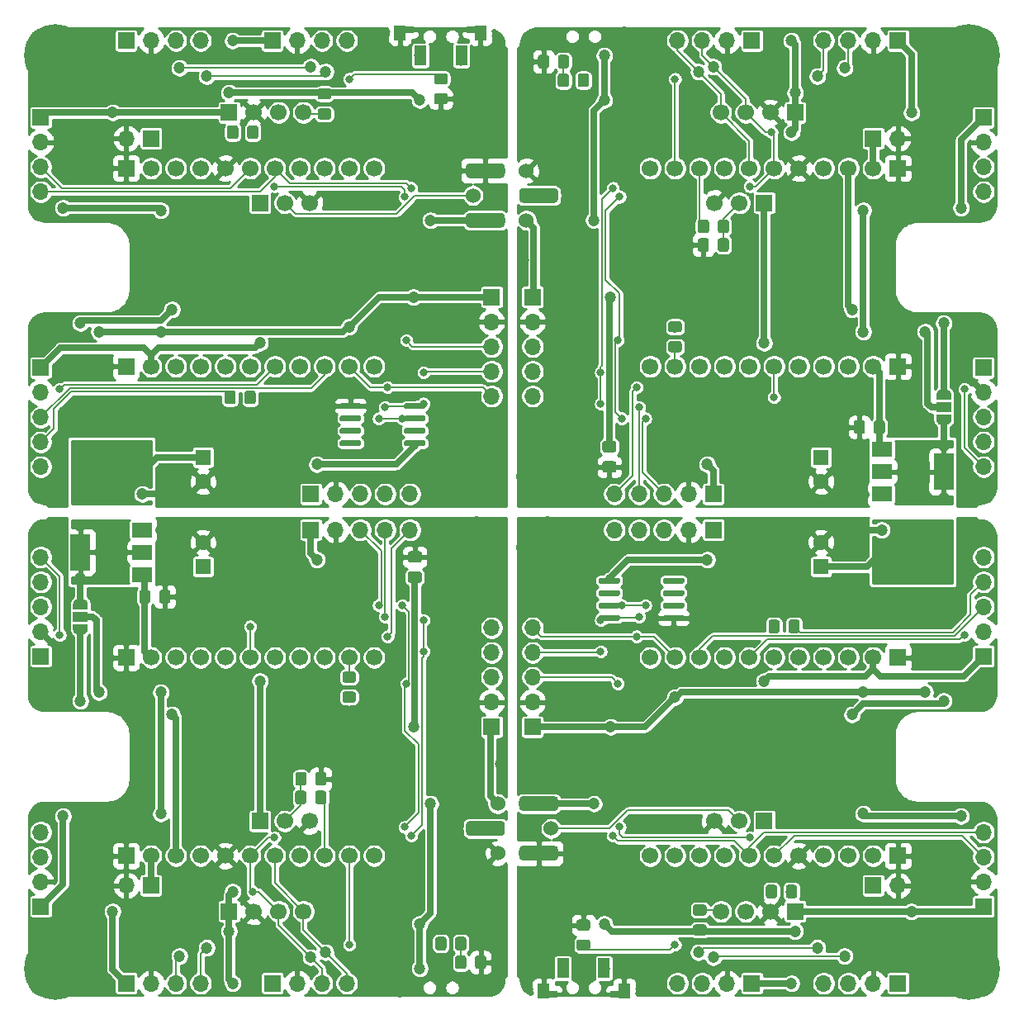
<source format=gbl>
G04 #@! TF.GenerationSoftware,KiCad,Pcbnew,5.1.8-1.fc31*
G04 #@! TF.CreationDate,2021-06-10T12:46:03+02:00*
G04 #@! TF.ProjectId,LoRaWANV2_panelized,4c6f5261-5741-44e5-9632-5f70616e656c,rev?*
G04 #@! TF.SameCoordinates,Original*
G04 #@! TF.FileFunction,Copper,L2,Bot*
G04 #@! TF.FilePolarity,Positive*
%FSLAX46Y46*%
G04 Gerber Fmt 4.6, Leading zero omitted, Abs format (unit mm)*
G04 Created by KiCad (PCBNEW 5.1.8-1.fc31) date 2021-06-10 12:46:03*
%MOMM*%
%LPD*%
G01*
G04 APERTURE LIST*
G04 #@! TA.AperFunction,ComponentPad*
%ADD10C,1.524000*%
G04 #@! TD*
G04 #@! TA.AperFunction,ComponentPad*
%ADD11O,1.700000X1.700000*%
G04 #@! TD*
G04 #@! TA.AperFunction,ComponentPad*
%ADD12R,1.700000X1.700000*%
G04 #@! TD*
G04 #@! TA.AperFunction,ComponentPad*
%ADD13C,1.700000*%
G04 #@! TD*
G04 #@! TA.AperFunction,SMDPad,CuDef*
%ADD14R,2.000000X0.800000*%
G04 #@! TD*
G04 #@! TA.AperFunction,SMDPad,CuDef*
%ADD15R,1.270000X1.524000*%
G04 #@! TD*
G04 #@! TA.AperFunction,SMDPad,CuDef*
%ADD16R,1.200000X2.000000*%
G04 #@! TD*
G04 #@! TA.AperFunction,ComponentPad*
%ADD17C,6.400000*%
G04 #@! TD*
G04 #@! TA.AperFunction,ComponentPad*
%ADD18C,1.600000*%
G04 #@! TD*
G04 #@! TA.AperFunction,ComponentPad*
%ADD19R,1.600000X1.600000*%
G04 #@! TD*
G04 #@! TA.AperFunction,SMDPad,CuDef*
%ADD20R,2.000000X1.500000*%
G04 #@! TD*
G04 #@! TA.AperFunction,SMDPad,CuDef*
%ADD21R,2.000000X3.800000*%
G04 #@! TD*
G04 #@! TA.AperFunction,SMDPad,CuDef*
%ADD22R,1.500000X1.000000*%
G04 #@! TD*
G04 #@! TA.AperFunction,SMDPad,CuDef*
%ADD23C,0.100000*%
G04 #@! TD*
G04 #@! TA.AperFunction,ViaPad*
%ADD24C,1.200000*%
G04 #@! TD*
G04 #@! TA.AperFunction,ViaPad*
%ADD25C,0.800000*%
G04 #@! TD*
G04 #@! TA.AperFunction,Conductor*
%ADD26C,0.660400*%
G04 #@! TD*
G04 #@! TA.AperFunction,Conductor*
%ADD27C,0.203200*%
G04 #@! TD*
G04 #@! TA.AperFunction,Conductor*
%ADD28C,0.254000*%
G04 #@! TD*
G04 #@! TA.AperFunction,Conductor*
%ADD29C,0.100000*%
G04 #@! TD*
G04 APERTURE END LIST*
G04 #@! TO.P,IR1,3*
G04 #@! TO.N,GND*
G04 #@! TA.AperFunction,ConnectorPad*
G36*
G01*
X86963000Y-53848000D02*
X83725000Y-53848000D01*
G75*
G02*
X83344000Y-53467000I0J381000D01*
G01*
X83344000Y-52705000D01*
G75*
G02*
X83725000Y-52324000I381000J0D01*
G01*
X86963000Y-52324000D01*
G75*
G02*
X87344000Y-52705000I0J-381000D01*
G01*
X87344000Y-53467000D01*
G75*
G02*
X86963000Y-53848000I-381000J0D01*
G01*
G37*
G04 #@! TD.AperFunction*
G04 #@! TO.P,IR1,1*
G04 #@! TO.N,/Vsensor*
G04 #@! TA.AperFunction,ConnectorPad*
G36*
G01*
X86963000Y-58928000D02*
X83725000Y-58928000D01*
G75*
G02*
X83344000Y-58547000I0J381000D01*
G01*
X83344000Y-57785000D01*
G75*
G02*
X83725000Y-57404000I381000J0D01*
G01*
X86963000Y-57404000D01*
G75*
G02*
X87344000Y-57785000I0J-381000D01*
G01*
X87344000Y-58547000D01*
G75*
G02*
X86963000Y-58928000I-381000J0D01*
G01*
G37*
G04 #@! TD.AperFunction*
D10*
X86614000Y-58166000D03*
G04 #@! TO.P,IR1,2*
G04 #@! TO.N,/IR*
X84074000Y-55626000D03*
G04 #@! TO.P,IR1,3*
G04 #@! TO.N,GND*
X86614000Y-53086000D03*
G04 #@! TD*
D11*
G04 #@! TO.P,J4,4*
G04 #@! TO.N,/SDA*
X56134000Y-39751000D03*
G04 #@! TO.P,J4,3*
G04 #@! TO.N,/SCL*
X53594000Y-39751000D03*
G04 #@! TO.P,J4,2*
G04 #@! TO.N,GND*
X51054000Y-39751000D03*
D12*
G04 #@! TO.P,J4,1*
G04 #@! TO.N,/Vsensor*
X48514000Y-39751000D03*
G04 #@! TD*
D13*
G04 #@! TO.P,U4,11*
G04 #@! TO.N,N/C*
X73914000Y-52832000D03*
G04 #@! TO.P,U4,10*
G04 #@! TO.N,/SW1*
X71374000Y-52832000D03*
G04 #@! TO.P,U4,9*
G04 #@! TO.N,Net-(R8-Pad1)*
X68834000Y-52832000D03*
G04 #@! TO.P,U4,8*
G04 #@! TO.N,N/C*
X66294000Y-52832000D03*
G04 #@! TO.P,U4,6*
G04 #@! TO.N,/SCL*
X61214000Y-52832000D03*
G04 #@! TO.P,U4,7*
G04 #@! TO.N,/SDA*
X63754000Y-52832000D03*
G04 #@! TO.P,U4,5*
G04 #@! TO.N,GND*
X58674000Y-52832000D03*
G04 #@! TO.P,U4,4*
G04 #@! TO.N,N/C*
X56134000Y-52832000D03*
G04 #@! TO.P,U4,2*
G04 #@! TO.N,/VS+*
X51054000Y-52832000D03*
G04 #@! TO.P,U4,3*
G04 #@! TO.N,/VDD*
X53594000Y-52832000D03*
D12*
G04 #@! TO.P,U4,1*
G04 #@! TO.N,GND*
X48514000Y-52832000D03*
G04 #@! TO.P,U4,22*
X48514000Y-73152000D03*
D13*
G04 #@! TO.P,U4,21*
G04 #@! TO.N,/VIN*
X51054000Y-73152000D03*
G04 #@! TO.P,U4,20*
G04 #@! TO.N,N/C*
X53594000Y-73152000D03*
G04 #@! TO.P,U4,19*
X56134000Y-73152000D03*
G04 #@! TO.P,U4,18*
X58674000Y-73152000D03*
G04 #@! TO.P,U4,17*
G04 #@! TO.N,Net-(R5-Pad2)*
X61214000Y-73152000D03*
G04 #@! TO.P,U4,16*
G04 #@! TO.N,/RX*
X63754000Y-73152000D03*
G04 #@! TO.P,U4,15*
G04 #@! TO.N,N/C*
X66294000Y-73152000D03*
G04 #@! TO.P,U4,14*
G04 #@! TO.N,/PM_EN*
X68834000Y-73152000D03*
G04 #@! TO.P,U4,13*
G04 #@! TO.N,/INT*
X71374000Y-73152000D03*
G04 #@! TO.P,U4,12*
G04 #@! TO.N,N/C*
X73914000Y-73152000D03*
G04 #@! TD*
D11*
G04 #@! TO.P,J7,5*
G04 #@! TO.N,/INT*
X85979000Y-76200000D03*
G04 #@! TO.P,J7,4*
G04 #@! TO.N,/SDA*
X85979000Y-73660000D03*
G04 #@! TO.P,J7,3*
G04 #@! TO.N,/SCL*
X85979000Y-71120000D03*
G04 #@! TO.P,J7,2*
G04 #@! TO.N,GND*
X85979000Y-68580000D03*
D12*
G04 #@! TO.P,J7,1*
G04 #@! TO.N,/Vsensor*
X85979000Y-66040000D03*
G04 #@! TD*
D11*
G04 #@! TO.P,J6,5*
G04 #@! TO.N,/RX*
X39751000Y-83439000D03*
G04 #@! TO.P,J6,4*
G04 #@! TO.N,/TX*
X39751000Y-80899000D03*
G04 #@! TO.P,J6,3*
G04 #@! TO.N,/PM_EN*
X39751000Y-78359000D03*
G04 #@! TO.P,J6,2*
G04 #@! TO.N,GND*
X39751000Y-75819000D03*
D12*
G04 #@! TO.P,J6,1*
G04 #@! TO.N,/VIN*
X39751000Y-73279000D03*
G04 #@! TD*
G04 #@! TO.P,U2,8*
G04 #@! TO.N,/Vsensor*
G04 #@! TA.AperFunction,SMDPad,CuDef*
G36*
G01*
X77005000Y-81176000D02*
X77005000Y-80876000D01*
G75*
G02*
X77155000Y-80726000I150000J0D01*
G01*
X79055000Y-80726000D01*
G75*
G02*
X79205000Y-80876000I0J-150000D01*
G01*
X79205000Y-81176000D01*
G75*
G02*
X79055000Y-81326000I-150000J0D01*
G01*
X77155000Y-81326000D01*
G75*
G02*
X77005000Y-81176000I0J150000D01*
G01*
G37*
G04 #@! TD.AperFunction*
G04 #@! TO.P,U2,7*
G04 #@! TO.N,N/C*
G04 #@! TA.AperFunction,SMDPad,CuDef*
G36*
G01*
X77005000Y-79906000D02*
X77005000Y-79606000D01*
G75*
G02*
X77155000Y-79456000I150000J0D01*
G01*
X79055000Y-79456000D01*
G75*
G02*
X79205000Y-79606000I0J-150000D01*
G01*
X79205000Y-79906000D01*
G75*
G02*
X79055000Y-80056000I-150000J0D01*
G01*
X77155000Y-80056000D01*
G75*
G02*
X77005000Y-79906000I0J150000D01*
G01*
G37*
G04 #@! TD.AperFunction*
G04 #@! TO.P,U2,6*
G04 #@! TO.N,/SCL*
G04 #@! TA.AperFunction,SMDPad,CuDef*
G36*
G01*
X77005000Y-78636000D02*
X77005000Y-78336000D01*
G75*
G02*
X77155000Y-78186000I150000J0D01*
G01*
X79055000Y-78186000D01*
G75*
G02*
X79205000Y-78336000I0J-150000D01*
G01*
X79205000Y-78636000D01*
G75*
G02*
X79055000Y-78786000I-150000J0D01*
G01*
X77155000Y-78786000D01*
G75*
G02*
X77005000Y-78636000I0J150000D01*
G01*
G37*
G04 #@! TD.AperFunction*
G04 #@! TO.P,U2,5*
G04 #@! TO.N,/SDA*
G04 #@! TA.AperFunction,SMDPad,CuDef*
G36*
G01*
X77005000Y-77366000D02*
X77005000Y-77066000D01*
G75*
G02*
X77155000Y-76916000I150000J0D01*
G01*
X79055000Y-76916000D01*
G75*
G02*
X79205000Y-77066000I0J-150000D01*
G01*
X79205000Y-77366000D01*
G75*
G02*
X79055000Y-77516000I-150000J0D01*
G01*
X77155000Y-77516000D01*
G75*
G02*
X77005000Y-77366000I0J150000D01*
G01*
G37*
G04 #@! TD.AperFunction*
G04 #@! TO.P,U2,4*
G04 #@! TO.N,GND*
G04 #@! TA.AperFunction,SMDPad,CuDef*
G36*
G01*
X70405000Y-77366000D02*
X70405000Y-77066000D01*
G75*
G02*
X70555000Y-76916000I150000J0D01*
G01*
X72455000Y-76916000D01*
G75*
G02*
X72605000Y-77066000I0J-150000D01*
G01*
X72605000Y-77366000D01*
G75*
G02*
X72455000Y-77516000I-150000J0D01*
G01*
X70555000Y-77516000D01*
G75*
G02*
X70405000Y-77366000I0J150000D01*
G01*
G37*
G04 #@! TD.AperFunction*
G04 #@! TO.P,U2,3*
G04 #@! TO.N,N/C*
G04 #@! TA.AperFunction,SMDPad,CuDef*
G36*
G01*
X70405000Y-78636000D02*
X70405000Y-78336000D01*
G75*
G02*
X70555000Y-78186000I150000J0D01*
G01*
X72455000Y-78186000D01*
G75*
G02*
X72605000Y-78336000I0J-150000D01*
G01*
X72605000Y-78636000D01*
G75*
G02*
X72455000Y-78786000I-150000J0D01*
G01*
X70555000Y-78786000D01*
G75*
G02*
X70405000Y-78636000I0J150000D01*
G01*
G37*
G04 #@! TD.AperFunction*
G04 #@! TO.P,U2,2*
G04 #@! TA.AperFunction,SMDPad,CuDef*
G36*
G01*
X70405000Y-79906000D02*
X70405000Y-79606000D01*
G75*
G02*
X70555000Y-79456000I150000J0D01*
G01*
X72455000Y-79456000D01*
G75*
G02*
X72605000Y-79606000I0J-150000D01*
G01*
X72605000Y-79906000D01*
G75*
G02*
X72455000Y-80056000I-150000J0D01*
G01*
X70555000Y-80056000D01*
G75*
G02*
X70405000Y-79906000I0J150000D01*
G01*
G37*
G04 #@! TD.AperFunction*
G04 #@! TO.P,U2,1*
G04 #@! TA.AperFunction,SMDPad,CuDef*
G36*
G01*
X70405000Y-81176000D02*
X70405000Y-80876000D01*
G75*
G02*
X70555000Y-80726000I150000J0D01*
G01*
X72455000Y-80726000D01*
G75*
G02*
X72605000Y-80876000I0J-150000D01*
G01*
X72605000Y-81176000D01*
G75*
G02*
X72455000Y-81326000I-150000J0D01*
G01*
X70555000Y-81326000D01*
G75*
G02*
X70405000Y-81176000I0J150000D01*
G01*
G37*
G04 #@! TD.AperFunction*
G04 #@! TD*
D13*
G04 #@! TO.P,U1,4*
G04 #@! TO.N,/SDA*
X66675000Y-47117000D03*
G04 #@! TO.P,U1,3*
G04 #@! TO.N,/SCL*
X64135000Y-47117000D03*
G04 #@! TO.P,U1,2*
G04 #@! TO.N,GND*
X61595000Y-47117000D03*
D12*
G04 #@! TO.P,U1,1*
G04 #@! TO.N,/Vsensor*
X59055000Y-47117000D03*
G04 #@! TD*
D14*
G04 #@! TO.P,SW1,3*
G04 #@! TO.N,GND*
X84455000Y-38608000D03*
D15*
X84836000Y-38989000D03*
D14*
X76962000Y-38608000D03*
D15*
X76581000Y-38989000D03*
D16*
G04 #@! TO.P,SW1,1*
G04 #@! TO.N,Net-(R1-Pad2)*
X82872000Y-41294000D03*
G04 #@! TO.P,SW1,2*
G04 #@! TO.N,/Vsensor*
X78672000Y-41294000D03*
G04 #@! TD*
G04 #@! TO.P,R5,2*
G04 #@! TO.N,Net-(R5-Pad2)*
G04 #@! TA.AperFunction,SMDPad,CuDef*
G36*
G01*
X60639000Y-76777001D02*
X60639000Y-75876999D01*
G75*
G02*
X60888999Y-75627000I249999J0D01*
G01*
X61539001Y-75627000D01*
G75*
G02*
X61789000Y-75876999I0J-249999D01*
G01*
X61789000Y-76777001D01*
G75*
G02*
X61539001Y-77027000I-249999J0D01*
G01*
X60888999Y-77027000D01*
G75*
G02*
X60639000Y-76777001I0J249999D01*
G01*
G37*
G04 #@! TD.AperFunction*
G04 #@! TO.P,R5,1*
G04 #@! TO.N,/TX*
G04 #@! TA.AperFunction,SMDPad,CuDef*
G36*
G01*
X58589000Y-76777001D02*
X58589000Y-75876999D01*
G75*
G02*
X58838999Y-75627000I249999J0D01*
G01*
X59489001Y-75627000D01*
G75*
G02*
X59739000Y-75876999I0J-249999D01*
G01*
X59739000Y-76777001D01*
G75*
G02*
X59489001Y-77027000I-249999J0D01*
G01*
X58838999Y-77027000D01*
G75*
G02*
X58589000Y-76777001I0J249999D01*
G01*
G37*
G04 #@! TD.AperFunction*
G04 #@! TD*
G04 #@! TO.P,R4,2*
G04 #@! TO.N,/Vsensor*
G04 #@! TA.AperFunction,SMDPad,CuDef*
G36*
G01*
X69284001Y-45787000D02*
X68383999Y-45787000D01*
G75*
G02*
X68134000Y-45537001I0J249999D01*
G01*
X68134000Y-44886999D01*
G75*
G02*
X68383999Y-44637000I249999J0D01*
G01*
X69284001Y-44637000D01*
G75*
G02*
X69534000Y-44886999I0J-249999D01*
G01*
X69534000Y-45537001D01*
G75*
G02*
X69284001Y-45787000I-249999J0D01*
G01*
G37*
G04 #@! TD.AperFunction*
G04 #@! TO.P,R4,1*
G04 #@! TO.N,/SDA*
G04 #@! TA.AperFunction,SMDPad,CuDef*
G36*
G01*
X69284001Y-47837000D02*
X68383999Y-47837000D01*
G75*
G02*
X68134000Y-47587001I0J249999D01*
G01*
X68134000Y-46936999D01*
G75*
G02*
X68383999Y-46687000I249999J0D01*
G01*
X69284001Y-46687000D01*
G75*
G02*
X69534000Y-46936999I0J-249999D01*
G01*
X69534000Y-47587001D01*
G75*
G02*
X69284001Y-47837000I-249999J0D01*
G01*
G37*
G04 #@! TD.AperFunction*
G04 #@! TD*
G04 #@! TO.P,R3,2*
G04 #@! TO.N,/Vsensor*
G04 #@! TA.AperFunction,SMDPad,CuDef*
G36*
G01*
X60002000Y-48698999D02*
X60002000Y-49599001D01*
G75*
G02*
X59752001Y-49849000I-249999J0D01*
G01*
X59101999Y-49849000D01*
G75*
G02*
X58852000Y-49599001I0J249999D01*
G01*
X58852000Y-48698999D01*
G75*
G02*
X59101999Y-48449000I249999J0D01*
G01*
X59752001Y-48449000D01*
G75*
G02*
X60002000Y-48698999I0J-249999D01*
G01*
G37*
G04 #@! TD.AperFunction*
G04 #@! TO.P,R3,1*
G04 #@! TO.N,/SCL*
G04 #@! TA.AperFunction,SMDPad,CuDef*
G36*
G01*
X62052000Y-48698999D02*
X62052000Y-49599001D01*
G75*
G02*
X61802001Y-49849000I-249999J0D01*
G01*
X61151999Y-49849000D01*
G75*
G02*
X60902000Y-49599001I0J249999D01*
G01*
X60902000Y-48698999D01*
G75*
G02*
X61151999Y-48449000I249999J0D01*
G01*
X61802001Y-48449000D01*
G75*
G02*
X62052000Y-48698999I0J-249999D01*
G01*
G37*
G04 #@! TD.AperFunction*
G04 #@! TD*
D11*
G04 #@! TO.P,J5,5*
G04 #@! TO.N,/INT*
X77597000Y-86233000D03*
G04 #@! TO.P,J5,4*
G04 #@! TO.N,/SDA*
X75057000Y-86233000D03*
G04 #@! TO.P,J5,3*
G04 #@! TO.N,/SCL*
X72517000Y-86233000D03*
G04 #@! TO.P,J5,2*
G04 #@! TO.N,GND*
X69977000Y-86233000D03*
D12*
G04 #@! TO.P,J5,1*
G04 #@! TO.N,/Vsensor*
X67437000Y-86233000D03*
G04 #@! TD*
D11*
G04 #@! TO.P,J3,4*
G04 #@! TO.N,/SDA*
X39751000Y-55245000D03*
G04 #@! TO.P,J3,3*
G04 #@! TO.N,/SCL*
X39751000Y-52705000D03*
G04 #@! TO.P,J3,2*
G04 #@! TO.N,GND*
X39751000Y-50165000D03*
D12*
G04 #@! TO.P,J3,1*
G04 #@! TO.N,/Vsensor*
X39751000Y-47625000D03*
G04 #@! TD*
D11*
G04 #@! TO.P,J2,2*
G04 #@! TO.N,GND*
X48514000Y-49784000D03*
D12*
G04 #@! TO.P,J2,1*
G04 #@! TO.N,/VS+*
X51054000Y-49784000D03*
G04 #@! TD*
D11*
G04 #@! TO.P,J1,4*
G04 #@! TO.N,/SDA*
X71120000Y-39751000D03*
G04 #@! TO.P,J1,3*
G04 #@! TO.N,/SCL*
X68580000Y-39751000D03*
G04 #@! TO.P,J1,2*
G04 #@! TO.N,GND*
X66040000Y-39751000D03*
D12*
G04 #@! TO.P,J1,1*
G04 #@! TO.N,/Vsensor*
X63500000Y-39751000D03*
G04 #@! TD*
D13*
G04 #@! TO.P,IR2,3*
G04 #@! TO.N,GND*
X67310000Y-56388000D03*
G04 #@! TO.P,IR2,2*
G04 #@! TO.N,/IR*
X64770000Y-56388000D03*
D12*
G04 #@! TO.P,IR2,1*
G04 #@! TO.N,/VIN*
X62230000Y-56388000D03*
G04 #@! TD*
D17*
G04 #@! TO.P,H2,1*
G04 #@! TO.N,GND*
X84455000Y-84455000D03*
G04 #@! TD*
G04 #@! TO.P,H1,1*
G04 #@! TO.N,GND*
X41275000Y-41275000D03*
G04 #@! TD*
D18*
G04 #@! TO.P,C3,2*
G04 #@! TO.N,GND*
X56388000Y-84963000D03*
D19*
G04 #@! TO.P,C3,1*
G04 #@! TO.N,+3V3*
X56388000Y-82463000D03*
G04 #@! TD*
G04 #@! TO.P,C1,2*
G04 #@! TO.N,GND*
G04 #@! TA.AperFunction,SMDPad,CuDef*
G36*
G01*
X80321999Y-45145000D02*
X81222001Y-45145000D01*
G75*
G02*
X81472000Y-45394999I0J-249999D01*
G01*
X81472000Y-46045001D01*
G75*
G02*
X81222001Y-46295000I-249999J0D01*
G01*
X80321999Y-46295000D01*
G75*
G02*
X80072000Y-46045001I0J249999D01*
G01*
X80072000Y-45394999D01*
G75*
G02*
X80321999Y-45145000I249999J0D01*
G01*
G37*
G04 #@! TD.AperFunction*
G04 #@! TO.P,C1,1*
G04 #@! TO.N,/SW1*
G04 #@! TA.AperFunction,SMDPad,CuDef*
G36*
G01*
X80321999Y-43095000D02*
X81222001Y-43095000D01*
G75*
G02*
X81472000Y-43344999I0J-249999D01*
G01*
X81472000Y-43995001D01*
G75*
G02*
X81222001Y-44245000I-249999J0D01*
G01*
X80321999Y-44245000D01*
G75*
G02*
X80072000Y-43995001I0J249999D01*
G01*
X80072000Y-43344999D01*
G75*
G02*
X80321999Y-43095000I249999J0D01*
G01*
G37*
G04 #@! TD.AperFunction*
G04 #@! TD*
G04 #@! TO.P,C4,2*
G04 #@! TO.N,/Vsensor*
G04 #@! TA.AperFunction,SMDPad,CuDef*
G36*
G01*
X98519000Y-81973000D02*
X97569000Y-81973000D01*
G75*
G02*
X97319000Y-81723000I0J250000D01*
G01*
X97319000Y-81048000D01*
G75*
G02*
X97569000Y-80798000I250000J0D01*
G01*
X98519000Y-80798000D01*
G75*
G02*
X98769000Y-81048000I0J-250000D01*
G01*
X98769000Y-81723000D01*
G75*
G02*
X98519000Y-81973000I-250000J0D01*
G01*
G37*
G04 #@! TD.AperFunction*
G04 #@! TO.P,C4,1*
G04 #@! TO.N,GND*
G04 #@! TA.AperFunction,SMDPad,CuDef*
G36*
G01*
X98519000Y-84048000D02*
X97569000Y-84048000D01*
G75*
G02*
X97319000Y-83798000I0J250000D01*
G01*
X97319000Y-83123000D01*
G75*
G02*
X97569000Y-82873000I250000J0D01*
G01*
X98519000Y-82873000D01*
G75*
G02*
X98769000Y-83123000I0J-250000D01*
G01*
X98769000Y-83798000D01*
G75*
G02*
X98519000Y-84048000I-250000J0D01*
G01*
G37*
G04 #@! TD.AperFunction*
G04 #@! TD*
G04 #@! TO.P,IR1,2*
G04 #@! TO.N,/IR*
G04 #@! TA.AperFunction,ConnectorPad*
G36*
G01*
X92424000Y-56388000D02*
X89186000Y-56388000D01*
G75*
G02*
X88805000Y-56007000I0J381000D01*
G01*
X88805000Y-55245000D01*
G75*
G02*
X89186000Y-54864000I381000J0D01*
G01*
X92424000Y-54864000D01*
G75*
G02*
X92805000Y-55245000I0J-381000D01*
G01*
X92805000Y-56007000D01*
G75*
G02*
X92424000Y-56388000I-381000J0D01*
G01*
G37*
G04 #@! TD.AperFunction*
D10*
G04 #@! TO.P,IR1,1*
G04 #@! TO.N,/Vsensor*
X89535000Y-58166000D03*
G04 #@! TO.P,IR1,2*
G04 #@! TO.N,/IR*
X92075000Y-55626000D03*
G04 #@! TO.P,IR1,3*
G04 #@! TO.N,GND*
X89535000Y-53086000D03*
G04 #@! TD*
D11*
G04 #@! TO.P,J4,4*
G04 #@! TO.N,/SDA*
X120015000Y-39751000D03*
G04 #@! TO.P,J4,3*
G04 #@! TO.N,/SCL*
X122555000Y-39751000D03*
G04 #@! TO.P,J4,2*
G04 #@! TO.N,GND*
X125095000Y-39751000D03*
D12*
G04 #@! TO.P,J4,1*
G04 #@! TO.N,/Vsensor*
X127635000Y-39751000D03*
G04 #@! TD*
D20*
G04 #@! TO.P,U3,1*
G04 #@! TO.N,GND*
X126034000Y-86247000D03*
G04 #@! TO.P,U3,3*
G04 #@! TO.N,/VIN*
X126034000Y-81647000D03*
G04 #@! TO.P,U3,2*
G04 #@! TO.N,+3V3*
X126034000Y-83947000D03*
D21*
X132334000Y-83947000D03*
G04 #@! TD*
D13*
G04 #@! TO.P,U4,11*
G04 #@! TO.N,N/C*
X102235000Y-52832000D03*
G04 #@! TO.P,U4,10*
G04 #@! TO.N,/SW1*
X104775000Y-52832000D03*
G04 #@! TO.P,U4,9*
G04 #@! TO.N,Net-(R8-Pad1)*
X107315000Y-52832000D03*
G04 #@! TO.P,U4,8*
G04 #@! TO.N,N/C*
X109855000Y-52832000D03*
G04 #@! TO.P,U4,6*
G04 #@! TO.N,/SCL*
X114935000Y-52832000D03*
G04 #@! TO.P,U4,7*
G04 #@! TO.N,/SDA*
X112395000Y-52832000D03*
G04 #@! TO.P,U4,5*
G04 #@! TO.N,GND*
X117475000Y-52832000D03*
G04 #@! TO.P,U4,4*
G04 #@! TO.N,N/C*
X120015000Y-52832000D03*
G04 #@! TO.P,U4,2*
G04 #@! TO.N,/VS+*
X125095000Y-52832000D03*
G04 #@! TO.P,U4,3*
G04 #@! TO.N,/VDD*
X122555000Y-52832000D03*
D12*
G04 #@! TO.P,U4,1*
G04 #@! TO.N,GND*
X127635000Y-52832000D03*
G04 #@! TO.P,U4,22*
X127635000Y-73152000D03*
D13*
G04 #@! TO.P,U4,21*
G04 #@! TO.N,/VIN*
X125095000Y-73152000D03*
G04 #@! TO.P,U4,20*
G04 #@! TO.N,N/C*
X122555000Y-73152000D03*
G04 #@! TO.P,U4,19*
X120015000Y-73152000D03*
G04 #@! TO.P,U4,18*
X117475000Y-73152000D03*
G04 #@! TO.P,U4,17*
G04 #@! TO.N,Net-(R5-Pad2)*
X114935000Y-73152000D03*
G04 #@! TO.P,U4,16*
G04 #@! TO.N,/RX*
X112395000Y-73152000D03*
G04 #@! TO.P,U4,15*
G04 #@! TO.N,N/C*
X109855000Y-73152000D03*
G04 #@! TO.P,U4,14*
G04 #@! TO.N,/PM_EN*
X107315000Y-73152000D03*
G04 #@! TO.P,U4,13*
G04 #@! TO.N,/INT*
X104775000Y-73152000D03*
G04 #@! TO.P,U4,12*
G04 #@! TO.N,N/C*
X102235000Y-73152000D03*
G04 #@! TD*
G04 #@! TO.P,R8,2*
G04 #@! TO.N,/IR*
G04 #@! TA.AperFunction,SMDPad,CuDef*
G36*
G01*
X109162000Y-59251001D02*
X109162000Y-58350999D01*
G75*
G02*
X109411999Y-58101000I249999J0D01*
G01*
X110062001Y-58101000D01*
G75*
G02*
X110312000Y-58350999I0J-249999D01*
G01*
X110312000Y-59251001D01*
G75*
G02*
X110062001Y-59501000I-249999J0D01*
G01*
X109411999Y-59501000D01*
G75*
G02*
X109162000Y-59251001I0J249999D01*
G01*
G37*
G04 #@! TD.AperFunction*
G04 #@! TO.P,R8,1*
G04 #@! TO.N,Net-(R8-Pad1)*
G04 #@! TA.AperFunction,SMDPad,CuDef*
G36*
G01*
X107112000Y-59251001D02*
X107112000Y-58350999D01*
G75*
G02*
X107361999Y-58101000I249999J0D01*
G01*
X108012001Y-58101000D01*
G75*
G02*
X108262000Y-58350999I0J-249999D01*
G01*
X108262000Y-59251001D01*
G75*
G02*
X108012001Y-59501000I-249999J0D01*
G01*
X107361999Y-59501000D01*
G75*
G02*
X107112000Y-59251001I0J249999D01*
G01*
G37*
G04 #@! TD.AperFunction*
G04 #@! TD*
G04 #@! TO.P,R7,2*
G04 #@! TO.N,/IR*
G04 #@! TA.AperFunction,SMDPad,CuDef*
G36*
G01*
X109153000Y-61156001D02*
X109153000Y-60255999D01*
G75*
G02*
X109402999Y-60006000I249999J0D01*
G01*
X110053001Y-60006000D01*
G75*
G02*
X110303000Y-60255999I0J-249999D01*
G01*
X110303000Y-61156001D01*
G75*
G02*
X110053001Y-61406000I-249999J0D01*
G01*
X109402999Y-61406000D01*
G75*
G02*
X109153000Y-61156001I0J249999D01*
G01*
G37*
G04 #@! TD.AperFunction*
G04 #@! TO.P,R7,1*
G04 #@! TO.N,GND*
G04 #@! TA.AperFunction,SMDPad,CuDef*
G36*
G01*
X107103000Y-61156001D02*
X107103000Y-60255999D01*
G75*
G02*
X107352999Y-60006000I249999J0D01*
G01*
X108003001Y-60006000D01*
G75*
G02*
X108253000Y-60255999I0J-249999D01*
G01*
X108253000Y-61156001D01*
G75*
G02*
X108003001Y-61406000I-249999J0D01*
G01*
X107352999Y-61406000D01*
G75*
G02*
X107103000Y-61156001I0J249999D01*
G01*
G37*
G04 #@! TD.AperFunction*
G04 #@! TD*
D11*
G04 #@! TO.P,J7,5*
G04 #@! TO.N,/INT*
X90170000Y-76200000D03*
G04 #@! TO.P,J7,4*
G04 #@! TO.N,/SDA*
X90170000Y-73660000D03*
G04 #@! TO.P,J7,3*
G04 #@! TO.N,/SCL*
X90170000Y-71120000D03*
G04 #@! TO.P,J7,2*
G04 #@! TO.N,GND*
X90170000Y-68580000D03*
D12*
G04 #@! TO.P,J7,1*
G04 #@! TO.N,/Vsensor*
X90170000Y-66040000D03*
G04 #@! TD*
D11*
G04 #@! TO.P,J6,5*
G04 #@! TO.N,/RX*
X136398000Y-83439000D03*
G04 #@! TO.P,J6,4*
G04 #@! TO.N,/TX*
X136398000Y-80899000D03*
G04 #@! TO.P,J6,3*
G04 #@! TO.N,/PM_EN*
X136398000Y-78359000D03*
G04 #@! TO.P,J6,2*
G04 #@! TO.N,GND*
X136398000Y-75819000D03*
D12*
G04 #@! TO.P,J6,1*
G04 #@! TO.N,/VIN*
X136398000Y-73279000D03*
G04 #@! TD*
D13*
G04 #@! TO.P,U1,4*
G04 #@! TO.N,/SDA*
X109474000Y-47117000D03*
G04 #@! TO.P,U1,3*
G04 #@! TO.N,/SCL*
X112014000Y-47117000D03*
G04 #@! TO.P,U1,2*
G04 #@! TO.N,GND*
X114554000Y-47117000D03*
D12*
G04 #@! TO.P,U1,1*
G04 #@! TO.N,/Vsensor*
X117094000Y-47117000D03*
G04 #@! TD*
G04 #@! TO.P,R6,2*
G04 #@! TO.N,/Vsensor*
G04 #@! TA.AperFunction,SMDPad,CuDef*
G36*
G01*
X105225001Y-69663000D02*
X104324999Y-69663000D01*
G75*
G02*
X104075000Y-69413001I0J249999D01*
G01*
X104075000Y-68762999D01*
G75*
G02*
X104324999Y-68513000I249999J0D01*
G01*
X105225001Y-68513000D01*
G75*
G02*
X105475000Y-68762999I0J-249999D01*
G01*
X105475000Y-69413001D01*
G75*
G02*
X105225001Y-69663000I-249999J0D01*
G01*
G37*
G04 #@! TD.AperFunction*
G04 #@! TO.P,R6,1*
G04 #@! TO.N,/INT*
G04 #@! TA.AperFunction,SMDPad,CuDef*
G36*
G01*
X105225001Y-71713000D02*
X104324999Y-71713000D01*
G75*
G02*
X104075000Y-71463001I0J249999D01*
G01*
X104075000Y-70812999D01*
G75*
G02*
X104324999Y-70563000I249999J0D01*
G01*
X105225001Y-70563000D01*
G75*
G02*
X105475000Y-70812999I0J-249999D01*
G01*
X105475000Y-71463001D01*
G75*
G02*
X105225001Y-71713000I-249999J0D01*
G01*
G37*
G04 #@! TD.AperFunction*
G04 #@! TD*
G04 #@! TO.P,R2,2*
G04 #@! TO.N,/SW1*
G04 #@! TA.AperFunction,SMDPad,CuDef*
G36*
G01*
X94811000Y-44265001D02*
X94811000Y-43364999D01*
G75*
G02*
X95060999Y-43115000I249999J0D01*
G01*
X95711001Y-43115000D01*
G75*
G02*
X95961000Y-43364999I0J-249999D01*
G01*
X95961000Y-44265001D01*
G75*
G02*
X95711001Y-44515000I-249999J0D01*
G01*
X95060999Y-44515000D01*
G75*
G02*
X94811000Y-44265001I0J249999D01*
G01*
G37*
G04 #@! TD.AperFunction*
G04 #@! TO.P,R2,1*
G04 #@! TO.N,Net-(R1-Pad2)*
G04 #@! TA.AperFunction,SMDPad,CuDef*
G36*
G01*
X92761000Y-44265001D02*
X92761000Y-43364999D01*
G75*
G02*
X93010999Y-43115000I249999J0D01*
G01*
X93661001Y-43115000D01*
G75*
G02*
X93911000Y-43364999I0J-249999D01*
G01*
X93911000Y-44265001D01*
G75*
G02*
X93661001Y-44515000I-249999J0D01*
G01*
X93010999Y-44515000D01*
G75*
G02*
X92761000Y-44265001I0J249999D01*
G01*
G37*
G04 #@! TD.AperFunction*
G04 #@! TD*
G04 #@! TO.P,R1,2*
G04 #@! TO.N,Net-(R1-Pad2)*
G04 #@! TA.AperFunction,SMDPad,CuDef*
G36*
G01*
X92770000Y-42360001D02*
X92770000Y-41459999D01*
G75*
G02*
X93019999Y-41210000I249999J0D01*
G01*
X93670001Y-41210000D01*
G75*
G02*
X93920000Y-41459999I0J-249999D01*
G01*
X93920000Y-42360001D01*
G75*
G02*
X93670001Y-42610000I-249999J0D01*
G01*
X93019999Y-42610000D01*
G75*
G02*
X92770000Y-42360001I0J249999D01*
G01*
G37*
G04 #@! TD.AperFunction*
G04 #@! TO.P,R1,1*
G04 #@! TO.N,GND*
G04 #@! TA.AperFunction,SMDPad,CuDef*
G36*
G01*
X90720000Y-42360001D02*
X90720000Y-41459999D01*
G75*
G02*
X90969999Y-41210000I249999J0D01*
G01*
X91620001Y-41210000D01*
G75*
G02*
X91870000Y-41459999I0J-249999D01*
G01*
X91870000Y-42360001D01*
G75*
G02*
X91620001Y-42610000I-249999J0D01*
G01*
X90969999Y-42610000D01*
G75*
G02*
X90720000Y-42360001I0J249999D01*
G01*
G37*
G04 #@! TD.AperFunction*
G04 #@! TD*
D22*
G04 #@! TO.P,JP1,2*
G04 #@! TO.N,/Vsensor*
X132334000Y-77343000D03*
G04 #@! TA.AperFunction,SMDPad,CuDef*
D23*
G04 #@! TO.P,JP1,3*
G04 #@! TO.N,/VDD*
G36*
X131584602Y-76043000D02*
G01*
X131584602Y-76018466D01*
X131589412Y-75969635D01*
X131598984Y-75921510D01*
X131613228Y-75874555D01*
X131632005Y-75829222D01*
X131655136Y-75785949D01*
X131682396Y-75745150D01*
X131713524Y-75707221D01*
X131748221Y-75672524D01*
X131786150Y-75641396D01*
X131826949Y-75614136D01*
X131870222Y-75591005D01*
X131915555Y-75572228D01*
X131962510Y-75557984D01*
X132010635Y-75548412D01*
X132059466Y-75543602D01*
X132084000Y-75543602D01*
X132084000Y-75543000D01*
X132584000Y-75543000D01*
X132584000Y-75543602D01*
X132608534Y-75543602D01*
X132657365Y-75548412D01*
X132705490Y-75557984D01*
X132752445Y-75572228D01*
X132797778Y-75591005D01*
X132841051Y-75614136D01*
X132881850Y-75641396D01*
X132919779Y-75672524D01*
X132954476Y-75707221D01*
X132985604Y-75745150D01*
X133012864Y-75785949D01*
X133035995Y-75829222D01*
X133054772Y-75874555D01*
X133069016Y-75921510D01*
X133078588Y-75969635D01*
X133083398Y-76018466D01*
X133083398Y-76043000D01*
X133084000Y-76043000D01*
X133084000Y-76593000D01*
X131584000Y-76593000D01*
X131584000Y-76043000D01*
X131584602Y-76043000D01*
G37*
G04 #@! TD.AperFunction*
G04 #@! TA.AperFunction,SMDPad,CuDef*
G04 #@! TO.P,JP1,1*
G04 #@! TO.N,+3V3*
G36*
X133084000Y-78093000D02*
G01*
X133084000Y-78643000D01*
X133083398Y-78643000D01*
X133083398Y-78667534D01*
X133078588Y-78716365D01*
X133069016Y-78764490D01*
X133054772Y-78811445D01*
X133035995Y-78856778D01*
X133012864Y-78900051D01*
X132985604Y-78940850D01*
X132954476Y-78978779D01*
X132919779Y-79013476D01*
X132881850Y-79044604D01*
X132841051Y-79071864D01*
X132797778Y-79094995D01*
X132752445Y-79113772D01*
X132705490Y-79128016D01*
X132657365Y-79137588D01*
X132608534Y-79142398D01*
X132584000Y-79142398D01*
X132584000Y-79143000D01*
X132084000Y-79143000D01*
X132084000Y-79142398D01*
X132059466Y-79142398D01*
X132010635Y-79137588D01*
X131962510Y-79128016D01*
X131915555Y-79113772D01*
X131870222Y-79094995D01*
X131826949Y-79071864D01*
X131786150Y-79044604D01*
X131748221Y-79013476D01*
X131713524Y-78978779D01*
X131682396Y-78940850D01*
X131655136Y-78900051D01*
X131632005Y-78856778D01*
X131613228Y-78811445D01*
X131598984Y-78764490D01*
X131589412Y-78716365D01*
X131584602Y-78667534D01*
X131584602Y-78643000D01*
X131584000Y-78643000D01*
X131584000Y-78093000D01*
X133084000Y-78093000D01*
G37*
G04 #@! TD.AperFunction*
G04 #@! TD*
D11*
G04 #@! TO.P,J5,5*
G04 #@! TO.N,/INT*
X98552000Y-86233000D03*
G04 #@! TO.P,J5,4*
G04 #@! TO.N,/SDA*
X101092000Y-86233000D03*
G04 #@! TO.P,J5,3*
G04 #@! TO.N,/SCL*
X103632000Y-86233000D03*
G04 #@! TO.P,J5,2*
G04 #@! TO.N,GND*
X106172000Y-86233000D03*
D12*
G04 #@! TO.P,J5,1*
G04 #@! TO.N,/Vsensor*
X108712000Y-86233000D03*
G04 #@! TD*
D11*
G04 #@! TO.P,J3,4*
G04 #@! TO.N,/SDA*
X136398000Y-55245000D03*
G04 #@! TO.P,J3,3*
G04 #@! TO.N,/SCL*
X136398000Y-52705000D03*
G04 #@! TO.P,J3,2*
G04 #@! TO.N,GND*
X136398000Y-50165000D03*
D12*
G04 #@! TO.P,J3,1*
G04 #@! TO.N,/Vsensor*
X136398000Y-47625000D03*
G04 #@! TD*
D11*
G04 #@! TO.P,J2,2*
G04 #@! TO.N,GND*
X127635000Y-49784000D03*
D12*
G04 #@! TO.P,J2,1*
G04 #@! TO.N,/VS+*
X125095000Y-49784000D03*
G04 #@! TD*
D11*
G04 #@! TO.P,J1,4*
G04 #@! TO.N,/SDA*
X105029000Y-39751000D03*
G04 #@! TO.P,J1,3*
G04 #@! TO.N,/SCL*
X107569000Y-39751000D03*
G04 #@! TO.P,J1,2*
G04 #@! TO.N,GND*
X110109000Y-39751000D03*
D12*
G04 #@! TO.P,J1,1*
G04 #@! TO.N,/Vsensor*
X112649000Y-39751000D03*
G04 #@! TD*
D13*
G04 #@! TO.P,IR2,3*
G04 #@! TO.N,GND*
X108839000Y-56388000D03*
G04 #@! TO.P,IR2,2*
G04 #@! TO.N,/IR*
X111379000Y-56388000D03*
D12*
G04 #@! TO.P,IR2,1*
G04 #@! TO.N,/VIN*
X113919000Y-56388000D03*
G04 #@! TD*
D17*
G04 #@! TO.P,H2,1*
G04 #@! TO.N,GND*
X91694000Y-84455000D03*
G04 #@! TD*
G04 #@! TO.P,H1,1*
G04 #@! TO.N,GND*
X134874000Y-41275000D03*
G04 #@! TD*
D18*
G04 #@! TO.P,C3,2*
G04 #@! TO.N,GND*
X119761000Y-84963000D03*
D19*
G04 #@! TO.P,C3,1*
G04 #@! TO.N,+3V3*
X119761000Y-82463000D03*
G04 #@! TD*
G04 #@! TO.P,C2,2*
G04 #@! TO.N,GND*
G04 #@! TA.AperFunction,SMDPad,CuDef*
G36*
G01*
X124255000Y-78924999D02*
X124255000Y-79825001D01*
G75*
G02*
X124005001Y-80075000I-249999J0D01*
G01*
X123354999Y-80075000D01*
G75*
G02*
X123105000Y-79825001I0J249999D01*
G01*
X123105000Y-78924999D01*
G75*
G02*
X123354999Y-78675000I249999J0D01*
G01*
X124005001Y-78675000D01*
G75*
G02*
X124255000Y-78924999I0J-249999D01*
G01*
G37*
G04 #@! TD.AperFunction*
G04 #@! TO.P,C2,1*
G04 #@! TO.N,/VIN*
G04 #@! TA.AperFunction,SMDPad,CuDef*
G36*
G01*
X126305000Y-78924999D02*
X126305000Y-79825001D01*
G75*
G02*
X126055001Y-80075000I-249999J0D01*
G01*
X125404999Y-80075000D01*
G75*
G02*
X125155000Y-79825001I0J249999D01*
G01*
X125155000Y-78924999D01*
G75*
G02*
X125404999Y-78675000I249999J0D01*
G01*
X126055001Y-78675000D01*
G75*
G02*
X126305000Y-78924999I0J-249999D01*
G01*
G37*
G04 #@! TD.AperFunction*
G04 #@! TD*
G04 #@! TO.P,IR1,3*
G04 #@! TO.N,GND*
G04 #@! TA.AperFunction,ConnectorPad*
G36*
G01*
X89186000Y-122301000D02*
X92424000Y-122301000D01*
G75*
G02*
X92805000Y-122682000I0J-381000D01*
G01*
X92805000Y-123444000D01*
G75*
G02*
X92424000Y-123825000I-381000J0D01*
G01*
X89186000Y-123825000D01*
G75*
G02*
X88805000Y-123444000I0J381000D01*
G01*
X88805000Y-122682000D01*
G75*
G02*
X89186000Y-122301000I381000J0D01*
G01*
G37*
G04 #@! TD.AperFunction*
G04 #@! TO.P,IR1,1*
G04 #@! TO.N,/Vsensor*
G04 #@! TA.AperFunction,ConnectorPad*
G36*
G01*
X89186000Y-117221000D02*
X92424000Y-117221000D01*
G75*
G02*
X92805000Y-117602000I0J-381000D01*
G01*
X92805000Y-118364000D01*
G75*
G02*
X92424000Y-118745000I-381000J0D01*
G01*
X89186000Y-118745000D01*
G75*
G02*
X88805000Y-118364000I0J381000D01*
G01*
X88805000Y-117602000D01*
G75*
G02*
X89186000Y-117221000I381000J0D01*
G01*
G37*
G04 #@! TD.AperFunction*
D10*
X89535000Y-117983000D03*
G04 #@! TO.P,IR1,2*
G04 #@! TO.N,/IR*
X92075000Y-120523000D03*
G04 #@! TO.P,IR1,3*
G04 #@! TO.N,GND*
X89535000Y-123063000D03*
G04 #@! TD*
D11*
G04 #@! TO.P,J4,4*
G04 #@! TO.N,/SDA*
X120015000Y-136398000D03*
G04 #@! TO.P,J4,3*
G04 #@! TO.N,/SCL*
X122555000Y-136398000D03*
G04 #@! TO.P,J4,2*
G04 #@! TO.N,GND*
X125095000Y-136398000D03*
D12*
G04 #@! TO.P,J4,1*
G04 #@! TO.N,/Vsensor*
X127635000Y-136398000D03*
G04 #@! TD*
D13*
G04 #@! TO.P,U4,11*
G04 #@! TO.N,N/C*
X102235000Y-123317000D03*
G04 #@! TO.P,U4,10*
G04 #@! TO.N,/SW1*
X104775000Y-123317000D03*
G04 #@! TO.P,U4,9*
G04 #@! TO.N,Net-(R8-Pad1)*
X107315000Y-123317000D03*
G04 #@! TO.P,U4,8*
G04 #@! TO.N,N/C*
X109855000Y-123317000D03*
G04 #@! TO.P,U4,6*
G04 #@! TO.N,/SCL*
X114935000Y-123317000D03*
G04 #@! TO.P,U4,7*
G04 #@! TO.N,/SDA*
X112395000Y-123317000D03*
G04 #@! TO.P,U4,5*
G04 #@! TO.N,GND*
X117475000Y-123317000D03*
G04 #@! TO.P,U4,4*
G04 #@! TO.N,N/C*
X120015000Y-123317000D03*
G04 #@! TO.P,U4,2*
G04 #@! TO.N,/VS+*
X125095000Y-123317000D03*
G04 #@! TO.P,U4,3*
G04 #@! TO.N,/VDD*
X122555000Y-123317000D03*
D12*
G04 #@! TO.P,U4,1*
G04 #@! TO.N,GND*
X127635000Y-123317000D03*
G04 #@! TO.P,U4,22*
X127635000Y-102997000D03*
D13*
G04 #@! TO.P,U4,21*
G04 #@! TO.N,/VIN*
X125095000Y-102997000D03*
G04 #@! TO.P,U4,20*
G04 #@! TO.N,N/C*
X122555000Y-102997000D03*
G04 #@! TO.P,U4,19*
X120015000Y-102997000D03*
G04 #@! TO.P,U4,18*
X117475000Y-102997000D03*
G04 #@! TO.P,U4,17*
G04 #@! TO.N,Net-(R5-Pad2)*
X114935000Y-102997000D03*
G04 #@! TO.P,U4,16*
G04 #@! TO.N,/RX*
X112395000Y-102997000D03*
G04 #@! TO.P,U4,15*
G04 #@! TO.N,N/C*
X109855000Y-102997000D03*
G04 #@! TO.P,U4,14*
G04 #@! TO.N,/PM_EN*
X107315000Y-102997000D03*
G04 #@! TO.P,U4,13*
G04 #@! TO.N,/INT*
X104775000Y-102997000D03*
G04 #@! TO.P,U4,12*
G04 #@! TO.N,N/C*
X102235000Y-102997000D03*
G04 #@! TD*
D11*
G04 #@! TO.P,J7,5*
G04 #@! TO.N,/INT*
X90170000Y-99949000D03*
G04 #@! TO.P,J7,4*
G04 #@! TO.N,/SDA*
X90170000Y-102489000D03*
G04 #@! TO.P,J7,3*
G04 #@! TO.N,/SCL*
X90170000Y-105029000D03*
G04 #@! TO.P,J7,2*
G04 #@! TO.N,GND*
X90170000Y-107569000D03*
D12*
G04 #@! TO.P,J7,1*
G04 #@! TO.N,/Vsensor*
X90170000Y-110109000D03*
G04 #@! TD*
D11*
G04 #@! TO.P,J6,5*
G04 #@! TO.N,/RX*
X136398000Y-92710000D03*
G04 #@! TO.P,J6,4*
G04 #@! TO.N,/TX*
X136398000Y-95250000D03*
G04 #@! TO.P,J6,3*
G04 #@! TO.N,/PM_EN*
X136398000Y-97790000D03*
G04 #@! TO.P,J6,2*
G04 #@! TO.N,GND*
X136398000Y-100330000D03*
D12*
G04 #@! TO.P,J6,1*
G04 #@! TO.N,/VIN*
X136398000Y-102870000D03*
G04 #@! TD*
G04 #@! TO.P,U2,8*
G04 #@! TO.N,/Vsensor*
G04 #@! TA.AperFunction,SMDPad,CuDef*
G36*
G01*
X99144000Y-94973000D02*
X99144000Y-95273000D01*
G75*
G02*
X98994000Y-95423000I-150000J0D01*
G01*
X97094000Y-95423000D01*
G75*
G02*
X96944000Y-95273000I0J150000D01*
G01*
X96944000Y-94973000D01*
G75*
G02*
X97094000Y-94823000I150000J0D01*
G01*
X98994000Y-94823000D01*
G75*
G02*
X99144000Y-94973000I0J-150000D01*
G01*
G37*
G04 #@! TD.AperFunction*
G04 #@! TO.P,U2,7*
G04 #@! TO.N,N/C*
G04 #@! TA.AperFunction,SMDPad,CuDef*
G36*
G01*
X99144000Y-96243000D02*
X99144000Y-96543000D01*
G75*
G02*
X98994000Y-96693000I-150000J0D01*
G01*
X97094000Y-96693000D01*
G75*
G02*
X96944000Y-96543000I0J150000D01*
G01*
X96944000Y-96243000D01*
G75*
G02*
X97094000Y-96093000I150000J0D01*
G01*
X98994000Y-96093000D01*
G75*
G02*
X99144000Y-96243000I0J-150000D01*
G01*
G37*
G04 #@! TD.AperFunction*
G04 #@! TO.P,U2,6*
G04 #@! TO.N,/SCL*
G04 #@! TA.AperFunction,SMDPad,CuDef*
G36*
G01*
X99144000Y-97513000D02*
X99144000Y-97813000D01*
G75*
G02*
X98994000Y-97963000I-150000J0D01*
G01*
X97094000Y-97963000D01*
G75*
G02*
X96944000Y-97813000I0J150000D01*
G01*
X96944000Y-97513000D01*
G75*
G02*
X97094000Y-97363000I150000J0D01*
G01*
X98994000Y-97363000D01*
G75*
G02*
X99144000Y-97513000I0J-150000D01*
G01*
G37*
G04 #@! TD.AperFunction*
G04 #@! TO.P,U2,5*
G04 #@! TO.N,/SDA*
G04 #@! TA.AperFunction,SMDPad,CuDef*
G36*
G01*
X99144000Y-98783000D02*
X99144000Y-99083000D01*
G75*
G02*
X98994000Y-99233000I-150000J0D01*
G01*
X97094000Y-99233000D01*
G75*
G02*
X96944000Y-99083000I0J150000D01*
G01*
X96944000Y-98783000D01*
G75*
G02*
X97094000Y-98633000I150000J0D01*
G01*
X98994000Y-98633000D01*
G75*
G02*
X99144000Y-98783000I0J-150000D01*
G01*
G37*
G04 #@! TD.AperFunction*
G04 #@! TO.P,U2,4*
G04 #@! TO.N,GND*
G04 #@! TA.AperFunction,SMDPad,CuDef*
G36*
G01*
X105744000Y-98783000D02*
X105744000Y-99083000D01*
G75*
G02*
X105594000Y-99233000I-150000J0D01*
G01*
X103694000Y-99233000D01*
G75*
G02*
X103544000Y-99083000I0J150000D01*
G01*
X103544000Y-98783000D01*
G75*
G02*
X103694000Y-98633000I150000J0D01*
G01*
X105594000Y-98633000D01*
G75*
G02*
X105744000Y-98783000I0J-150000D01*
G01*
G37*
G04 #@! TD.AperFunction*
G04 #@! TO.P,U2,3*
G04 #@! TO.N,N/C*
G04 #@! TA.AperFunction,SMDPad,CuDef*
G36*
G01*
X105744000Y-97513000D02*
X105744000Y-97813000D01*
G75*
G02*
X105594000Y-97963000I-150000J0D01*
G01*
X103694000Y-97963000D01*
G75*
G02*
X103544000Y-97813000I0J150000D01*
G01*
X103544000Y-97513000D01*
G75*
G02*
X103694000Y-97363000I150000J0D01*
G01*
X105594000Y-97363000D01*
G75*
G02*
X105744000Y-97513000I0J-150000D01*
G01*
G37*
G04 #@! TD.AperFunction*
G04 #@! TO.P,U2,2*
G04 #@! TA.AperFunction,SMDPad,CuDef*
G36*
G01*
X105744000Y-96243000D02*
X105744000Y-96543000D01*
G75*
G02*
X105594000Y-96693000I-150000J0D01*
G01*
X103694000Y-96693000D01*
G75*
G02*
X103544000Y-96543000I0J150000D01*
G01*
X103544000Y-96243000D01*
G75*
G02*
X103694000Y-96093000I150000J0D01*
G01*
X105594000Y-96093000D01*
G75*
G02*
X105744000Y-96243000I0J-150000D01*
G01*
G37*
G04 #@! TD.AperFunction*
G04 #@! TO.P,U2,1*
G04 #@! TA.AperFunction,SMDPad,CuDef*
G36*
G01*
X105744000Y-94973000D02*
X105744000Y-95273000D01*
G75*
G02*
X105594000Y-95423000I-150000J0D01*
G01*
X103694000Y-95423000D01*
G75*
G02*
X103544000Y-95273000I0J150000D01*
G01*
X103544000Y-94973000D01*
G75*
G02*
X103694000Y-94823000I150000J0D01*
G01*
X105594000Y-94823000D01*
G75*
G02*
X105744000Y-94973000I0J-150000D01*
G01*
G37*
G04 #@! TD.AperFunction*
G04 #@! TD*
D13*
G04 #@! TO.P,U1,4*
G04 #@! TO.N,/SDA*
X109474000Y-129032000D03*
G04 #@! TO.P,U1,3*
G04 #@! TO.N,/SCL*
X112014000Y-129032000D03*
G04 #@! TO.P,U1,2*
G04 #@! TO.N,GND*
X114554000Y-129032000D03*
D12*
G04 #@! TO.P,U1,1*
G04 #@! TO.N,/Vsensor*
X117094000Y-129032000D03*
G04 #@! TD*
D14*
G04 #@! TO.P,SW1,3*
G04 #@! TO.N,GND*
X91694000Y-137541000D03*
D15*
X91313000Y-137160000D03*
D14*
X99187000Y-137541000D03*
D15*
X99568000Y-137160000D03*
D16*
G04 #@! TO.P,SW1,1*
G04 #@! TO.N,Net-(R1-Pad2)*
X93277000Y-134855000D03*
G04 #@! TO.P,SW1,2*
G04 #@! TO.N,/Vsensor*
X97477000Y-134855000D03*
G04 #@! TD*
G04 #@! TO.P,R5,2*
G04 #@! TO.N,Net-(R5-Pad2)*
G04 #@! TA.AperFunction,SMDPad,CuDef*
G36*
G01*
X115510000Y-99371999D02*
X115510000Y-100272001D01*
G75*
G02*
X115260001Y-100522000I-249999J0D01*
G01*
X114609999Y-100522000D01*
G75*
G02*
X114360000Y-100272001I0J249999D01*
G01*
X114360000Y-99371999D01*
G75*
G02*
X114609999Y-99122000I249999J0D01*
G01*
X115260001Y-99122000D01*
G75*
G02*
X115510000Y-99371999I0J-249999D01*
G01*
G37*
G04 #@! TD.AperFunction*
G04 #@! TO.P,R5,1*
G04 #@! TO.N,/TX*
G04 #@! TA.AperFunction,SMDPad,CuDef*
G36*
G01*
X117560000Y-99371999D02*
X117560000Y-100272001D01*
G75*
G02*
X117310001Y-100522000I-249999J0D01*
G01*
X116659999Y-100522000D01*
G75*
G02*
X116410000Y-100272001I0J249999D01*
G01*
X116410000Y-99371999D01*
G75*
G02*
X116659999Y-99122000I249999J0D01*
G01*
X117310001Y-99122000D01*
G75*
G02*
X117560000Y-99371999I0J-249999D01*
G01*
G37*
G04 #@! TD.AperFunction*
G04 #@! TD*
G04 #@! TO.P,R4,2*
G04 #@! TO.N,/Vsensor*
G04 #@! TA.AperFunction,SMDPad,CuDef*
G36*
G01*
X106864999Y-130362000D02*
X107765001Y-130362000D01*
G75*
G02*
X108015000Y-130611999I0J-249999D01*
G01*
X108015000Y-131262001D01*
G75*
G02*
X107765001Y-131512000I-249999J0D01*
G01*
X106864999Y-131512000D01*
G75*
G02*
X106615000Y-131262001I0J249999D01*
G01*
X106615000Y-130611999D01*
G75*
G02*
X106864999Y-130362000I249999J0D01*
G01*
G37*
G04 #@! TD.AperFunction*
G04 #@! TO.P,R4,1*
G04 #@! TO.N,/SDA*
G04 #@! TA.AperFunction,SMDPad,CuDef*
G36*
G01*
X106864999Y-128312000D02*
X107765001Y-128312000D01*
G75*
G02*
X108015000Y-128561999I0J-249999D01*
G01*
X108015000Y-129212001D01*
G75*
G02*
X107765001Y-129462000I-249999J0D01*
G01*
X106864999Y-129462000D01*
G75*
G02*
X106615000Y-129212001I0J249999D01*
G01*
X106615000Y-128561999D01*
G75*
G02*
X106864999Y-128312000I249999J0D01*
G01*
G37*
G04 #@! TD.AperFunction*
G04 #@! TD*
G04 #@! TO.P,R3,2*
G04 #@! TO.N,/Vsensor*
G04 #@! TA.AperFunction,SMDPad,CuDef*
G36*
G01*
X116147000Y-127450001D02*
X116147000Y-126549999D01*
G75*
G02*
X116396999Y-126300000I249999J0D01*
G01*
X117047001Y-126300000D01*
G75*
G02*
X117297000Y-126549999I0J-249999D01*
G01*
X117297000Y-127450001D01*
G75*
G02*
X117047001Y-127700000I-249999J0D01*
G01*
X116396999Y-127700000D01*
G75*
G02*
X116147000Y-127450001I0J249999D01*
G01*
G37*
G04 #@! TD.AperFunction*
G04 #@! TO.P,R3,1*
G04 #@! TO.N,/SCL*
G04 #@! TA.AperFunction,SMDPad,CuDef*
G36*
G01*
X114097000Y-127450001D02*
X114097000Y-126549999D01*
G75*
G02*
X114346999Y-126300000I249999J0D01*
G01*
X114997001Y-126300000D01*
G75*
G02*
X115247000Y-126549999I0J-249999D01*
G01*
X115247000Y-127450001D01*
G75*
G02*
X114997001Y-127700000I-249999J0D01*
G01*
X114346999Y-127700000D01*
G75*
G02*
X114097000Y-127450001I0J249999D01*
G01*
G37*
G04 #@! TD.AperFunction*
G04 #@! TD*
D11*
G04 #@! TO.P,J5,5*
G04 #@! TO.N,/INT*
X98552000Y-89916000D03*
G04 #@! TO.P,J5,4*
G04 #@! TO.N,/SDA*
X101092000Y-89916000D03*
G04 #@! TO.P,J5,3*
G04 #@! TO.N,/SCL*
X103632000Y-89916000D03*
G04 #@! TO.P,J5,2*
G04 #@! TO.N,GND*
X106172000Y-89916000D03*
D12*
G04 #@! TO.P,J5,1*
G04 #@! TO.N,/Vsensor*
X108712000Y-89916000D03*
G04 #@! TD*
D11*
G04 #@! TO.P,J3,4*
G04 #@! TO.N,/SDA*
X136398000Y-120904000D03*
G04 #@! TO.P,J3,3*
G04 #@! TO.N,/SCL*
X136398000Y-123444000D03*
G04 #@! TO.P,J3,2*
G04 #@! TO.N,GND*
X136398000Y-125984000D03*
D12*
G04 #@! TO.P,J3,1*
G04 #@! TO.N,/Vsensor*
X136398000Y-128524000D03*
G04 #@! TD*
D11*
G04 #@! TO.P,J2,2*
G04 #@! TO.N,GND*
X127635000Y-126365000D03*
D12*
G04 #@! TO.P,J2,1*
G04 #@! TO.N,/VS+*
X125095000Y-126365000D03*
G04 #@! TD*
D11*
G04 #@! TO.P,J1,4*
G04 #@! TO.N,/SDA*
X105029000Y-136398000D03*
G04 #@! TO.P,J1,3*
G04 #@! TO.N,/SCL*
X107569000Y-136398000D03*
G04 #@! TO.P,J1,2*
G04 #@! TO.N,GND*
X110109000Y-136398000D03*
D12*
G04 #@! TO.P,J1,1*
G04 #@! TO.N,/Vsensor*
X112649000Y-136398000D03*
G04 #@! TD*
D13*
G04 #@! TO.P,IR2,3*
G04 #@! TO.N,GND*
X108839000Y-119761000D03*
G04 #@! TO.P,IR2,2*
G04 #@! TO.N,/IR*
X111379000Y-119761000D03*
D12*
G04 #@! TO.P,IR2,1*
G04 #@! TO.N,/VIN*
X113919000Y-119761000D03*
G04 #@! TD*
D17*
G04 #@! TO.P,H2,1*
G04 #@! TO.N,GND*
X91694000Y-91694000D03*
G04 #@! TD*
G04 #@! TO.P,H1,1*
G04 #@! TO.N,GND*
X134874000Y-134874000D03*
G04 #@! TD*
D18*
G04 #@! TO.P,C3,2*
G04 #@! TO.N,GND*
X119761000Y-91186000D03*
D19*
G04 #@! TO.P,C3,1*
G04 #@! TO.N,+3V3*
X119761000Y-93686000D03*
G04 #@! TD*
G04 #@! TO.P,C1,2*
G04 #@! TO.N,GND*
G04 #@! TA.AperFunction,SMDPad,CuDef*
G36*
G01*
X95827001Y-131004000D02*
X94926999Y-131004000D01*
G75*
G02*
X94677000Y-130754001I0J249999D01*
G01*
X94677000Y-130103999D01*
G75*
G02*
X94926999Y-129854000I249999J0D01*
G01*
X95827001Y-129854000D01*
G75*
G02*
X96077000Y-130103999I0J-249999D01*
G01*
X96077000Y-130754001D01*
G75*
G02*
X95827001Y-131004000I-249999J0D01*
G01*
G37*
G04 #@! TD.AperFunction*
G04 #@! TO.P,C1,1*
G04 #@! TO.N,/SW1*
G04 #@! TA.AperFunction,SMDPad,CuDef*
G36*
G01*
X95827001Y-133054000D02*
X94926999Y-133054000D01*
G75*
G02*
X94677000Y-132804001I0J249999D01*
G01*
X94677000Y-132153999D01*
G75*
G02*
X94926999Y-131904000I249999J0D01*
G01*
X95827001Y-131904000D01*
G75*
G02*
X96077000Y-132153999I0J-249999D01*
G01*
X96077000Y-132804001D01*
G75*
G02*
X95827001Y-133054000I-249999J0D01*
G01*
G37*
G04 #@! TD.AperFunction*
G04 #@! TD*
G04 #@! TO.P,C4,2*
G04 #@! TO.N,/Vsensor*
G04 #@! TA.AperFunction,SMDPad,CuDef*
G36*
G01*
X77630000Y-94176000D02*
X78580000Y-94176000D01*
G75*
G02*
X78830000Y-94426000I0J-250000D01*
G01*
X78830000Y-95101000D01*
G75*
G02*
X78580000Y-95351000I-250000J0D01*
G01*
X77630000Y-95351000D01*
G75*
G02*
X77380000Y-95101000I0J250000D01*
G01*
X77380000Y-94426000D01*
G75*
G02*
X77630000Y-94176000I250000J0D01*
G01*
G37*
G04 #@! TD.AperFunction*
G04 #@! TO.P,C4,1*
G04 #@! TO.N,GND*
G04 #@! TA.AperFunction,SMDPad,CuDef*
G36*
G01*
X77630000Y-92101000D02*
X78580000Y-92101000D01*
G75*
G02*
X78830000Y-92351000I0J-250000D01*
G01*
X78830000Y-93026000D01*
G75*
G02*
X78580000Y-93276000I-250000J0D01*
G01*
X77630000Y-93276000D01*
G75*
G02*
X77380000Y-93026000I0J250000D01*
G01*
X77380000Y-92351000D01*
G75*
G02*
X77630000Y-92101000I250000J0D01*
G01*
G37*
G04 #@! TD.AperFunction*
G04 #@! TD*
G04 #@! TO.P,IR1,2*
G04 #@! TO.N,/IR*
G04 #@! TA.AperFunction,ConnectorPad*
G36*
G01*
X83725000Y-119761000D02*
X86963000Y-119761000D01*
G75*
G02*
X87344000Y-120142000I0J-381000D01*
G01*
X87344000Y-120904000D01*
G75*
G02*
X86963000Y-121285000I-381000J0D01*
G01*
X83725000Y-121285000D01*
G75*
G02*
X83344000Y-120904000I0J381000D01*
G01*
X83344000Y-120142000D01*
G75*
G02*
X83725000Y-119761000I381000J0D01*
G01*
G37*
G04 #@! TD.AperFunction*
D10*
G04 #@! TO.P,IR1,1*
G04 #@! TO.N,/Vsensor*
X86614000Y-117983000D03*
G04 #@! TO.P,IR1,2*
G04 #@! TO.N,/IR*
X84074000Y-120523000D03*
G04 #@! TO.P,IR1,3*
G04 #@! TO.N,GND*
X86614000Y-123063000D03*
G04 #@! TD*
D11*
G04 #@! TO.P,J4,4*
G04 #@! TO.N,/SDA*
X56134000Y-136398000D03*
G04 #@! TO.P,J4,3*
G04 #@! TO.N,/SCL*
X53594000Y-136398000D03*
G04 #@! TO.P,J4,2*
G04 #@! TO.N,GND*
X51054000Y-136398000D03*
D12*
G04 #@! TO.P,J4,1*
G04 #@! TO.N,/Vsensor*
X48514000Y-136398000D03*
G04 #@! TD*
D20*
G04 #@! TO.P,U3,1*
G04 #@! TO.N,GND*
X50115000Y-89902000D03*
G04 #@! TO.P,U3,3*
G04 #@! TO.N,/VIN*
X50115000Y-94502000D03*
G04 #@! TO.P,U3,2*
G04 #@! TO.N,+3V3*
X50115000Y-92202000D03*
D21*
X43815000Y-92202000D03*
G04 #@! TD*
D13*
G04 #@! TO.P,U4,11*
G04 #@! TO.N,N/C*
X73914000Y-123317000D03*
G04 #@! TO.P,U4,10*
G04 #@! TO.N,/SW1*
X71374000Y-123317000D03*
G04 #@! TO.P,U4,9*
G04 #@! TO.N,Net-(R8-Pad1)*
X68834000Y-123317000D03*
G04 #@! TO.P,U4,8*
G04 #@! TO.N,N/C*
X66294000Y-123317000D03*
G04 #@! TO.P,U4,6*
G04 #@! TO.N,/SCL*
X61214000Y-123317000D03*
G04 #@! TO.P,U4,7*
G04 #@! TO.N,/SDA*
X63754000Y-123317000D03*
G04 #@! TO.P,U4,5*
G04 #@! TO.N,GND*
X58674000Y-123317000D03*
G04 #@! TO.P,U4,4*
G04 #@! TO.N,N/C*
X56134000Y-123317000D03*
G04 #@! TO.P,U4,2*
G04 #@! TO.N,/VS+*
X51054000Y-123317000D03*
G04 #@! TO.P,U4,3*
G04 #@! TO.N,/VDD*
X53594000Y-123317000D03*
D12*
G04 #@! TO.P,U4,1*
G04 #@! TO.N,GND*
X48514000Y-123317000D03*
G04 #@! TO.P,U4,22*
X48514000Y-102997000D03*
D13*
G04 #@! TO.P,U4,21*
G04 #@! TO.N,/VIN*
X51054000Y-102997000D03*
G04 #@! TO.P,U4,20*
G04 #@! TO.N,N/C*
X53594000Y-102997000D03*
G04 #@! TO.P,U4,19*
X56134000Y-102997000D03*
G04 #@! TO.P,U4,18*
X58674000Y-102997000D03*
G04 #@! TO.P,U4,17*
G04 #@! TO.N,Net-(R5-Pad2)*
X61214000Y-102997000D03*
G04 #@! TO.P,U4,16*
G04 #@! TO.N,/RX*
X63754000Y-102997000D03*
G04 #@! TO.P,U4,15*
G04 #@! TO.N,N/C*
X66294000Y-102997000D03*
G04 #@! TO.P,U4,14*
G04 #@! TO.N,/PM_EN*
X68834000Y-102997000D03*
G04 #@! TO.P,U4,13*
G04 #@! TO.N,/INT*
X71374000Y-102997000D03*
G04 #@! TO.P,U4,12*
G04 #@! TO.N,N/C*
X73914000Y-102997000D03*
G04 #@! TD*
G04 #@! TO.P,R8,2*
G04 #@! TO.N,/IR*
G04 #@! TA.AperFunction,SMDPad,CuDef*
G36*
G01*
X66987000Y-116897999D02*
X66987000Y-117798001D01*
G75*
G02*
X66737001Y-118048000I-249999J0D01*
G01*
X66086999Y-118048000D01*
G75*
G02*
X65837000Y-117798001I0J249999D01*
G01*
X65837000Y-116897999D01*
G75*
G02*
X66086999Y-116648000I249999J0D01*
G01*
X66737001Y-116648000D01*
G75*
G02*
X66987000Y-116897999I0J-249999D01*
G01*
G37*
G04 #@! TD.AperFunction*
G04 #@! TO.P,R8,1*
G04 #@! TO.N,Net-(R8-Pad1)*
G04 #@! TA.AperFunction,SMDPad,CuDef*
G36*
G01*
X69037000Y-116897999D02*
X69037000Y-117798001D01*
G75*
G02*
X68787001Y-118048000I-249999J0D01*
G01*
X68136999Y-118048000D01*
G75*
G02*
X67887000Y-117798001I0J249999D01*
G01*
X67887000Y-116897999D01*
G75*
G02*
X68136999Y-116648000I249999J0D01*
G01*
X68787001Y-116648000D01*
G75*
G02*
X69037000Y-116897999I0J-249999D01*
G01*
G37*
G04 #@! TD.AperFunction*
G04 #@! TD*
G04 #@! TO.P,R7,2*
G04 #@! TO.N,/IR*
G04 #@! TA.AperFunction,SMDPad,CuDef*
G36*
G01*
X66996000Y-114992999D02*
X66996000Y-115893001D01*
G75*
G02*
X66746001Y-116143000I-249999J0D01*
G01*
X66095999Y-116143000D01*
G75*
G02*
X65846000Y-115893001I0J249999D01*
G01*
X65846000Y-114992999D01*
G75*
G02*
X66095999Y-114743000I249999J0D01*
G01*
X66746001Y-114743000D01*
G75*
G02*
X66996000Y-114992999I0J-249999D01*
G01*
G37*
G04 #@! TD.AperFunction*
G04 #@! TO.P,R7,1*
G04 #@! TO.N,GND*
G04 #@! TA.AperFunction,SMDPad,CuDef*
G36*
G01*
X69046000Y-114992999D02*
X69046000Y-115893001D01*
G75*
G02*
X68796001Y-116143000I-249999J0D01*
G01*
X68145999Y-116143000D01*
G75*
G02*
X67896000Y-115893001I0J249999D01*
G01*
X67896000Y-114992999D01*
G75*
G02*
X68145999Y-114743000I249999J0D01*
G01*
X68796001Y-114743000D01*
G75*
G02*
X69046000Y-114992999I0J-249999D01*
G01*
G37*
G04 #@! TD.AperFunction*
G04 #@! TD*
D11*
G04 #@! TO.P,J7,5*
G04 #@! TO.N,/INT*
X85979000Y-99949000D03*
G04 #@! TO.P,J7,4*
G04 #@! TO.N,/SDA*
X85979000Y-102489000D03*
G04 #@! TO.P,J7,3*
G04 #@! TO.N,/SCL*
X85979000Y-105029000D03*
G04 #@! TO.P,J7,2*
G04 #@! TO.N,GND*
X85979000Y-107569000D03*
D12*
G04 #@! TO.P,J7,1*
G04 #@! TO.N,/Vsensor*
X85979000Y-110109000D03*
G04 #@! TD*
D11*
G04 #@! TO.P,J6,5*
G04 #@! TO.N,/RX*
X39751000Y-92710000D03*
G04 #@! TO.P,J6,4*
G04 #@! TO.N,/TX*
X39751000Y-95250000D03*
G04 #@! TO.P,J6,3*
G04 #@! TO.N,/PM_EN*
X39751000Y-97790000D03*
G04 #@! TO.P,J6,2*
G04 #@! TO.N,GND*
X39751000Y-100330000D03*
D12*
G04 #@! TO.P,J6,1*
G04 #@! TO.N,/VIN*
X39751000Y-102870000D03*
G04 #@! TD*
D13*
G04 #@! TO.P,U1,4*
G04 #@! TO.N,/SDA*
X66675000Y-129032000D03*
G04 #@! TO.P,U1,3*
G04 #@! TO.N,/SCL*
X64135000Y-129032000D03*
G04 #@! TO.P,U1,2*
G04 #@! TO.N,GND*
X61595000Y-129032000D03*
D12*
G04 #@! TO.P,U1,1*
G04 #@! TO.N,/Vsensor*
X59055000Y-129032000D03*
G04 #@! TD*
G04 #@! TO.P,R6,2*
G04 #@! TO.N,/Vsensor*
G04 #@! TA.AperFunction,SMDPad,CuDef*
G36*
G01*
X70923999Y-106486000D02*
X71824001Y-106486000D01*
G75*
G02*
X72074000Y-106735999I0J-249999D01*
G01*
X72074000Y-107386001D01*
G75*
G02*
X71824001Y-107636000I-249999J0D01*
G01*
X70923999Y-107636000D01*
G75*
G02*
X70674000Y-107386001I0J249999D01*
G01*
X70674000Y-106735999D01*
G75*
G02*
X70923999Y-106486000I249999J0D01*
G01*
G37*
G04 #@! TD.AperFunction*
G04 #@! TO.P,R6,1*
G04 #@! TO.N,/INT*
G04 #@! TA.AperFunction,SMDPad,CuDef*
G36*
G01*
X70923999Y-104436000D02*
X71824001Y-104436000D01*
G75*
G02*
X72074000Y-104685999I0J-249999D01*
G01*
X72074000Y-105336001D01*
G75*
G02*
X71824001Y-105586000I-249999J0D01*
G01*
X70923999Y-105586000D01*
G75*
G02*
X70674000Y-105336001I0J249999D01*
G01*
X70674000Y-104685999D01*
G75*
G02*
X70923999Y-104436000I249999J0D01*
G01*
G37*
G04 #@! TD.AperFunction*
G04 #@! TD*
G04 #@! TO.P,R2,2*
G04 #@! TO.N,/SW1*
G04 #@! TA.AperFunction,SMDPad,CuDef*
G36*
G01*
X81338000Y-131883999D02*
X81338000Y-132784001D01*
G75*
G02*
X81088001Y-133034000I-249999J0D01*
G01*
X80437999Y-133034000D01*
G75*
G02*
X80188000Y-132784001I0J249999D01*
G01*
X80188000Y-131883999D01*
G75*
G02*
X80437999Y-131634000I249999J0D01*
G01*
X81088001Y-131634000D01*
G75*
G02*
X81338000Y-131883999I0J-249999D01*
G01*
G37*
G04 #@! TD.AperFunction*
G04 #@! TO.P,R2,1*
G04 #@! TO.N,Net-(R1-Pad2)*
G04 #@! TA.AperFunction,SMDPad,CuDef*
G36*
G01*
X83388000Y-131883999D02*
X83388000Y-132784001D01*
G75*
G02*
X83138001Y-133034000I-249999J0D01*
G01*
X82487999Y-133034000D01*
G75*
G02*
X82238000Y-132784001I0J249999D01*
G01*
X82238000Y-131883999D01*
G75*
G02*
X82487999Y-131634000I249999J0D01*
G01*
X83138001Y-131634000D01*
G75*
G02*
X83388000Y-131883999I0J-249999D01*
G01*
G37*
G04 #@! TD.AperFunction*
G04 #@! TD*
G04 #@! TO.P,R1,2*
G04 #@! TO.N,Net-(R1-Pad2)*
G04 #@! TA.AperFunction,SMDPad,CuDef*
G36*
G01*
X83379000Y-133788999D02*
X83379000Y-134689001D01*
G75*
G02*
X83129001Y-134939000I-249999J0D01*
G01*
X82478999Y-134939000D01*
G75*
G02*
X82229000Y-134689001I0J249999D01*
G01*
X82229000Y-133788999D01*
G75*
G02*
X82478999Y-133539000I249999J0D01*
G01*
X83129001Y-133539000D01*
G75*
G02*
X83379000Y-133788999I0J-249999D01*
G01*
G37*
G04 #@! TD.AperFunction*
G04 #@! TO.P,R1,1*
G04 #@! TO.N,GND*
G04 #@! TA.AperFunction,SMDPad,CuDef*
G36*
G01*
X85429000Y-133788999D02*
X85429000Y-134689001D01*
G75*
G02*
X85179001Y-134939000I-249999J0D01*
G01*
X84528999Y-134939000D01*
G75*
G02*
X84279000Y-134689001I0J249999D01*
G01*
X84279000Y-133788999D01*
G75*
G02*
X84528999Y-133539000I249999J0D01*
G01*
X85179001Y-133539000D01*
G75*
G02*
X85429000Y-133788999I0J-249999D01*
G01*
G37*
G04 #@! TD.AperFunction*
G04 #@! TD*
D22*
G04 #@! TO.P,JP1,2*
G04 #@! TO.N,/Vsensor*
X43815000Y-98806000D03*
G04 #@! TA.AperFunction,SMDPad,CuDef*
D23*
G04 #@! TO.P,JP1,3*
G04 #@! TO.N,/VDD*
G36*
X44564398Y-100106000D02*
G01*
X44564398Y-100130534D01*
X44559588Y-100179365D01*
X44550016Y-100227490D01*
X44535772Y-100274445D01*
X44516995Y-100319778D01*
X44493864Y-100363051D01*
X44466604Y-100403850D01*
X44435476Y-100441779D01*
X44400779Y-100476476D01*
X44362850Y-100507604D01*
X44322051Y-100534864D01*
X44278778Y-100557995D01*
X44233445Y-100576772D01*
X44186490Y-100591016D01*
X44138365Y-100600588D01*
X44089534Y-100605398D01*
X44065000Y-100605398D01*
X44065000Y-100606000D01*
X43565000Y-100606000D01*
X43565000Y-100605398D01*
X43540466Y-100605398D01*
X43491635Y-100600588D01*
X43443510Y-100591016D01*
X43396555Y-100576772D01*
X43351222Y-100557995D01*
X43307949Y-100534864D01*
X43267150Y-100507604D01*
X43229221Y-100476476D01*
X43194524Y-100441779D01*
X43163396Y-100403850D01*
X43136136Y-100363051D01*
X43113005Y-100319778D01*
X43094228Y-100274445D01*
X43079984Y-100227490D01*
X43070412Y-100179365D01*
X43065602Y-100130534D01*
X43065602Y-100106000D01*
X43065000Y-100106000D01*
X43065000Y-99556000D01*
X44565000Y-99556000D01*
X44565000Y-100106000D01*
X44564398Y-100106000D01*
G37*
G04 #@! TD.AperFunction*
G04 #@! TA.AperFunction,SMDPad,CuDef*
G04 #@! TO.P,JP1,1*
G04 #@! TO.N,+3V3*
G36*
X43065000Y-98056000D02*
G01*
X43065000Y-97506000D01*
X43065602Y-97506000D01*
X43065602Y-97481466D01*
X43070412Y-97432635D01*
X43079984Y-97384510D01*
X43094228Y-97337555D01*
X43113005Y-97292222D01*
X43136136Y-97248949D01*
X43163396Y-97208150D01*
X43194524Y-97170221D01*
X43229221Y-97135524D01*
X43267150Y-97104396D01*
X43307949Y-97077136D01*
X43351222Y-97054005D01*
X43396555Y-97035228D01*
X43443510Y-97020984D01*
X43491635Y-97011412D01*
X43540466Y-97006602D01*
X43565000Y-97006602D01*
X43565000Y-97006000D01*
X44065000Y-97006000D01*
X44065000Y-97006602D01*
X44089534Y-97006602D01*
X44138365Y-97011412D01*
X44186490Y-97020984D01*
X44233445Y-97035228D01*
X44278778Y-97054005D01*
X44322051Y-97077136D01*
X44362850Y-97104396D01*
X44400779Y-97135524D01*
X44435476Y-97170221D01*
X44466604Y-97208150D01*
X44493864Y-97248949D01*
X44516995Y-97292222D01*
X44535772Y-97337555D01*
X44550016Y-97384510D01*
X44559588Y-97432635D01*
X44564398Y-97481466D01*
X44564398Y-97506000D01*
X44565000Y-97506000D01*
X44565000Y-98056000D01*
X43065000Y-98056000D01*
G37*
G04 #@! TD.AperFunction*
G04 #@! TD*
D11*
G04 #@! TO.P,J5,5*
G04 #@! TO.N,/INT*
X77597000Y-89916000D03*
G04 #@! TO.P,J5,4*
G04 #@! TO.N,/SDA*
X75057000Y-89916000D03*
G04 #@! TO.P,J5,3*
G04 #@! TO.N,/SCL*
X72517000Y-89916000D03*
G04 #@! TO.P,J5,2*
G04 #@! TO.N,GND*
X69977000Y-89916000D03*
D12*
G04 #@! TO.P,J5,1*
G04 #@! TO.N,/Vsensor*
X67437000Y-89916000D03*
G04 #@! TD*
D11*
G04 #@! TO.P,J3,4*
G04 #@! TO.N,/SDA*
X39751000Y-120904000D03*
G04 #@! TO.P,J3,3*
G04 #@! TO.N,/SCL*
X39751000Y-123444000D03*
G04 #@! TO.P,J3,2*
G04 #@! TO.N,GND*
X39751000Y-125984000D03*
D12*
G04 #@! TO.P,J3,1*
G04 #@! TO.N,/Vsensor*
X39751000Y-128524000D03*
G04 #@! TD*
D11*
G04 #@! TO.P,J2,2*
G04 #@! TO.N,GND*
X48514000Y-126365000D03*
D12*
G04 #@! TO.P,J2,1*
G04 #@! TO.N,/VS+*
X51054000Y-126365000D03*
G04 #@! TD*
D11*
G04 #@! TO.P,J1,4*
G04 #@! TO.N,/SDA*
X71120000Y-136398000D03*
G04 #@! TO.P,J1,3*
G04 #@! TO.N,/SCL*
X68580000Y-136398000D03*
G04 #@! TO.P,J1,2*
G04 #@! TO.N,GND*
X66040000Y-136398000D03*
D12*
G04 #@! TO.P,J1,1*
G04 #@! TO.N,/Vsensor*
X63500000Y-136398000D03*
G04 #@! TD*
D13*
G04 #@! TO.P,IR2,3*
G04 #@! TO.N,GND*
X67310000Y-119761000D03*
G04 #@! TO.P,IR2,2*
G04 #@! TO.N,/IR*
X64770000Y-119761000D03*
D12*
G04 #@! TO.P,IR2,1*
G04 #@! TO.N,/VIN*
X62230000Y-119761000D03*
G04 #@! TD*
D17*
G04 #@! TO.P,H2,1*
G04 #@! TO.N,GND*
X84455000Y-91694000D03*
G04 #@! TD*
G04 #@! TO.P,H1,1*
G04 #@! TO.N,GND*
X41275000Y-134874000D03*
G04 #@! TD*
D18*
G04 #@! TO.P,C3,2*
G04 #@! TO.N,GND*
X56388000Y-91186000D03*
D19*
G04 #@! TO.P,C3,1*
G04 #@! TO.N,+3V3*
X56388000Y-93686000D03*
G04 #@! TD*
G04 #@! TO.P,C2,2*
G04 #@! TO.N,GND*
G04 #@! TA.AperFunction,SMDPad,CuDef*
G36*
G01*
X51894000Y-97224001D02*
X51894000Y-96323999D01*
G75*
G02*
X52143999Y-96074000I249999J0D01*
G01*
X52794001Y-96074000D01*
G75*
G02*
X53044000Y-96323999I0J-249999D01*
G01*
X53044000Y-97224001D01*
G75*
G02*
X52794001Y-97474000I-249999J0D01*
G01*
X52143999Y-97474000D01*
G75*
G02*
X51894000Y-97224001I0J249999D01*
G01*
G37*
G04 #@! TD.AperFunction*
G04 #@! TO.P,C2,1*
G04 #@! TO.N,/VIN*
G04 #@! TA.AperFunction,SMDPad,CuDef*
G36*
G01*
X49844000Y-97224001D02*
X49844000Y-96323999D01*
G75*
G02*
X50093999Y-96074000I249999J0D01*
G01*
X50744001Y-96074000D01*
G75*
G02*
X50994000Y-96323999I0J-249999D01*
G01*
X50994000Y-97224001D01*
G75*
G02*
X50744001Y-97474000I-249999J0D01*
G01*
X50093999Y-97474000D01*
G75*
G02*
X49844000Y-97224001I0J249999D01*
G01*
G37*
G04 #@! TD.AperFunction*
G04 #@! TD*
D24*
G04 #@! TO.N,GND*
X76581000Y-38862000D03*
X50165000Y-86233000D03*
X84836000Y-38989000D03*
X84836000Y-41910000D03*
X82804000Y-86106000D03*
X86106000Y-86106000D03*
X86106000Y-82804000D03*
X82804000Y-82804000D03*
X82042000Y-84582000D03*
X86868000Y-84582000D03*
X84582000Y-86868000D03*
X84582000Y-82042000D03*
X39624000Y-42926000D03*
X42926000Y-42926000D03*
X42926000Y-39624000D03*
X39624000Y-39624000D03*
X38862000Y-41148000D03*
X43688000Y-41148000D03*
X41402000Y-43688000D03*
X41402000Y-38862000D03*
D25*
X63754000Y-48768000D03*
D24*
X62484000Y-50673000D03*
X42037000Y-73533000D03*
X47498000Y-76708000D03*
X52324000Y-76708000D03*
X86868000Y-62230000D03*
X99568000Y-38862000D03*
X125984000Y-86233000D03*
X91313000Y-38989000D03*
X91313000Y-41910000D03*
X93345000Y-86106000D03*
X90043000Y-86106000D03*
X90043000Y-82804000D03*
X93345000Y-82804000D03*
X94107000Y-84582000D03*
X89281000Y-84582000D03*
X91567000Y-86868000D03*
X91567000Y-82042000D03*
X136525000Y-42926000D03*
X133223000Y-42926000D03*
X133223000Y-39624000D03*
X136525000Y-39624000D03*
X137287000Y-41148000D03*
X132461000Y-41148000D03*
X134747000Y-43688000D03*
X134747000Y-38862000D03*
D25*
X112395000Y-48768000D03*
D24*
X113665000Y-50673000D03*
X134112000Y-73533000D03*
X128651000Y-76708000D03*
X123825000Y-76708000D03*
X89281000Y-62230000D03*
G04 #@! TO.N,+3V3*
X128397000Y-86487000D03*
G04 #@! TO.N,GND*
X99568000Y-137287000D03*
X125984000Y-89916000D03*
X91313000Y-137160000D03*
X91313000Y-134239000D03*
X93345000Y-90043000D03*
X90043000Y-90043000D03*
X90043000Y-93345000D03*
X93345000Y-93345000D03*
X94107000Y-91567000D03*
X89281000Y-91567000D03*
X91567000Y-89281000D03*
X91567000Y-94107000D03*
X136525000Y-133223000D03*
X133223000Y-133223000D03*
X133223000Y-136525000D03*
X136525000Y-136525000D03*
X137287000Y-135001000D03*
X132461000Y-135001000D03*
X134747000Y-132461000D03*
X134747000Y-137287000D03*
D25*
X112395000Y-127381000D03*
D24*
X113665000Y-125476000D03*
X134112000Y-102616000D03*
X128651000Y-99441000D03*
X123825000Y-99441000D03*
X89281000Y-113919000D03*
X76581000Y-137287000D03*
X50165000Y-89916000D03*
X84836000Y-137160000D03*
X84836000Y-134239000D03*
X82804000Y-90043000D03*
X86106000Y-90043000D03*
X86106000Y-93345000D03*
X82804000Y-93345000D03*
X82042000Y-91567000D03*
X86868000Y-91567000D03*
X84582000Y-89281000D03*
X84582000Y-94107000D03*
X39624000Y-133223000D03*
X42926000Y-133223000D03*
X42926000Y-136525000D03*
X39624000Y-136525000D03*
X38862000Y-135001000D03*
X43688000Y-135001000D03*
X41402000Y-132461000D03*
X41402000Y-137287000D03*
D25*
X63754000Y-127381000D03*
D24*
X62484000Y-125476000D03*
X42037000Y-102616000D03*
X47498000Y-99441000D03*
X52324000Y-99441000D03*
X86868000Y-113919000D03*
G04 #@! TO.N,+3V3*
X47752000Y-89662000D03*
D25*
G04 #@! TO.N,/SW1*
X80772000Y-43561000D03*
X71374000Y-43688000D03*
X95377000Y-43561000D03*
X104775000Y-43688000D03*
X95377000Y-132588000D03*
X104775000Y-132461000D03*
X80772000Y-132588000D03*
X71374000Y-132461000D03*
D24*
G04 #@! TO.N,/VIN*
X62230000Y-70739000D03*
X113919000Y-70739000D03*
X113919000Y-105410000D03*
X62230000Y-105410000D03*
G04 #@! TO.N,+3V3*
X50165000Y-83947000D03*
X43815000Y-85217000D03*
X43815000Y-82677000D03*
X43815000Y-83947000D03*
X46228000Y-83947000D03*
X47752000Y-83947000D03*
X47752000Y-82550000D03*
X47752000Y-81280000D03*
X46228000Y-82550000D03*
X46228000Y-81280000D03*
X46228000Y-85217000D03*
X47752000Y-85217000D03*
X47752000Y-86487000D03*
X46228000Y-86487000D03*
X43815000Y-81280000D03*
X43815000Y-86614000D03*
X125984000Y-83947000D03*
X132334000Y-85217000D03*
X132334000Y-82677000D03*
X132334000Y-83947000D03*
X129921000Y-83947000D03*
X128397000Y-83947000D03*
X128397000Y-82550000D03*
X128397000Y-81280000D03*
X129921000Y-82550000D03*
X129921000Y-81280000D03*
X129921000Y-85217000D03*
X128397000Y-85217000D03*
X129921000Y-86487000D03*
X132334000Y-81280000D03*
X132334000Y-86614000D03*
X125984000Y-92202000D03*
X132334000Y-90932000D03*
X132334000Y-93472000D03*
X132334000Y-92202000D03*
X129921000Y-92202000D03*
X128397000Y-92202000D03*
X128397000Y-93599000D03*
X128397000Y-94869000D03*
X129921000Y-93599000D03*
X129921000Y-94869000D03*
X129921000Y-90932000D03*
X128397000Y-90932000D03*
X128397000Y-89662000D03*
X129921000Y-89662000D03*
X132334000Y-94869000D03*
X132334000Y-89535000D03*
X50165000Y-92202000D03*
X43815000Y-90932000D03*
X43815000Y-93472000D03*
X43815000Y-92202000D03*
X46228000Y-92202000D03*
X47752000Y-92202000D03*
X47752000Y-93599000D03*
X47752000Y-94869000D03*
X46228000Y-93599000D03*
X46228000Y-94869000D03*
X46228000Y-90932000D03*
X47752000Y-90932000D03*
X46228000Y-89662000D03*
X43815000Y-94869000D03*
X43815000Y-89535000D03*
G04 #@! TO.N,/Vsensor*
X78613000Y-41275000D03*
D25*
X78105000Y-81280000D03*
D24*
X45720000Y-69596000D03*
X71374000Y-69088000D03*
X52070000Y-69596000D03*
X42037000Y-56896000D03*
X52070000Y-57150000D03*
X77978000Y-66040000D03*
X68072000Y-83185000D03*
X47117000Y-47117000D03*
X59436000Y-39751000D03*
X59055000Y-45085000D03*
X78613000Y-45847000D03*
X59427000Y-49149000D03*
X79695621Y-58166000D03*
X97536000Y-41275000D03*
D25*
X98044000Y-81280000D03*
D24*
X130429000Y-69596000D03*
X104775000Y-69088000D03*
X124079000Y-69596000D03*
X134112000Y-56896000D03*
X124079000Y-57150000D03*
X98171000Y-66040000D03*
X108077000Y-83185000D03*
X129032000Y-47117000D03*
X116713000Y-39751000D03*
X117094000Y-45085000D03*
X97536000Y-45847000D03*
X116722000Y-49149000D03*
X96453379Y-58166000D03*
X97536000Y-134874000D03*
D25*
X98044000Y-94869000D03*
D24*
X130429000Y-106553000D03*
X104775000Y-107061000D03*
X124079000Y-106553000D03*
X134112000Y-119253000D03*
X124079000Y-118999000D03*
X98171000Y-110109000D03*
X108077000Y-92964000D03*
X129032000Y-129032000D03*
X116713000Y-136398000D03*
X117094000Y-131064000D03*
X97536000Y-130302000D03*
X116722000Y-127000000D03*
X96453379Y-117983000D03*
X78613000Y-134874000D03*
D25*
X78105000Y-94869000D03*
D24*
X45720000Y-106553000D03*
X71374000Y-107061000D03*
X52070000Y-106553000D03*
X42037000Y-119253000D03*
X52070000Y-118999000D03*
X77978000Y-110109000D03*
X68072000Y-92964000D03*
X47117000Y-129032000D03*
X59436000Y-136398000D03*
X59055000Y-131064000D03*
X78613000Y-130302000D03*
X59427000Y-127000000D03*
X79695621Y-117983000D03*
D25*
G04 #@! TO.N,/SDA*
X75056986Y-77343000D03*
D24*
X56769000Y-43399000D03*
X68961000Y-42926000D03*
D25*
X77730400Y-54864000D03*
X78987600Y-76962000D03*
X78987600Y-73780600D03*
X101092014Y-77343000D03*
D24*
X119380000Y-43399000D03*
X107188000Y-42926000D03*
D25*
X98418600Y-54864000D03*
X97161400Y-76962000D03*
X97161400Y-73780600D03*
X101092014Y-98806000D03*
D24*
X119380000Y-132750000D03*
X107188000Y-133223000D03*
D25*
X98418600Y-121285000D03*
X97161400Y-99187000D03*
X97161400Y-102368400D03*
X75056986Y-98806000D03*
D24*
X56769000Y-132750000D03*
X68961000Y-133223000D03*
D25*
X77730400Y-121285000D03*
X78987600Y-99187000D03*
X78987600Y-102368400D03*
G04 #@! TO.N,/SCL*
X61468000Y-49149000D03*
X74403000Y-78486000D03*
D24*
X53975000Y-42545000D03*
X67437000Y-42418000D03*
D25*
X77222400Y-70485000D03*
X76835000Y-78486000D03*
X77038324Y-55767780D03*
X63708448Y-54691448D03*
X114681000Y-49149000D03*
X101746000Y-78486000D03*
D24*
X122174000Y-42545000D03*
X108712000Y-42418000D03*
D25*
X98926600Y-70485000D03*
X99314000Y-78486000D03*
X99110676Y-55767780D03*
X112440552Y-54691448D03*
X114681000Y-127000000D03*
X101746000Y-97663000D03*
D24*
X122174000Y-133604000D03*
X108712000Y-133731000D03*
D25*
X98926600Y-105664000D03*
X99314000Y-97663000D03*
X99110676Y-120381220D03*
X112440552Y-121457552D03*
X61468000Y-127000000D03*
X74403000Y-97663000D03*
D24*
X53975000Y-133604000D03*
X67437000Y-133731000D03*
D25*
X77222400Y-105664000D03*
X76835000Y-97663000D03*
X77038324Y-120381220D03*
X63708448Y-121457552D03*
G04 #@! TO.N,/INT*
X75311000Y-75311000D03*
X100838000Y-75311000D03*
X100838000Y-100838000D03*
X75311000Y-100838000D03*
G04 #@! TO.N,/RX*
X41701552Y-75483552D03*
X134447448Y-75483552D03*
X134447448Y-100665448D03*
X41701552Y-100665448D03*
D24*
G04 #@! TO.N,/VDD*
X53213000Y-67310000D03*
X43815000Y-68707000D03*
X122936000Y-67310000D03*
X132334000Y-68707000D03*
X122936000Y-108839000D03*
X132334000Y-107442000D03*
X53213000Y-108839000D03*
X43815000Y-107442000D03*
D25*
G04 #@! TO.N,Net-(R1-Pad2)*
X82804000Y-41910000D03*
X93345000Y-41910000D03*
X93345000Y-134239000D03*
X82804000Y-134239000D03*
G04 #@! TO.N,Net-(R5-Pad2)*
X61214000Y-76327000D03*
X114935000Y-76327000D03*
X114935000Y-99822000D03*
X61214000Y-99822000D03*
G04 #@! TD*
D26*
G04 #@! TO.N,GND*
X55118000Y-86233000D02*
X50165000Y-86233000D01*
X56388000Y-84963000D02*
X55118000Y-86233000D01*
X134112000Y-73533000D02*
X136398000Y-75819000D01*
X121031000Y-89916000D02*
X125984000Y-89916000D01*
X119761000Y-91186000D02*
X121031000Y-89916000D01*
X42037000Y-102616000D02*
X39751000Y-100330000D01*
D27*
G04 #@! TO.N,/SW1*
X80772000Y-43180000D02*
X71882000Y-43180000D01*
X71882000Y-43180000D02*
X71374000Y-43688000D01*
X104775000Y-43688000D02*
X104775000Y-52832000D01*
X95377000Y-132969000D02*
X104267000Y-132969000D01*
X104267000Y-132969000D02*
X104775000Y-132461000D01*
X71374000Y-132461000D02*
X71374000Y-123317000D01*
D26*
G04 #@! TO.N,/VIN*
X39751000Y-73279000D02*
X41783000Y-71247000D01*
X41783000Y-71247000D02*
X50292000Y-71247000D01*
X51054000Y-72009000D02*
X51054000Y-73152000D01*
X50292000Y-71247000D02*
X51054000Y-72009000D01*
X61722000Y-71247000D02*
X62230000Y-70739000D01*
X51054000Y-72009000D02*
X51816000Y-71247000D01*
X51816000Y-71247000D02*
X61722000Y-71247000D01*
X125730000Y-81343000D02*
X126034000Y-81647000D01*
X125730000Y-79756000D02*
X125730000Y-81343000D01*
X125095000Y-73152000D02*
X125730000Y-73787000D01*
X125730000Y-73787000D02*
X125730000Y-79756000D01*
X113919000Y-70739000D02*
X113919000Y-56388000D01*
X136398000Y-102870000D02*
X134366000Y-104902000D01*
X134366000Y-104902000D02*
X125857000Y-104902000D01*
X125095000Y-104140000D02*
X125095000Y-102997000D01*
X125857000Y-104902000D02*
X125095000Y-104140000D01*
X114427000Y-104902000D02*
X113919000Y-105410000D01*
X125095000Y-104140000D02*
X124333000Y-104902000D01*
X124333000Y-104902000D02*
X114427000Y-104902000D01*
X50419000Y-94806000D02*
X50115000Y-94502000D01*
X50419000Y-96393000D02*
X50419000Y-94806000D01*
X51054000Y-102997000D02*
X50419000Y-102362000D01*
X50419000Y-102362000D02*
X50419000Y-96393000D01*
X62230000Y-105410000D02*
X62230000Y-119761000D01*
G04 #@! TO.N,+3V3*
X51649000Y-82463000D02*
X56388000Y-82463000D01*
X50165000Y-83947000D02*
X51649000Y-82463000D01*
X132334000Y-81280000D02*
X132334000Y-78643000D01*
X124500000Y-93686000D02*
X119761000Y-93686000D01*
X125984000Y-92202000D02*
X124500000Y-93686000D01*
X43815000Y-94869000D02*
X43815000Y-97506000D01*
D27*
G04 #@! TO.N,/IR*
X76238999Y-57492001D02*
X78105000Y-55626000D01*
X78105000Y-55626000D02*
X84074000Y-55626000D01*
X64770000Y-56388000D02*
X65874001Y-57492001D01*
X65874001Y-57492001D02*
X76238999Y-57492001D01*
X109737000Y-58030000D02*
X109737000Y-58801000D01*
X111379000Y-56388000D02*
X109737000Y-58030000D01*
X109737000Y-60570000D02*
X109728000Y-60579000D01*
X109737000Y-58801000D02*
X109737000Y-60570000D01*
X99910001Y-118656999D02*
X98044000Y-120523000D01*
X98044000Y-120523000D02*
X92075000Y-120523000D01*
X111379000Y-119761000D02*
X110274999Y-118656999D01*
X110274999Y-118656999D02*
X99910001Y-118656999D01*
X66412000Y-118119000D02*
X66412000Y-117348000D01*
X64770000Y-119761000D02*
X66412000Y-118119000D01*
X66412000Y-115579000D02*
X66421000Y-115570000D01*
X66412000Y-117348000D02*
X66412000Y-115579000D01*
D26*
G04 #@! TO.N,/Vsensor*
X45720000Y-69596000D02*
X52070000Y-69596000D01*
X70739000Y-69596000D02*
X71247000Y-69088000D01*
X71247000Y-69088000D02*
X71374000Y-69088000D01*
X52070000Y-69596000D02*
X70739000Y-69596000D01*
X74422000Y-66040000D02*
X71374000Y-69088000D01*
X85979000Y-66040000D02*
X74422000Y-66040000D01*
X42037000Y-56896000D02*
X51816000Y-56896000D01*
X51816000Y-56896000D02*
X52070000Y-57150000D01*
X76200000Y-83185000D02*
X78105000Y-81280000D01*
X68072000Y-83185000D02*
X76200000Y-83185000D01*
X39751000Y-47625000D02*
X40259000Y-47117000D01*
X40259000Y-47117000D02*
X59055000Y-47117000D01*
X59436000Y-39751000D02*
X63500000Y-39751000D01*
X77851000Y-45085000D02*
X59055000Y-45085000D01*
X78613000Y-45847000D02*
X77851000Y-45085000D01*
X85344000Y-58166000D02*
X79695621Y-58166000D01*
X130683000Y-76962000D02*
X130683000Y-69850000D01*
X130683000Y-69850000D02*
X130429000Y-69596000D01*
X89535000Y-58166000D02*
X90297000Y-58928000D01*
X90297000Y-65913000D02*
X90170000Y-66040000D01*
X90297000Y-58928000D02*
X90297000Y-65913000D01*
X131064000Y-77343000D02*
X130683000Y-76962000D01*
X132334000Y-77343000D02*
X131651484Y-77343000D01*
X131651484Y-77343000D02*
X131064000Y-77343000D01*
X136398000Y-47625000D02*
X134112000Y-49911000D01*
X134112000Y-49911000D02*
X134112000Y-56896000D01*
X124079000Y-67769250D02*
X124079000Y-69596000D01*
X124079000Y-57150000D02*
X124079000Y-67769250D01*
X98044000Y-81385500D02*
X98044000Y-66167000D01*
X98044000Y-66167000D02*
X98171000Y-66040000D01*
X108712000Y-86233000D02*
X108712000Y-83820000D01*
X108712000Y-83820000D02*
X108077000Y-83185000D01*
X97536000Y-41275000D02*
X97536000Y-45847000D01*
X129032000Y-41148000D02*
X128778000Y-40894000D01*
X128778000Y-40894000D02*
X127635000Y-39751000D01*
X129032000Y-47117000D02*
X129032000Y-41148000D01*
X117094000Y-47117000D02*
X117094000Y-45085000D01*
X117094000Y-40132000D02*
X116713000Y-39751000D01*
X117094000Y-45085000D02*
X117094000Y-40132000D01*
X117094000Y-47117000D02*
X117094000Y-48777000D01*
X117094000Y-48777000D02*
X116722000Y-49149000D01*
X96453379Y-46929621D02*
X96453379Y-58166000D01*
X97536000Y-45847000D02*
X96453379Y-46929621D01*
X130429000Y-106553000D02*
X124079000Y-106553000D01*
X105410000Y-106553000D02*
X104902000Y-107061000D01*
X104902000Y-107061000D02*
X104775000Y-107061000D01*
X124079000Y-106553000D02*
X105410000Y-106553000D01*
X101727000Y-110109000D02*
X104775000Y-107061000D01*
X90170000Y-110109000D02*
X101727000Y-110109000D01*
X134112000Y-119253000D02*
X124333000Y-119253000D01*
X124333000Y-119253000D02*
X124079000Y-118999000D01*
X99949000Y-92964000D02*
X98044000Y-94869000D01*
X108077000Y-92964000D02*
X99949000Y-92964000D01*
X136398000Y-128524000D02*
X135890000Y-129032000D01*
X135890000Y-129032000D02*
X117094000Y-129032000D01*
X116713000Y-136398000D02*
X112649000Y-136398000D01*
X98298000Y-131064000D02*
X117094000Y-131064000D01*
X97536000Y-130302000D02*
X98298000Y-131064000D01*
X90805000Y-117983000D02*
X96453379Y-117983000D01*
X45466000Y-99187000D02*
X45466000Y-106299000D01*
X45466000Y-106299000D02*
X45720000Y-106553000D01*
X86614000Y-117983000D02*
X85852000Y-117221000D01*
X85852000Y-110236000D02*
X85979000Y-110109000D01*
X85852000Y-117221000D02*
X85852000Y-110236000D01*
X45085000Y-98806000D02*
X45466000Y-99187000D01*
X43815000Y-98806000D02*
X44497516Y-98806000D01*
X44497516Y-98806000D02*
X45085000Y-98806000D01*
X39751000Y-128524000D02*
X42037000Y-126238000D01*
X42037000Y-126238000D02*
X42037000Y-119253000D01*
X52070000Y-108379750D02*
X52070000Y-106553000D01*
X52070000Y-118999000D02*
X52070000Y-108379750D01*
X78105000Y-94763500D02*
X78105000Y-109982000D01*
X78105000Y-109982000D02*
X77978000Y-110109000D01*
X67437000Y-89916000D02*
X67437000Y-92329000D01*
X67437000Y-92329000D02*
X68072000Y-92964000D01*
X78613000Y-134874000D02*
X78613000Y-130302000D01*
X47117000Y-135001000D02*
X47371000Y-135255000D01*
X47371000Y-135255000D02*
X48514000Y-136398000D01*
X47117000Y-129032000D02*
X47117000Y-135001000D01*
X59055000Y-129032000D02*
X59055000Y-131064000D01*
X59055000Y-136017000D02*
X59436000Y-136398000D01*
X59055000Y-131064000D02*
X59055000Y-136017000D01*
X59055000Y-129032000D02*
X59055000Y-127372000D01*
X59055000Y-127372000D02*
X59427000Y-127000000D01*
X79695621Y-129219379D02*
X79695621Y-117983000D01*
X78613000Y-130302000D02*
X79695621Y-129219379D01*
D27*
G04 #@! TO.N,/SDA*
X75438000Y-77216000D02*
X75183986Y-77216000D01*
X78105000Y-77216000D02*
X75438000Y-77216000D01*
X75183986Y-77216000D02*
X75056986Y-77343000D01*
X66820000Y-47262000D02*
X68834000Y-47262000D01*
X66675000Y-47117000D02*
X66820000Y-47262000D01*
X39751000Y-55245000D02*
X62230000Y-55245000D01*
X63754000Y-53721000D02*
X63754000Y-52832000D01*
X62230000Y-55245000D02*
X63754000Y-53721000D01*
X56769000Y-43399000D02*
X68488000Y-43399000D01*
X68488000Y-43399000D02*
X68961000Y-42926000D01*
X63754000Y-52832000D02*
X65278000Y-54356000D01*
X65278000Y-54356000D02*
X77222400Y-54356000D01*
X77222400Y-54356000D02*
X77730400Y-54864000D01*
X78359000Y-76962000D02*
X78105000Y-77216000D01*
X78987600Y-76962000D02*
X78359000Y-76962000D01*
X79108200Y-73660000D02*
X78987600Y-73780600D01*
X85979000Y-73660000D02*
X79108200Y-73660000D01*
X101092000Y-86233000D02*
X101092000Y-77343014D01*
X101092000Y-77343014D02*
X101092014Y-77343000D01*
X120015000Y-39751000D02*
X120015000Y-42764000D01*
X120015000Y-42764000D02*
X119380000Y-43399000D01*
X105029000Y-40767000D02*
X105029000Y-39751000D01*
X107188000Y-42926000D02*
X105029000Y-40767000D01*
X109474000Y-45212000D02*
X107188000Y-42926000D01*
X109474000Y-47117000D02*
X109474000Y-45212000D01*
X112395000Y-50038000D02*
X109474000Y-47117000D01*
X112395000Y-52832000D02*
X112395000Y-50038000D01*
X97161400Y-73780600D02*
X97161400Y-76962000D01*
X97307389Y-73068926D02*
X97161400Y-73214915D01*
X97307389Y-55975211D02*
X97307389Y-73068926D01*
X97161400Y-73214915D02*
X97161400Y-73780600D01*
X98418600Y-54864000D02*
X97307389Y-55975211D01*
X100711000Y-98933000D02*
X100965014Y-98933000D01*
X98044000Y-98933000D02*
X100711000Y-98933000D01*
X100965014Y-98933000D02*
X101092014Y-98806000D01*
X109329000Y-128887000D02*
X107315000Y-128887000D01*
X109474000Y-129032000D02*
X109329000Y-128887000D01*
X136398000Y-120904000D02*
X113919000Y-120904000D01*
X112395000Y-122428000D02*
X112395000Y-123317000D01*
X113919000Y-120904000D02*
X112395000Y-122428000D01*
X119380000Y-132750000D02*
X107661000Y-132750000D01*
X107661000Y-132750000D02*
X107188000Y-133223000D01*
X112395000Y-123317000D02*
X110871000Y-121793000D01*
X110871000Y-121793000D02*
X98926600Y-121793000D01*
X98926600Y-121793000D02*
X98418600Y-121285000D01*
X97790000Y-99187000D02*
X98044000Y-98933000D01*
X97161400Y-99187000D02*
X97790000Y-99187000D01*
X97040800Y-102489000D02*
X97161400Y-102368400D01*
X90170000Y-102489000D02*
X97040800Y-102489000D01*
X75057000Y-89916000D02*
X75057000Y-98805986D01*
X75057000Y-98805986D02*
X75056986Y-98806000D01*
X56134000Y-136398000D02*
X56134000Y-133385000D01*
X56134000Y-133385000D02*
X56769000Y-132750000D01*
X71120000Y-135382000D02*
X71120000Y-136398000D01*
X68961000Y-133223000D02*
X71120000Y-135382000D01*
X66675000Y-130937000D02*
X68961000Y-133223000D01*
X66675000Y-129032000D02*
X66675000Y-130937000D01*
X63754000Y-126111000D02*
X66675000Y-129032000D01*
X63754000Y-123317000D02*
X63754000Y-126111000D01*
X78987600Y-102368400D02*
X78987600Y-99187000D01*
X78841611Y-103080074D02*
X78987600Y-102934085D01*
X78841611Y-120173789D02*
X78841611Y-103080074D01*
X78987600Y-102934085D02*
X78987600Y-102368400D01*
X77730400Y-121285000D02*
X78841611Y-120173789D01*
G04 #@! TO.N,/SCL*
X39751000Y-52705000D02*
X41935390Y-54889390D01*
X59156610Y-54889390D02*
X61214000Y-52832000D01*
X41935390Y-54889390D02*
X59156610Y-54889390D01*
X53975000Y-42545000D02*
X67310000Y-42545000D01*
X67310000Y-42545000D02*
X67437000Y-42418000D01*
X85979000Y-71120000D02*
X77857400Y-71120000D01*
X77857400Y-71120000D02*
X77222400Y-70485000D01*
X74403000Y-78486000D02*
X76835000Y-78486000D01*
X76835000Y-78486000D02*
X78105000Y-78486000D01*
X77038324Y-55767780D02*
X77038324Y-55067324D01*
X77038324Y-55067324D02*
X76708000Y-54737000D01*
X76708000Y-54737000D02*
X63754000Y-54737000D01*
X63754000Y-54737000D02*
X63708448Y-54691448D01*
X103632000Y-86233000D02*
X101447610Y-84048610D01*
X101447610Y-84048610D02*
X101447610Y-78784390D01*
X101447610Y-78784390D02*
X101746000Y-78486000D01*
X114935000Y-49403000D02*
X114681000Y-49149000D01*
X114935000Y-52832000D02*
X114935000Y-49403000D01*
X114046000Y-49149000D02*
X112014000Y-47117000D01*
X114681000Y-49149000D02*
X114046000Y-49149000D01*
X122555000Y-39751000D02*
X122555000Y-42164000D01*
X122555000Y-42164000D02*
X122174000Y-42545000D01*
X107569000Y-41275000D02*
X107569000Y-39751000D01*
X108712000Y-42418000D02*
X107569000Y-41275000D01*
X112014000Y-45720000D02*
X108712000Y-42418000D01*
X112014000Y-47117000D02*
X112014000Y-45720000D01*
X98926600Y-70485000D02*
X98628210Y-70783390D01*
X98628210Y-77800210D02*
X99314000Y-78486000D01*
X98628210Y-70783390D02*
X98628210Y-77800210D01*
X113075552Y-54691448D02*
X114935000Y-52832000D01*
X112440552Y-54691448D02*
X113075552Y-54691448D01*
X97663000Y-64268078D02*
X97663000Y-57215456D01*
X98926600Y-70485000D02*
X99060000Y-70351600D01*
X97663000Y-57215456D02*
X99110676Y-55767780D01*
X99060000Y-65665078D02*
X97663000Y-64268078D01*
X99060000Y-70351600D02*
X99060000Y-65665078D01*
X136398000Y-123444000D02*
X134213610Y-121259610D01*
X116992390Y-121259610D02*
X114935000Y-123317000D01*
X134213610Y-121259610D02*
X116992390Y-121259610D01*
X122174000Y-133604000D02*
X108839000Y-133604000D01*
X108839000Y-133604000D02*
X108712000Y-133731000D01*
X90170000Y-105029000D02*
X98291600Y-105029000D01*
X98291600Y-105029000D02*
X98926600Y-105664000D01*
X101746000Y-97663000D02*
X99314000Y-97663000D01*
X99314000Y-97663000D02*
X98044000Y-97663000D01*
X99110676Y-120381220D02*
X99110676Y-121081676D01*
X99110676Y-121081676D02*
X99441000Y-121412000D01*
X99441000Y-121412000D02*
X112395000Y-121412000D01*
X112395000Y-121412000D02*
X112440552Y-121457552D01*
X72517000Y-89916000D02*
X74701390Y-92100390D01*
X74701390Y-92100390D02*
X74701390Y-97364610D01*
X74701390Y-97364610D02*
X74403000Y-97663000D01*
X61214000Y-126746000D02*
X61468000Y-127000000D01*
X61214000Y-123317000D02*
X61214000Y-126746000D01*
X62103000Y-127000000D02*
X64135000Y-129032000D01*
X61468000Y-127000000D02*
X62103000Y-127000000D01*
X53594000Y-136398000D02*
X53594000Y-133985000D01*
X53594000Y-133985000D02*
X53975000Y-133604000D01*
X68580000Y-134874000D02*
X68580000Y-136398000D01*
X67437000Y-133731000D02*
X68580000Y-134874000D01*
X64135000Y-130429000D02*
X67437000Y-133731000D01*
X64135000Y-129032000D02*
X64135000Y-130429000D01*
X77222400Y-105664000D02*
X77520790Y-105365610D01*
X77520790Y-98348790D02*
X76835000Y-97663000D01*
X77520790Y-105365610D02*
X77520790Y-98348790D01*
X63073448Y-121457552D02*
X61214000Y-123317000D01*
X63708448Y-121457552D02*
X63073448Y-121457552D01*
X78486000Y-111880922D02*
X78486000Y-118933544D01*
X77222400Y-105664000D02*
X77089000Y-105797400D01*
X78486000Y-118933544D02*
X77038324Y-120381220D01*
X77089000Y-110483922D02*
X78486000Y-111880922D01*
X77089000Y-105797400D02*
X77089000Y-110483922D01*
D26*
G04 #@! TO.N,/VS+*
X125095000Y-52832000D02*
X125095000Y-49784000D01*
X51054000Y-123317000D02*
X51054000Y-126365000D01*
D27*
G04 #@! TO.N,/INT*
X71374000Y-73152000D02*
X73533000Y-75311000D01*
X85090000Y-75311000D02*
X85979000Y-76200000D01*
X73533000Y-75311000D02*
X75311000Y-75311000D01*
X75311000Y-75311000D02*
X85090000Y-75311000D01*
X98552000Y-86233000D02*
X100438013Y-84346987D01*
X100438013Y-75710987D02*
X100838000Y-75311000D01*
X100438013Y-84346987D02*
X100438013Y-75710987D01*
X104775000Y-71138000D02*
X104775000Y-73152000D01*
X104775000Y-102997000D02*
X102616000Y-100838000D01*
X91059000Y-100838000D02*
X90170000Y-99949000D01*
X102616000Y-100838000D02*
X100838000Y-100838000D01*
X100838000Y-100838000D02*
X91059000Y-100838000D01*
X77597000Y-89916000D02*
X75710987Y-91802013D01*
X75710987Y-100438013D02*
X75311000Y-100838000D01*
X75710987Y-91802013D02*
X75710987Y-100438013D01*
X71374000Y-105011000D02*
X71374000Y-102997000D01*
G04 #@! TO.N,/RX*
X63754000Y-73152000D02*
X61888620Y-75017380D01*
X61888620Y-75017380D02*
X42167724Y-75017380D01*
X42167724Y-75017380D02*
X41701552Y-75483552D01*
X134447448Y-81488448D02*
X136398000Y-83439000D01*
X134447448Y-75483552D02*
X134447448Y-81488448D01*
X112395000Y-102997000D02*
X114260380Y-101131620D01*
X114260380Y-101131620D02*
X133981276Y-101131620D01*
X133981276Y-101131620D02*
X134447448Y-100665448D01*
X41701552Y-94660552D02*
X39751000Y-92710000D01*
X41701552Y-100665448D02*
X41701552Y-94660552D01*
G04 #@! TO.N,/TX*
X39751000Y-80899000D02*
X41081954Y-79568046D01*
X41081954Y-79568046D02*
X41081954Y-77530954D01*
X41081954Y-77530954D02*
X42884308Y-75728600D01*
X58565600Y-75728600D02*
X59164000Y-76327000D01*
X42884308Y-75728600D02*
X58565600Y-75728600D01*
X136398000Y-95250000D02*
X135067046Y-96580954D01*
X135067046Y-96580954D02*
X135067046Y-98618046D01*
X135067046Y-98618046D02*
X133264692Y-100420400D01*
X117583400Y-100420400D02*
X116985000Y-99822000D01*
X133264692Y-100420400D02*
X117583400Y-100420400D01*
G04 #@! TO.N,/PM_EN*
X39751000Y-78359000D02*
X42737010Y-75372990D01*
X42737010Y-75372990D02*
X67502010Y-75372990D01*
X68834000Y-74041000D02*
X68834000Y-73152000D01*
X67502010Y-75372990D02*
X68834000Y-74041000D01*
X136398000Y-97790000D02*
X133411990Y-100776010D01*
X133411990Y-100776010D02*
X108646990Y-100776010D01*
X107315000Y-102108000D02*
X107315000Y-102997000D01*
X108646990Y-100776010D02*
X107315000Y-102108000D01*
D26*
G04 #@! TO.N,/VDD*
X53213000Y-67310000D02*
X52070000Y-68453000D01*
X52070000Y-68453000D02*
X44069000Y-68453000D01*
X44069000Y-68453000D02*
X43815000Y-68707000D01*
X122555000Y-52832000D02*
X122555000Y-66929000D01*
X122555000Y-66929000D02*
X122936000Y-67310000D01*
X132334000Y-68707000D02*
X132334000Y-76043000D01*
X122936000Y-108839000D02*
X124079000Y-107696000D01*
X124079000Y-107696000D02*
X132080000Y-107696000D01*
X132080000Y-107696000D02*
X132334000Y-107442000D01*
X53594000Y-123317000D02*
X53594000Y-109220000D01*
X53594000Y-109220000D02*
X53213000Y-108839000D01*
X43815000Y-107442000D02*
X43815000Y-100106000D01*
D27*
G04 #@! TO.N,Net-(R1-Pad2)*
X93336000Y-41411000D02*
X93345000Y-41402000D01*
X93336000Y-43434000D02*
X93336000Y-41411000D01*
X82813000Y-134738000D02*
X82804000Y-134747000D01*
X82813000Y-132715000D02*
X82813000Y-134738000D01*
G04 #@! TO.N,Net-(R5-Pad2)*
X114935000Y-73152000D02*
X114935000Y-76327000D01*
X61214000Y-102997000D02*
X61214000Y-99822000D01*
G04 #@! TO.N,Net-(R8-Pad1)*
X107315000Y-58429000D02*
X107687000Y-58801000D01*
X107315000Y-52832000D02*
X107315000Y-58429000D01*
X68834000Y-117720000D02*
X68462000Y-117348000D01*
X68834000Y-123317000D02*
X68834000Y-117720000D01*
G04 #@! TD*
D28*
G04 #@! TO.N,GND*
X50053731Y-38653412D02*
X49858822Y-38869645D01*
X49746843Y-39057633D01*
X49746843Y-38901000D01*
X49739487Y-38826311D01*
X49717701Y-38754492D01*
X49682322Y-38688304D01*
X49634711Y-38630289D01*
X49576696Y-38582678D01*
X49510508Y-38547299D01*
X49438689Y-38525513D01*
X49364000Y-38518157D01*
X47664000Y-38518157D01*
X47589311Y-38525513D01*
X47517492Y-38547299D01*
X47451304Y-38582678D01*
X47393289Y-38630289D01*
X47345678Y-38688304D01*
X47310299Y-38754492D01*
X47288513Y-38826311D01*
X47281157Y-38901000D01*
X47281157Y-40601000D01*
X47288513Y-40675689D01*
X47310299Y-40747508D01*
X47345678Y-40813696D01*
X47393289Y-40871711D01*
X47451304Y-40919322D01*
X47517492Y-40954701D01*
X47589311Y-40976487D01*
X47664000Y-40983843D01*
X49364000Y-40983843D01*
X49438689Y-40976487D01*
X49510508Y-40954701D01*
X49576696Y-40919322D01*
X49634711Y-40871711D01*
X49682322Y-40813696D01*
X49717701Y-40747508D01*
X49739487Y-40675689D01*
X49746843Y-40601000D01*
X49746843Y-40444367D01*
X49858822Y-40632355D01*
X50053731Y-40848588D01*
X50287080Y-41022641D01*
X50549901Y-41147825D01*
X50697110Y-41192476D01*
X50927000Y-41071155D01*
X50927000Y-39878000D01*
X50907000Y-39878000D01*
X50907000Y-39624000D01*
X50927000Y-39624000D01*
X50927000Y-39604000D01*
X51181000Y-39604000D01*
X51181000Y-39624000D01*
X51201000Y-39624000D01*
X51201000Y-39878000D01*
X51181000Y-39878000D01*
X51181000Y-41071155D01*
X51410890Y-41192476D01*
X51558099Y-41147825D01*
X51820920Y-41022641D01*
X52054269Y-40848588D01*
X52249178Y-40632355D01*
X52398157Y-40382252D01*
X52455772Y-40219832D01*
X52503102Y-40334097D01*
X52637820Y-40535717D01*
X52809283Y-40707180D01*
X53010903Y-40841898D01*
X53234931Y-40934693D01*
X53472757Y-40982000D01*
X53715243Y-40982000D01*
X53953069Y-40934693D01*
X54177097Y-40841898D01*
X54378717Y-40707180D01*
X54550180Y-40535717D01*
X54684898Y-40334097D01*
X54777693Y-40110069D01*
X54825000Y-39872243D01*
X54825000Y-39629757D01*
X54903000Y-39629757D01*
X54903000Y-39872243D01*
X54950307Y-40110069D01*
X55043102Y-40334097D01*
X55177820Y-40535717D01*
X55349283Y-40707180D01*
X55550903Y-40841898D01*
X55774931Y-40934693D01*
X56012757Y-40982000D01*
X56255243Y-40982000D01*
X56493069Y-40934693D01*
X56717097Y-40841898D01*
X56918717Y-40707180D01*
X57090180Y-40535717D01*
X57224898Y-40334097D01*
X57317693Y-40110069D01*
X57365000Y-39872243D01*
X57365000Y-39629757D01*
X57317693Y-39391931D01*
X57224898Y-39167903D01*
X57090180Y-38966283D01*
X56918717Y-38794820D01*
X56717097Y-38660102D01*
X56493069Y-38567307D01*
X56255243Y-38520000D01*
X56012757Y-38520000D01*
X55774931Y-38567307D01*
X55550903Y-38660102D01*
X55349283Y-38794820D01*
X55177820Y-38966283D01*
X55043102Y-39167903D01*
X54950307Y-39391931D01*
X54903000Y-39629757D01*
X54825000Y-39629757D01*
X54777693Y-39391931D01*
X54684898Y-39167903D01*
X54550180Y-38966283D01*
X54378717Y-38794820D01*
X54177097Y-38660102D01*
X53953069Y-38567307D01*
X53715243Y-38520000D01*
X53472757Y-38520000D01*
X53234931Y-38567307D01*
X53010903Y-38660102D01*
X52809283Y-38794820D01*
X52637820Y-38966283D01*
X52503102Y-39167903D01*
X52455772Y-39282168D01*
X52398157Y-39119748D01*
X52249178Y-38869645D01*
X52054269Y-38653412D01*
X51856637Y-38506000D01*
X65237363Y-38506000D01*
X65039731Y-38653412D01*
X64844822Y-38869645D01*
X64732843Y-39057633D01*
X64732843Y-38901000D01*
X64725487Y-38826311D01*
X64703701Y-38754492D01*
X64668322Y-38688304D01*
X64620711Y-38630289D01*
X64562696Y-38582678D01*
X64496508Y-38547299D01*
X64424689Y-38525513D01*
X64350000Y-38518157D01*
X62650000Y-38518157D01*
X62575311Y-38525513D01*
X62503492Y-38547299D01*
X62437304Y-38582678D01*
X62379289Y-38630289D01*
X62331678Y-38688304D01*
X62296299Y-38754492D01*
X62274513Y-38826311D01*
X62267157Y-38901000D01*
X62267157Y-39039800D01*
X60112144Y-39039800D01*
X60061351Y-38989007D01*
X59900678Y-38881649D01*
X59722147Y-38807699D01*
X59532620Y-38770000D01*
X59339380Y-38770000D01*
X59149853Y-38807699D01*
X58971322Y-38881649D01*
X58810649Y-38989007D01*
X58674007Y-39125649D01*
X58566649Y-39286322D01*
X58492699Y-39464853D01*
X58455000Y-39654380D01*
X58455000Y-39847620D01*
X58492699Y-40037147D01*
X58566649Y-40215678D01*
X58674007Y-40376351D01*
X58810649Y-40512993D01*
X58971322Y-40620351D01*
X59149853Y-40694301D01*
X59339380Y-40732000D01*
X59532620Y-40732000D01*
X59722147Y-40694301D01*
X59900678Y-40620351D01*
X60061351Y-40512993D01*
X60112144Y-40462200D01*
X62267157Y-40462200D01*
X62267157Y-40601000D01*
X62274513Y-40675689D01*
X62296299Y-40747508D01*
X62331678Y-40813696D01*
X62379289Y-40871711D01*
X62437304Y-40919322D01*
X62503492Y-40954701D01*
X62575311Y-40976487D01*
X62650000Y-40983843D01*
X64350000Y-40983843D01*
X64424689Y-40976487D01*
X64496508Y-40954701D01*
X64562696Y-40919322D01*
X64620711Y-40871711D01*
X64668322Y-40813696D01*
X64703701Y-40747508D01*
X64725487Y-40675689D01*
X64732843Y-40601000D01*
X64732843Y-40444367D01*
X64844822Y-40632355D01*
X65039731Y-40848588D01*
X65273080Y-41022641D01*
X65535901Y-41147825D01*
X65683110Y-41192476D01*
X65913000Y-41071155D01*
X65913000Y-39878000D01*
X65893000Y-39878000D01*
X65893000Y-39624000D01*
X65913000Y-39624000D01*
X65913000Y-39604000D01*
X66167000Y-39604000D01*
X66167000Y-39624000D01*
X66187000Y-39624000D01*
X66187000Y-39878000D01*
X66167000Y-39878000D01*
X66167000Y-41071155D01*
X66396890Y-41192476D01*
X66544099Y-41147825D01*
X66806920Y-41022641D01*
X67040269Y-40848588D01*
X67235178Y-40632355D01*
X67384157Y-40382252D01*
X67441772Y-40219832D01*
X67489102Y-40334097D01*
X67623820Y-40535717D01*
X67795283Y-40707180D01*
X67996903Y-40841898D01*
X68220931Y-40934693D01*
X68458757Y-40982000D01*
X68701243Y-40982000D01*
X68939069Y-40934693D01*
X69163097Y-40841898D01*
X69364717Y-40707180D01*
X69536180Y-40535717D01*
X69670898Y-40334097D01*
X69763693Y-40110069D01*
X69811000Y-39872243D01*
X69811000Y-39629757D01*
X69889000Y-39629757D01*
X69889000Y-39872243D01*
X69936307Y-40110069D01*
X70029102Y-40334097D01*
X70163820Y-40535717D01*
X70335283Y-40707180D01*
X70536903Y-40841898D01*
X70760931Y-40934693D01*
X70998757Y-40982000D01*
X71241243Y-40982000D01*
X71479069Y-40934693D01*
X71703097Y-40841898D01*
X71904717Y-40707180D01*
X72076180Y-40535717D01*
X72210898Y-40334097D01*
X72303693Y-40110069D01*
X72351000Y-39872243D01*
X72351000Y-39629757D01*
X72303693Y-39391931D01*
X72210898Y-39167903D01*
X72076180Y-38966283D01*
X71904717Y-38794820D01*
X71703097Y-38660102D01*
X71479069Y-38567307D01*
X71241243Y-38520000D01*
X70998757Y-38520000D01*
X70760931Y-38567307D01*
X70536903Y-38660102D01*
X70335283Y-38794820D01*
X70163820Y-38966283D01*
X70029102Y-39167903D01*
X69936307Y-39391931D01*
X69889000Y-39629757D01*
X69811000Y-39629757D01*
X69763693Y-39391931D01*
X69670898Y-39167903D01*
X69536180Y-38966283D01*
X69364717Y-38794820D01*
X69163097Y-38660102D01*
X68939069Y-38567307D01*
X68701243Y-38520000D01*
X68458757Y-38520000D01*
X68220931Y-38567307D01*
X67996903Y-38660102D01*
X67795283Y-38794820D01*
X67623820Y-38966283D01*
X67489102Y-39167903D01*
X67441772Y-39282168D01*
X67384157Y-39119748D01*
X67235178Y-38869645D01*
X67040269Y-38653412D01*
X66842637Y-38506000D01*
X75309728Y-38506000D01*
X75311000Y-38703250D01*
X75327000Y-38719250D01*
X75327000Y-38735002D01*
X75342752Y-38735002D01*
X75414250Y-38806500D01*
X75327000Y-38893750D01*
X75323928Y-39008000D01*
X75336188Y-39132482D01*
X75363438Y-39222312D01*
X75311000Y-39274750D01*
X75307928Y-39751000D01*
X75320188Y-39875482D01*
X75356498Y-39995180D01*
X75415463Y-40105494D01*
X75494815Y-40202185D01*
X75591506Y-40281537D01*
X75701820Y-40340502D01*
X75821518Y-40376812D01*
X75946000Y-40389072D01*
X76295250Y-40386000D01*
X76454000Y-40227250D01*
X76454000Y-39643956D01*
X76676250Y-39643000D01*
X76708000Y-39611250D01*
X76708000Y-40227250D01*
X76866750Y-40386000D01*
X77216000Y-40389072D01*
X77340482Y-40376812D01*
X77460180Y-40340502D01*
X77570494Y-40281537D01*
X77667185Y-40202185D01*
X77729934Y-40125725D01*
X77718299Y-40147492D01*
X77696513Y-40219311D01*
X77689157Y-40294000D01*
X77689157Y-40941877D01*
X77669699Y-40988853D01*
X77632000Y-41178380D01*
X77632000Y-41371620D01*
X77669699Y-41561147D01*
X77689157Y-41608123D01*
X77689157Y-42294000D01*
X77696513Y-42368689D01*
X77718299Y-42440508D01*
X77753678Y-42506696D01*
X77801289Y-42564711D01*
X77859304Y-42612322D01*
X77925492Y-42647701D01*
X77997311Y-42669487D01*
X78072000Y-42676843D01*
X79272000Y-42676843D01*
X79346689Y-42669487D01*
X79418508Y-42647701D01*
X79484696Y-42612322D01*
X79542711Y-42564711D01*
X79590322Y-42506696D01*
X79625701Y-42440508D01*
X79647487Y-42368689D01*
X79654843Y-42294000D01*
X79654843Y-40294000D01*
X79647487Y-40219311D01*
X79625701Y-40147492D01*
X79604592Y-40108000D01*
X79698922Y-40108000D01*
X79849809Y-40077987D01*
X79991942Y-40019113D01*
X80119859Y-39933642D01*
X80228642Y-39824859D01*
X80314113Y-39696942D01*
X80372987Y-39554809D01*
X80403000Y-39403922D01*
X80403000Y-39250078D01*
X80372987Y-39099191D01*
X80314113Y-38957058D01*
X80228642Y-38829141D01*
X80119859Y-38720358D01*
X79991942Y-38634887D01*
X79849809Y-38576013D01*
X79698922Y-38546000D01*
X79545078Y-38546000D01*
X79394191Y-38576013D01*
X79252058Y-38634887D01*
X79124141Y-38720358D01*
X79015358Y-38829141D01*
X78929887Y-38957058D01*
X78871013Y-39099191D01*
X78841000Y-39250078D01*
X78841000Y-39403922D01*
X78871013Y-39554809D01*
X78929887Y-39696942D01*
X79015358Y-39824859D01*
X79101656Y-39911157D01*
X78072000Y-39911157D01*
X77997311Y-39918513D01*
X77925492Y-39940299D01*
X77859304Y-39975678D01*
X77801289Y-40023289D01*
X77770281Y-40061073D01*
X77805502Y-39995180D01*
X77841812Y-39875482D01*
X77854072Y-39751000D01*
X77853392Y-39645605D01*
X77962000Y-39646072D01*
X78086482Y-39633812D01*
X78206180Y-39597502D01*
X78316494Y-39538537D01*
X78413185Y-39459185D01*
X78492537Y-39362494D01*
X78551502Y-39252180D01*
X78587812Y-39132482D01*
X78600072Y-39008000D01*
X78597000Y-38893750D01*
X78438250Y-38735000D01*
X77819250Y-38735000D01*
X77851000Y-38703250D01*
X77852272Y-38506000D01*
X83564728Y-38506000D01*
X83566000Y-38703250D01*
X83597750Y-38735000D01*
X82978750Y-38735000D01*
X82820000Y-38893750D01*
X82816928Y-39008000D01*
X82829188Y-39132482D01*
X82865498Y-39252180D01*
X82924463Y-39362494D01*
X83003815Y-39459185D01*
X83100506Y-39538537D01*
X83210820Y-39597502D01*
X83330518Y-39633812D01*
X83455000Y-39646072D01*
X83563608Y-39645605D01*
X83562928Y-39751000D01*
X83575188Y-39875482D01*
X83592452Y-39932395D01*
X83546689Y-39918513D01*
X83472000Y-39911157D01*
X82442344Y-39911157D01*
X82528642Y-39824859D01*
X82614113Y-39696942D01*
X82672987Y-39554809D01*
X82703000Y-39403922D01*
X82703000Y-39250078D01*
X82672987Y-39099191D01*
X82614113Y-38957058D01*
X82528642Y-38829141D01*
X82419859Y-38720358D01*
X82291942Y-38634887D01*
X82149809Y-38576013D01*
X81998922Y-38546000D01*
X81845078Y-38546000D01*
X81694191Y-38576013D01*
X81552058Y-38634887D01*
X81424141Y-38720358D01*
X81315358Y-38829141D01*
X81229887Y-38957058D01*
X81171013Y-39099191D01*
X81141000Y-39250078D01*
X81141000Y-39403922D01*
X81171013Y-39554809D01*
X81229887Y-39696942D01*
X81315358Y-39824859D01*
X81424141Y-39933642D01*
X81552058Y-40019113D01*
X81694191Y-40077987D01*
X81845078Y-40108000D01*
X81939408Y-40108000D01*
X81918299Y-40147492D01*
X81896513Y-40219311D01*
X81889157Y-40294000D01*
X81889157Y-42294000D01*
X81896513Y-42368689D01*
X81918299Y-42440508D01*
X81953678Y-42506696D01*
X82001289Y-42564711D01*
X82059304Y-42612322D01*
X82125492Y-42647701D01*
X82197311Y-42669487D01*
X82272000Y-42676843D01*
X82655905Y-42676843D01*
X82727078Y-42691000D01*
X82880922Y-42691000D01*
X82952095Y-42676843D01*
X83472000Y-42676843D01*
X83546689Y-42669487D01*
X83618508Y-42647701D01*
X83684696Y-42612322D01*
X83742711Y-42564711D01*
X83790322Y-42506696D01*
X83825701Y-42440508D01*
X83847487Y-42368689D01*
X83854843Y-42294000D01*
X83854843Y-40294000D01*
X83854011Y-40285548D01*
X83956820Y-40340502D01*
X84076518Y-40376812D01*
X84201000Y-40389072D01*
X84550250Y-40386000D01*
X84709000Y-40227250D01*
X84709000Y-39611250D01*
X84740750Y-39643000D01*
X84963000Y-39643956D01*
X84963000Y-40227250D01*
X85121750Y-40386000D01*
X85471000Y-40389072D01*
X85595482Y-40376812D01*
X85715180Y-40340502D01*
X85825494Y-40281537D01*
X85922185Y-40202185D01*
X86001537Y-40105494D01*
X86060502Y-39995180D01*
X86096812Y-39875482D01*
X86109072Y-39751000D01*
X86106000Y-39274750D01*
X86053562Y-39222312D01*
X86080812Y-39132482D01*
X86093072Y-39008000D01*
X86090000Y-38893750D01*
X86002750Y-38806500D01*
X86074248Y-38735002D01*
X86090000Y-38735002D01*
X86090000Y-38719250D01*
X86106000Y-38703250D01*
X86106684Y-38597219D01*
X86216878Y-38630488D01*
X86496734Y-38779290D01*
X86742363Y-38979620D01*
X86944402Y-39223843D01*
X87095155Y-39502654D01*
X87188882Y-39805439D01*
X87222601Y-40126260D01*
X87222036Y-40132000D01*
X87229875Y-40211590D01*
X87253090Y-40288121D01*
X87290790Y-40358653D01*
X87341526Y-40420474D01*
X87403347Y-40471210D01*
X87473879Y-40508910D01*
X87503000Y-40517744D01*
X87503000Y-51708659D01*
X87468482Y-51698188D01*
X87344000Y-51685928D01*
X86609272Y-51687245D01*
X86541983Y-51684090D01*
X86519977Y-51687405D01*
X85629750Y-51689000D01*
X85471000Y-51847750D01*
X85471000Y-52349540D01*
X85408344Y-52367020D01*
X85291244Y-52616048D01*
X85224977Y-52883135D01*
X85212090Y-53158017D01*
X85253078Y-53430133D01*
X85346364Y-53689023D01*
X85408344Y-53804980D01*
X85471000Y-53822460D01*
X85471000Y-54324250D01*
X85629750Y-54483000D01*
X86619103Y-54484773D01*
X86686017Y-54487910D01*
X86705812Y-54484928D01*
X87344000Y-54486072D01*
X87468482Y-54473812D01*
X87503000Y-54463341D01*
X87503000Y-57244783D01*
X87387368Y-57149888D01*
X87255310Y-57079301D01*
X87112018Y-57035834D01*
X86963000Y-57021157D01*
X83725000Y-57021157D01*
X83575982Y-57035834D01*
X83432690Y-57079301D01*
X83300632Y-57149888D01*
X83184881Y-57244881D01*
X83089888Y-57360632D01*
X83039554Y-57454800D01*
X80371765Y-57454800D01*
X80320972Y-57404007D01*
X80160299Y-57296649D01*
X79981768Y-57222699D01*
X79792241Y-57185000D01*
X79599001Y-57185000D01*
X79409474Y-57222699D01*
X79230943Y-57296649D01*
X79070270Y-57404007D01*
X78933628Y-57540649D01*
X78826270Y-57701322D01*
X78752320Y-57879853D01*
X78714621Y-58069380D01*
X78714621Y-58262620D01*
X78752320Y-58452147D01*
X78826270Y-58630678D01*
X78933628Y-58791351D01*
X79070270Y-58927993D01*
X79230943Y-59035351D01*
X79409474Y-59109301D01*
X79599001Y-59147000D01*
X79792241Y-59147000D01*
X79981768Y-59109301D01*
X80160299Y-59035351D01*
X80320972Y-58927993D01*
X80371765Y-58877200D01*
X83039554Y-58877200D01*
X83089888Y-58971368D01*
X83184881Y-59087119D01*
X83300632Y-59182112D01*
X83432690Y-59252699D01*
X83575982Y-59296166D01*
X83725000Y-59310843D01*
X86963000Y-59310843D01*
X87112018Y-59296166D01*
X87255310Y-59252699D01*
X87387368Y-59182112D01*
X87503000Y-59087217D01*
X87503000Y-87503000D01*
X70746120Y-87503000D01*
X70977269Y-87330588D01*
X71172178Y-87114355D01*
X71321157Y-86864252D01*
X71378772Y-86701832D01*
X71426102Y-86816097D01*
X71560820Y-87017717D01*
X71732283Y-87189180D01*
X71933903Y-87323898D01*
X72157931Y-87416693D01*
X72395757Y-87464000D01*
X72638243Y-87464000D01*
X72876069Y-87416693D01*
X73100097Y-87323898D01*
X73301717Y-87189180D01*
X73473180Y-87017717D01*
X73607898Y-86816097D01*
X73700693Y-86592069D01*
X73748000Y-86354243D01*
X73748000Y-86111757D01*
X73826000Y-86111757D01*
X73826000Y-86354243D01*
X73873307Y-86592069D01*
X73966102Y-86816097D01*
X74100820Y-87017717D01*
X74272283Y-87189180D01*
X74473903Y-87323898D01*
X74697931Y-87416693D01*
X74935757Y-87464000D01*
X75178243Y-87464000D01*
X75416069Y-87416693D01*
X75640097Y-87323898D01*
X75841717Y-87189180D01*
X76013180Y-87017717D01*
X76147898Y-86816097D01*
X76240693Y-86592069D01*
X76288000Y-86354243D01*
X76288000Y-86111757D01*
X76366000Y-86111757D01*
X76366000Y-86354243D01*
X76413307Y-86592069D01*
X76506102Y-86816097D01*
X76640820Y-87017717D01*
X76812283Y-87189180D01*
X77013903Y-87323898D01*
X77237931Y-87416693D01*
X77475757Y-87464000D01*
X77718243Y-87464000D01*
X77956069Y-87416693D01*
X78180097Y-87323898D01*
X78381717Y-87189180D01*
X78553180Y-87017717D01*
X78687898Y-86816097D01*
X78780693Y-86592069D01*
X78828000Y-86354243D01*
X78828000Y-86111757D01*
X78780693Y-85873931D01*
X78687898Y-85649903D01*
X78553180Y-85448283D01*
X78381717Y-85276820D01*
X78180097Y-85142102D01*
X77956069Y-85049307D01*
X77718243Y-85002000D01*
X77475757Y-85002000D01*
X77237931Y-85049307D01*
X77013903Y-85142102D01*
X76812283Y-85276820D01*
X76640820Y-85448283D01*
X76506102Y-85649903D01*
X76413307Y-85873931D01*
X76366000Y-86111757D01*
X76288000Y-86111757D01*
X76240693Y-85873931D01*
X76147898Y-85649903D01*
X76013180Y-85448283D01*
X75841717Y-85276820D01*
X75640097Y-85142102D01*
X75416069Y-85049307D01*
X75178243Y-85002000D01*
X74935757Y-85002000D01*
X74697931Y-85049307D01*
X74473903Y-85142102D01*
X74272283Y-85276820D01*
X74100820Y-85448283D01*
X73966102Y-85649903D01*
X73873307Y-85873931D01*
X73826000Y-86111757D01*
X73748000Y-86111757D01*
X73700693Y-85873931D01*
X73607898Y-85649903D01*
X73473180Y-85448283D01*
X73301717Y-85276820D01*
X73100097Y-85142102D01*
X72876069Y-85049307D01*
X72638243Y-85002000D01*
X72395757Y-85002000D01*
X72157931Y-85049307D01*
X71933903Y-85142102D01*
X71732283Y-85276820D01*
X71560820Y-85448283D01*
X71426102Y-85649903D01*
X71378772Y-85764168D01*
X71321157Y-85601748D01*
X71172178Y-85351645D01*
X70977269Y-85135412D01*
X70743920Y-84961359D01*
X70481099Y-84836175D01*
X70333890Y-84791524D01*
X70104000Y-84912845D01*
X70104000Y-86106000D01*
X70124000Y-86106000D01*
X70124000Y-86360000D01*
X70104000Y-86360000D01*
X70104000Y-86380000D01*
X69850000Y-86380000D01*
X69850000Y-86360000D01*
X69830000Y-86360000D01*
X69830000Y-86106000D01*
X69850000Y-86106000D01*
X69850000Y-84912845D01*
X69620110Y-84791524D01*
X69472901Y-84836175D01*
X69210080Y-84961359D01*
X68976731Y-85135412D01*
X68781822Y-85351645D01*
X68669843Y-85539633D01*
X68669843Y-85383000D01*
X68662487Y-85308311D01*
X68640701Y-85236492D01*
X68605322Y-85170304D01*
X68557711Y-85112289D01*
X68499696Y-85064678D01*
X68433508Y-85029299D01*
X68361689Y-85007513D01*
X68287000Y-85000157D01*
X66587000Y-85000157D01*
X66512311Y-85007513D01*
X66440492Y-85029299D01*
X66374304Y-85064678D01*
X66316289Y-85112289D01*
X66268678Y-85170304D01*
X66233299Y-85236492D01*
X66211513Y-85308311D01*
X66204157Y-85383000D01*
X66204157Y-87083000D01*
X66211513Y-87157689D01*
X66233299Y-87229508D01*
X66268678Y-87295696D01*
X66316289Y-87353711D01*
X66374304Y-87401322D01*
X66440492Y-87436701D01*
X66512311Y-87458487D01*
X66587000Y-87465843D01*
X68287000Y-87465843D01*
X68361689Y-87458487D01*
X68433508Y-87436701D01*
X68499696Y-87401322D01*
X68557711Y-87353711D01*
X68605322Y-87295696D01*
X68640701Y-87229508D01*
X68662487Y-87157689D01*
X68669843Y-87083000D01*
X68669843Y-86926367D01*
X68781822Y-87114355D01*
X68976731Y-87330588D01*
X69207880Y-87503000D01*
X51538701Y-87503000D01*
X51554679Y-87450329D01*
X51562000Y-87376000D01*
X51562000Y-85955702D01*
X55574903Y-85955702D01*
X55646486Y-86199671D01*
X55901996Y-86320571D01*
X56176184Y-86389300D01*
X56458512Y-86403217D01*
X56738130Y-86361787D01*
X57004292Y-86266603D01*
X57129514Y-86199671D01*
X57201097Y-85955702D01*
X56388000Y-85142605D01*
X55574903Y-85955702D01*
X51562000Y-85955702D01*
X51562000Y-85033512D01*
X54947783Y-85033512D01*
X54989213Y-85313130D01*
X55084397Y-85579292D01*
X55151329Y-85704514D01*
X55395298Y-85776097D01*
X56208395Y-84963000D01*
X56567605Y-84963000D01*
X57380702Y-85776097D01*
X57624671Y-85704514D01*
X57745571Y-85449004D01*
X57814300Y-85174816D01*
X57828217Y-84892488D01*
X57786787Y-84612870D01*
X57691603Y-84346708D01*
X57624671Y-84221486D01*
X57380702Y-84149903D01*
X56567605Y-84963000D01*
X56208395Y-84963000D01*
X55395298Y-84149903D01*
X55151329Y-84221486D01*
X55030429Y-84476996D01*
X54961700Y-84751184D01*
X54947783Y-85033512D01*
X51562000Y-85033512D01*
X51562000Y-83555788D01*
X51943588Y-83174200D01*
X55205157Y-83174200D01*
X55205157Y-83263000D01*
X55212513Y-83337689D01*
X55234299Y-83409508D01*
X55269678Y-83475696D01*
X55317289Y-83533711D01*
X55375304Y-83581322D01*
X55441492Y-83616701D01*
X55513311Y-83638487D01*
X55588000Y-83645843D01*
X55809609Y-83645843D01*
X55771708Y-83659397D01*
X55646486Y-83726329D01*
X55574903Y-83970298D01*
X56388000Y-84783395D01*
X57201097Y-83970298D01*
X57129514Y-83726329D01*
X56959415Y-83645843D01*
X57188000Y-83645843D01*
X57262689Y-83638487D01*
X57334508Y-83616701D01*
X57400696Y-83581322D01*
X57458711Y-83533711D01*
X57506322Y-83475696D01*
X57541701Y-83409508D01*
X57563487Y-83337689D01*
X57570843Y-83263000D01*
X57570843Y-83088380D01*
X67091000Y-83088380D01*
X67091000Y-83281620D01*
X67128699Y-83471147D01*
X67202649Y-83649678D01*
X67310007Y-83810351D01*
X67446649Y-83946993D01*
X67607322Y-84054351D01*
X67785853Y-84128301D01*
X67975380Y-84166000D01*
X68168620Y-84166000D01*
X68358147Y-84128301D01*
X68536678Y-84054351D01*
X68697351Y-83946993D01*
X68748144Y-83896200D01*
X76165074Y-83896200D01*
X76200000Y-83899640D01*
X76234926Y-83896200D01*
X76234936Y-83896200D01*
X76339420Y-83885909D01*
X76473481Y-83845242D01*
X76597033Y-83779202D01*
X76705327Y-83690327D01*
X76727602Y-83663185D01*
X78378887Y-82011901D01*
X78474942Y-81972113D01*
X78602859Y-81886642D01*
X78711642Y-81777859D01*
X78757757Y-81708843D01*
X79055000Y-81708843D01*
X79158953Y-81698605D01*
X79258910Y-81668283D01*
X79351032Y-81619043D01*
X79431777Y-81552777D01*
X79498043Y-81472032D01*
X79547283Y-81379910D01*
X79577605Y-81279953D01*
X79587843Y-81176000D01*
X79587843Y-80876000D01*
X79577605Y-80772047D01*
X79547283Y-80672090D01*
X79498043Y-80579968D01*
X79431777Y-80499223D01*
X79351032Y-80432957D01*
X79272536Y-80391000D01*
X79351032Y-80349043D01*
X79431777Y-80282777D01*
X79498043Y-80202032D01*
X79547283Y-80109910D01*
X79577605Y-80009953D01*
X79587843Y-79906000D01*
X79587843Y-79606000D01*
X79577605Y-79502047D01*
X79547283Y-79402090D01*
X79498043Y-79309968D01*
X79431777Y-79229223D01*
X79351032Y-79162957D01*
X79272536Y-79121000D01*
X79351032Y-79079043D01*
X79431777Y-79012777D01*
X79498043Y-78932032D01*
X79547283Y-78839910D01*
X79577605Y-78739953D01*
X79587843Y-78636000D01*
X79587843Y-78336000D01*
X79577605Y-78232047D01*
X79547283Y-78132090D01*
X79498043Y-78039968D01*
X79431777Y-77959223D01*
X79351032Y-77892957D01*
X79272536Y-77851000D01*
X79351032Y-77809043D01*
X79431777Y-77742777D01*
X79498043Y-77662032D01*
X79547283Y-77569910D01*
X79574756Y-77479345D01*
X79594242Y-77459859D01*
X79679713Y-77331942D01*
X79738587Y-77189809D01*
X79768600Y-77038922D01*
X79768600Y-76885078D01*
X79738587Y-76734191D01*
X79679713Y-76592058D01*
X79594242Y-76464141D01*
X79485459Y-76355358D01*
X79357542Y-76269887D01*
X79215409Y-76211013D01*
X79064522Y-76181000D01*
X78910678Y-76181000D01*
X78759791Y-76211013D01*
X78617658Y-76269887D01*
X78489741Y-76355358D01*
X78380958Y-76464141D01*
X78371500Y-76478296D01*
X78358999Y-76477065D01*
X78335294Y-76479400D01*
X78335293Y-76479400D01*
X78264394Y-76486383D01*
X78173423Y-76513978D01*
X78137542Y-76533157D01*
X77155000Y-76533157D01*
X77051047Y-76543395D01*
X76951090Y-76573717D01*
X76858968Y-76622957D01*
X76778223Y-76689223D01*
X76741968Y-76733400D01*
X75550418Y-76733400D01*
X75426928Y-76650887D01*
X75284795Y-76592013D01*
X75133908Y-76562000D01*
X74980064Y-76562000D01*
X74829177Y-76592013D01*
X74687044Y-76650887D01*
X74559127Y-76736358D01*
X74450344Y-76845141D01*
X74364873Y-76973058D01*
X74305999Y-77115191D01*
X74275986Y-77266078D01*
X74275986Y-77419922D01*
X74305999Y-77570809D01*
X74361583Y-77705000D01*
X74326078Y-77705000D01*
X74175191Y-77735013D01*
X74033058Y-77793887D01*
X73905141Y-77879358D01*
X73796358Y-77988141D01*
X73710887Y-78116058D01*
X73652013Y-78258191D01*
X73622000Y-78409078D01*
X73622000Y-78562922D01*
X73652013Y-78713809D01*
X73710887Y-78855942D01*
X73796358Y-78983859D01*
X73905141Y-79092642D01*
X74033058Y-79178113D01*
X74175191Y-79236987D01*
X74326078Y-79267000D01*
X74479922Y-79267000D01*
X74630809Y-79236987D01*
X74772942Y-79178113D01*
X74900859Y-79092642D01*
X75009642Y-78983859D01*
X75019838Y-78968600D01*
X76218162Y-78968600D01*
X76228358Y-78983859D01*
X76337141Y-79092642D01*
X76465058Y-79178113D01*
X76607191Y-79236987D01*
X76748744Y-79265143D01*
X76711957Y-79309968D01*
X76662717Y-79402090D01*
X76632395Y-79502047D01*
X76622157Y-79606000D01*
X76622157Y-79906000D01*
X76632395Y-80009953D01*
X76662717Y-80109910D01*
X76711957Y-80202032D01*
X76778223Y-80282777D01*
X76858968Y-80349043D01*
X76937464Y-80391000D01*
X76858968Y-80432957D01*
X76778223Y-80499223D01*
X76711957Y-80579968D01*
X76662717Y-80672090D01*
X76632395Y-80772047D01*
X76622157Y-80876000D01*
X76622157Y-81176000D01*
X76632395Y-81279953D01*
X76662717Y-81379910D01*
X76711957Y-81472032D01*
X76778223Y-81552777D01*
X76804703Y-81574509D01*
X75905413Y-82473800D01*
X68748144Y-82473800D01*
X68697351Y-82423007D01*
X68536678Y-82315649D01*
X68358147Y-82241699D01*
X68168620Y-82204000D01*
X67975380Y-82204000D01*
X67785853Y-82241699D01*
X67607322Y-82315649D01*
X67446649Y-82423007D01*
X67310007Y-82559649D01*
X67202649Y-82720322D01*
X67128699Y-82898853D01*
X67091000Y-83088380D01*
X57570843Y-83088380D01*
X57570843Y-81663000D01*
X57563487Y-81588311D01*
X57541701Y-81516492D01*
X57506322Y-81450304D01*
X57458711Y-81392289D01*
X57400696Y-81344678D01*
X57334508Y-81309299D01*
X57262689Y-81287513D01*
X57188000Y-81280157D01*
X55588000Y-81280157D01*
X55513311Y-81287513D01*
X55441492Y-81309299D01*
X55375304Y-81344678D01*
X55317289Y-81392289D01*
X55269678Y-81450304D01*
X55234299Y-81516492D01*
X55212513Y-81588311D01*
X55205157Y-81663000D01*
X55205157Y-81751800D01*
X51683928Y-81751800D01*
X51649000Y-81748360D01*
X51614071Y-81751800D01*
X51614064Y-81751800D01*
X51562000Y-81756928D01*
X51562000Y-80645000D01*
X51554679Y-80570671D01*
X51532998Y-80499198D01*
X51497790Y-80433328D01*
X51450408Y-80375592D01*
X51392672Y-80328210D01*
X51326802Y-80293002D01*
X51255329Y-80271321D01*
X51181000Y-80264000D01*
X42799000Y-80264000D01*
X42724671Y-80271321D01*
X42653198Y-80293002D01*
X42587328Y-80328210D01*
X42529592Y-80375592D01*
X42482210Y-80433328D01*
X42447002Y-80499198D01*
X42425321Y-80570671D01*
X42418000Y-80645000D01*
X42418000Y-87376000D01*
X42425321Y-87450329D01*
X42441299Y-87503000D01*
X40517744Y-87503000D01*
X40508910Y-87473879D01*
X40471210Y-87403347D01*
X40420474Y-87341526D01*
X40358653Y-87290790D01*
X40288121Y-87253090D01*
X40211590Y-87229875D01*
X40171644Y-87225941D01*
X40171619Y-87225938D01*
X40171245Y-87225901D01*
X40132000Y-87222036D01*
X40131912Y-87222045D01*
X39816556Y-87191124D01*
X39513120Y-87099512D01*
X39233260Y-86950706D01*
X38987635Y-86750379D01*
X38785599Y-86506158D01*
X38634845Y-86227345D01*
X38541118Y-85924562D01*
X38506000Y-85590432D01*
X38506000Y-83317757D01*
X38520000Y-83317757D01*
X38520000Y-83560243D01*
X38567307Y-83798069D01*
X38660102Y-84022097D01*
X38794820Y-84223717D01*
X38966283Y-84395180D01*
X39167903Y-84529898D01*
X39391931Y-84622693D01*
X39629757Y-84670000D01*
X39872243Y-84670000D01*
X40110069Y-84622693D01*
X40334097Y-84529898D01*
X40535717Y-84395180D01*
X40707180Y-84223717D01*
X40841898Y-84022097D01*
X40934693Y-83798069D01*
X40982000Y-83560243D01*
X40982000Y-83317757D01*
X40934693Y-83079931D01*
X40841898Y-82855903D01*
X40707180Y-82654283D01*
X40535717Y-82482820D01*
X40334097Y-82348102D01*
X40110069Y-82255307D01*
X39872243Y-82208000D01*
X39629757Y-82208000D01*
X39391931Y-82255307D01*
X39167903Y-82348102D01*
X38966283Y-82482820D01*
X38794820Y-82654283D01*
X38660102Y-82855903D01*
X38567307Y-83079931D01*
X38520000Y-83317757D01*
X38506000Y-83317757D01*
X38506000Y-76621637D01*
X38653412Y-76819269D01*
X38869645Y-77014178D01*
X39119748Y-77163157D01*
X39282168Y-77220772D01*
X39167903Y-77268102D01*
X38966283Y-77402820D01*
X38794820Y-77574283D01*
X38660102Y-77775903D01*
X38567307Y-77999931D01*
X38520000Y-78237757D01*
X38520000Y-78480243D01*
X38567307Y-78718069D01*
X38660102Y-78942097D01*
X38794820Y-79143717D01*
X38966283Y-79315180D01*
X39167903Y-79449898D01*
X39391931Y-79542693D01*
X39629757Y-79590000D01*
X39872243Y-79590000D01*
X40110069Y-79542693D01*
X40334097Y-79449898D01*
X40535717Y-79315180D01*
X40599354Y-79251543D01*
X40599354Y-79368147D01*
X40210567Y-79756934D01*
X40110069Y-79715307D01*
X39872243Y-79668000D01*
X39629757Y-79668000D01*
X39391931Y-79715307D01*
X39167903Y-79808102D01*
X38966283Y-79942820D01*
X38794820Y-80114283D01*
X38660102Y-80315903D01*
X38567307Y-80539931D01*
X38520000Y-80777757D01*
X38520000Y-81020243D01*
X38567307Y-81258069D01*
X38660102Y-81482097D01*
X38794820Y-81683717D01*
X38966283Y-81855180D01*
X39167903Y-81989898D01*
X39391931Y-82082693D01*
X39629757Y-82130000D01*
X39872243Y-82130000D01*
X40110069Y-82082693D01*
X40334097Y-81989898D01*
X40535717Y-81855180D01*
X40707180Y-81683717D01*
X40841898Y-81482097D01*
X40934693Y-81258069D01*
X40982000Y-81020243D01*
X40982000Y-80777757D01*
X40934693Y-80539931D01*
X40893066Y-80439433D01*
X41406436Y-79926063D01*
X41424855Y-79910947D01*
X41485163Y-79837461D01*
X41529976Y-79753623D01*
X41557571Y-79662652D01*
X41564554Y-79591753D01*
X41564554Y-79591752D01*
X41566889Y-79568047D01*
X41564554Y-79544342D01*
X41564554Y-77730853D01*
X41779407Y-77516000D01*
X69766928Y-77516000D01*
X69779188Y-77640482D01*
X69815498Y-77760180D01*
X69874463Y-77870494D01*
X69953815Y-77967185D01*
X70050506Y-78046537D01*
X70095571Y-78070625D01*
X70062717Y-78132090D01*
X70032395Y-78232047D01*
X70022157Y-78336000D01*
X70022157Y-78636000D01*
X70032395Y-78739953D01*
X70062717Y-78839910D01*
X70111957Y-78932032D01*
X70178223Y-79012777D01*
X70258968Y-79079043D01*
X70337464Y-79121000D01*
X70258968Y-79162957D01*
X70178223Y-79229223D01*
X70111957Y-79309968D01*
X70062717Y-79402090D01*
X70032395Y-79502047D01*
X70022157Y-79606000D01*
X70022157Y-79906000D01*
X70032395Y-80009953D01*
X70062717Y-80109910D01*
X70111957Y-80202032D01*
X70178223Y-80282777D01*
X70258968Y-80349043D01*
X70337464Y-80391000D01*
X70258968Y-80432957D01*
X70178223Y-80499223D01*
X70111957Y-80579968D01*
X70062717Y-80672090D01*
X70032395Y-80772047D01*
X70022157Y-80876000D01*
X70022157Y-81176000D01*
X70032395Y-81279953D01*
X70062717Y-81379910D01*
X70111957Y-81472032D01*
X70178223Y-81552777D01*
X70258968Y-81619043D01*
X70351090Y-81668283D01*
X70451047Y-81698605D01*
X70555000Y-81708843D01*
X72455000Y-81708843D01*
X72558953Y-81698605D01*
X72658910Y-81668283D01*
X72751032Y-81619043D01*
X72831777Y-81552777D01*
X72898043Y-81472032D01*
X72947283Y-81379910D01*
X72977605Y-81279953D01*
X72987843Y-81176000D01*
X72987843Y-80876000D01*
X72977605Y-80772047D01*
X72947283Y-80672090D01*
X72898043Y-80579968D01*
X72831777Y-80499223D01*
X72751032Y-80432957D01*
X72672536Y-80391000D01*
X72751032Y-80349043D01*
X72831777Y-80282777D01*
X72898043Y-80202032D01*
X72947283Y-80109910D01*
X72977605Y-80009953D01*
X72987843Y-79906000D01*
X72987843Y-79606000D01*
X72977605Y-79502047D01*
X72947283Y-79402090D01*
X72898043Y-79309968D01*
X72831777Y-79229223D01*
X72751032Y-79162957D01*
X72672536Y-79121000D01*
X72751032Y-79079043D01*
X72831777Y-79012777D01*
X72898043Y-78932032D01*
X72947283Y-78839910D01*
X72977605Y-78739953D01*
X72987843Y-78636000D01*
X72987843Y-78336000D01*
X72977605Y-78232047D01*
X72947283Y-78132090D01*
X72914429Y-78070625D01*
X72959494Y-78046537D01*
X73056185Y-77967185D01*
X73135537Y-77870494D01*
X73194502Y-77760180D01*
X73230812Y-77640482D01*
X73243072Y-77516000D01*
X73240000Y-77501750D01*
X73081250Y-77343000D01*
X71632000Y-77343000D01*
X71632000Y-77363000D01*
X71378000Y-77363000D01*
X71378000Y-77343000D01*
X69928750Y-77343000D01*
X69770000Y-77501750D01*
X69766928Y-77516000D01*
X41779407Y-77516000D01*
X43084207Y-76211200D01*
X58206157Y-76211200D01*
X58206157Y-76777001D01*
X58218317Y-76900462D01*
X58254329Y-77019179D01*
X58312810Y-77128589D01*
X58391512Y-77224488D01*
X58487411Y-77303190D01*
X58596821Y-77361671D01*
X58715538Y-77397683D01*
X58838999Y-77409843D01*
X59489001Y-77409843D01*
X59612462Y-77397683D01*
X59731179Y-77361671D01*
X59840589Y-77303190D01*
X59936488Y-77224488D01*
X60015190Y-77128589D01*
X60073671Y-77019179D01*
X60109683Y-76900462D01*
X60121843Y-76777001D01*
X60121843Y-75876999D01*
X60119734Y-75855590D01*
X60258266Y-75855590D01*
X60256157Y-75876999D01*
X60256157Y-76777001D01*
X60268317Y-76900462D01*
X60304329Y-77019179D01*
X60362810Y-77128589D01*
X60441512Y-77224488D01*
X60537411Y-77303190D01*
X60646821Y-77361671D01*
X60765538Y-77397683D01*
X60888999Y-77409843D01*
X61539001Y-77409843D01*
X61662462Y-77397683D01*
X61781179Y-77361671D01*
X61890589Y-77303190D01*
X61986488Y-77224488D01*
X62065190Y-77128589D01*
X62123671Y-77019179D01*
X62154969Y-76916000D01*
X69766928Y-76916000D01*
X69770000Y-76930250D01*
X69928750Y-77089000D01*
X71378000Y-77089000D01*
X71378000Y-76439750D01*
X71632000Y-76439750D01*
X71632000Y-77089000D01*
X73081250Y-77089000D01*
X73240000Y-76930250D01*
X73243072Y-76916000D01*
X73230812Y-76791518D01*
X73194502Y-76671820D01*
X73135537Y-76561506D01*
X73056185Y-76464815D01*
X72959494Y-76385463D01*
X72849180Y-76326498D01*
X72729482Y-76290188D01*
X72605000Y-76277928D01*
X71790750Y-76281000D01*
X71632000Y-76439750D01*
X71378000Y-76439750D01*
X71219250Y-76281000D01*
X70405000Y-76277928D01*
X70280518Y-76290188D01*
X70160820Y-76326498D01*
X70050506Y-76385463D01*
X69953815Y-76464815D01*
X69874463Y-76561506D01*
X69815498Y-76671820D01*
X69779188Y-76791518D01*
X69766928Y-76916000D01*
X62154969Y-76916000D01*
X62159683Y-76900462D01*
X62171843Y-76777001D01*
X62171843Y-75876999D01*
X62169734Y-75855590D01*
X67478305Y-75855590D01*
X67502010Y-75857925D01*
X67525715Y-75855590D01*
X67525717Y-75855590D01*
X67596616Y-75848607D01*
X67687587Y-75821012D01*
X67771425Y-75776199D01*
X67844911Y-75715891D01*
X67860027Y-75697472D01*
X69158482Y-74399017D01*
X69176901Y-74383901D01*
X69228512Y-74321012D01*
X69417097Y-74242898D01*
X69618717Y-74108180D01*
X69790180Y-73936717D01*
X69924898Y-73735097D01*
X70017693Y-73511069D01*
X70065000Y-73273243D01*
X70065000Y-73030757D01*
X70143000Y-73030757D01*
X70143000Y-73273243D01*
X70190307Y-73511069D01*
X70283102Y-73735097D01*
X70417820Y-73936717D01*
X70589283Y-74108180D01*
X70790903Y-74242898D01*
X71014931Y-74335693D01*
X71252757Y-74383000D01*
X71495243Y-74383000D01*
X71733069Y-74335693D01*
X71833566Y-74294066D01*
X73174986Y-75635486D01*
X73190099Y-75653901D01*
X73263585Y-75714209D01*
X73347423Y-75759022D01*
X73438394Y-75786617D01*
X73509293Y-75793600D01*
X73509294Y-75793600D01*
X73532999Y-75795935D01*
X73556704Y-75793600D01*
X74694162Y-75793600D01*
X74704358Y-75808859D01*
X74813141Y-75917642D01*
X74941058Y-76003113D01*
X75083191Y-76061987D01*
X75234078Y-76092000D01*
X75387922Y-76092000D01*
X75538809Y-76061987D01*
X75680942Y-76003113D01*
X75808859Y-75917642D01*
X75917642Y-75808859D01*
X75927838Y-75793600D01*
X84814912Y-75793600D01*
X84795307Y-75840931D01*
X84748000Y-76078757D01*
X84748000Y-76321243D01*
X84795307Y-76559069D01*
X84888102Y-76783097D01*
X85022820Y-76984717D01*
X85194283Y-77156180D01*
X85395903Y-77290898D01*
X85619931Y-77383693D01*
X85857757Y-77431000D01*
X86100243Y-77431000D01*
X86338069Y-77383693D01*
X86562097Y-77290898D01*
X86763717Y-77156180D01*
X86935180Y-76984717D01*
X87069898Y-76783097D01*
X87162693Y-76559069D01*
X87210000Y-76321243D01*
X87210000Y-76078757D01*
X87162693Y-75840931D01*
X87069898Y-75616903D01*
X86935180Y-75415283D01*
X86763717Y-75243820D01*
X86562097Y-75109102D01*
X86338069Y-75016307D01*
X86100243Y-74969000D01*
X85857757Y-74969000D01*
X85619931Y-75016307D01*
X85519433Y-75057934D01*
X85448017Y-74986518D01*
X85432901Y-74968099D01*
X85359415Y-74907791D01*
X85275577Y-74862978D01*
X85184606Y-74835383D01*
X85113707Y-74828400D01*
X85113705Y-74828400D01*
X85090000Y-74826065D01*
X85066295Y-74828400D01*
X75927838Y-74828400D01*
X75917642Y-74813141D01*
X75808859Y-74704358D01*
X75680942Y-74618887D01*
X75538809Y-74560013D01*
X75387922Y-74530000D01*
X75234078Y-74530000D01*
X75083191Y-74560013D01*
X74941058Y-74618887D01*
X74813141Y-74704358D01*
X74704358Y-74813141D01*
X74694162Y-74828400D01*
X73732900Y-74828400D01*
X72516066Y-73611566D01*
X72557693Y-73511069D01*
X72605000Y-73273243D01*
X72605000Y-73030757D01*
X72683000Y-73030757D01*
X72683000Y-73273243D01*
X72730307Y-73511069D01*
X72823102Y-73735097D01*
X72957820Y-73936717D01*
X73129283Y-74108180D01*
X73330903Y-74242898D01*
X73554931Y-74335693D01*
X73792757Y-74383000D01*
X74035243Y-74383000D01*
X74273069Y-74335693D01*
X74497097Y-74242898D01*
X74698717Y-74108180D01*
X74870180Y-73936717D01*
X75004898Y-73735097D01*
X75017912Y-73703678D01*
X78206600Y-73703678D01*
X78206600Y-73857522D01*
X78236613Y-74008409D01*
X78295487Y-74150542D01*
X78380958Y-74278459D01*
X78489741Y-74387242D01*
X78617658Y-74472713D01*
X78759791Y-74531587D01*
X78910678Y-74561600D01*
X79064522Y-74561600D01*
X79215409Y-74531587D01*
X79357542Y-74472713D01*
X79485459Y-74387242D01*
X79594242Y-74278459D01*
X79679713Y-74150542D01*
X79683003Y-74142600D01*
X84846475Y-74142600D01*
X84888102Y-74243097D01*
X85022820Y-74444717D01*
X85194283Y-74616180D01*
X85395903Y-74750898D01*
X85619931Y-74843693D01*
X85857757Y-74891000D01*
X86100243Y-74891000D01*
X86338069Y-74843693D01*
X86562097Y-74750898D01*
X86763717Y-74616180D01*
X86935180Y-74444717D01*
X87069898Y-74243097D01*
X87162693Y-74019069D01*
X87210000Y-73781243D01*
X87210000Y-73538757D01*
X87162693Y-73300931D01*
X87069898Y-73076903D01*
X86935180Y-72875283D01*
X86763717Y-72703820D01*
X86562097Y-72569102D01*
X86338069Y-72476307D01*
X86100243Y-72429000D01*
X85857757Y-72429000D01*
X85619931Y-72476307D01*
X85395903Y-72569102D01*
X85194283Y-72703820D01*
X85022820Y-72875283D01*
X84888102Y-73076903D01*
X84846475Y-73177400D01*
X79488901Y-73177400D01*
X79485459Y-73173958D01*
X79357542Y-73088487D01*
X79215409Y-73029613D01*
X79064522Y-72999600D01*
X78910678Y-72999600D01*
X78759791Y-73029613D01*
X78617658Y-73088487D01*
X78489741Y-73173958D01*
X78380958Y-73282741D01*
X78295487Y-73410658D01*
X78236613Y-73552791D01*
X78206600Y-73703678D01*
X75017912Y-73703678D01*
X75097693Y-73511069D01*
X75145000Y-73273243D01*
X75145000Y-73030757D01*
X75097693Y-72792931D01*
X75004898Y-72568903D01*
X74870180Y-72367283D01*
X74698717Y-72195820D01*
X74497097Y-72061102D01*
X74273069Y-71968307D01*
X74035243Y-71921000D01*
X73792757Y-71921000D01*
X73554931Y-71968307D01*
X73330903Y-72061102D01*
X73129283Y-72195820D01*
X72957820Y-72367283D01*
X72823102Y-72568903D01*
X72730307Y-72792931D01*
X72683000Y-73030757D01*
X72605000Y-73030757D01*
X72557693Y-72792931D01*
X72464898Y-72568903D01*
X72330180Y-72367283D01*
X72158717Y-72195820D01*
X71957097Y-72061102D01*
X71733069Y-71968307D01*
X71495243Y-71921000D01*
X71252757Y-71921000D01*
X71014931Y-71968307D01*
X70790903Y-72061102D01*
X70589283Y-72195820D01*
X70417820Y-72367283D01*
X70283102Y-72568903D01*
X70190307Y-72792931D01*
X70143000Y-73030757D01*
X70065000Y-73030757D01*
X70017693Y-72792931D01*
X69924898Y-72568903D01*
X69790180Y-72367283D01*
X69618717Y-72195820D01*
X69417097Y-72061102D01*
X69193069Y-71968307D01*
X68955243Y-71921000D01*
X68712757Y-71921000D01*
X68474931Y-71968307D01*
X68250903Y-72061102D01*
X68049283Y-72195820D01*
X67877820Y-72367283D01*
X67743102Y-72568903D01*
X67650307Y-72792931D01*
X67603000Y-73030757D01*
X67603000Y-73273243D01*
X67650307Y-73511069D01*
X67743102Y-73735097D01*
X67877820Y-73936717D01*
X68049283Y-74108180D01*
X68070287Y-74122214D01*
X67302111Y-74890390D01*
X62698109Y-74890390D01*
X63294434Y-74294066D01*
X63394931Y-74335693D01*
X63632757Y-74383000D01*
X63875243Y-74383000D01*
X64113069Y-74335693D01*
X64337097Y-74242898D01*
X64538717Y-74108180D01*
X64710180Y-73936717D01*
X64844898Y-73735097D01*
X64937693Y-73511069D01*
X64985000Y-73273243D01*
X64985000Y-73030757D01*
X65063000Y-73030757D01*
X65063000Y-73273243D01*
X65110307Y-73511069D01*
X65203102Y-73735097D01*
X65337820Y-73936717D01*
X65509283Y-74108180D01*
X65710903Y-74242898D01*
X65934931Y-74335693D01*
X66172757Y-74383000D01*
X66415243Y-74383000D01*
X66653069Y-74335693D01*
X66877097Y-74242898D01*
X67078717Y-74108180D01*
X67250180Y-73936717D01*
X67384898Y-73735097D01*
X67477693Y-73511069D01*
X67525000Y-73273243D01*
X67525000Y-73030757D01*
X67477693Y-72792931D01*
X67384898Y-72568903D01*
X67250180Y-72367283D01*
X67078717Y-72195820D01*
X66877097Y-72061102D01*
X66653069Y-71968307D01*
X66415243Y-71921000D01*
X66172757Y-71921000D01*
X65934931Y-71968307D01*
X65710903Y-72061102D01*
X65509283Y-72195820D01*
X65337820Y-72367283D01*
X65203102Y-72568903D01*
X65110307Y-72792931D01*
X65063000Y-73030757D01*
X64985000Y-73030757D01*
X64937693Y-72792931D01*
X64844898Y-72568903D01*
X64710180Y-72367283D01*
X64538717Y-72195820D01*
X64337097Y-72061102D01*
X64113069Y-71968307D01*
X63875243Y-71921000D01*
X63632757Y-71921000D01*
X63394931Y-71968307D01*
X63170903Y-72061102D01*
X62969283Y-72195820D01*
X62797820Y-72367283D01*
X62663102Y-72568903D01*
X62570307Y-72792931D01*
X62523000Y-73030757D01*
X62523000Y-73273243D01*
X62570307Y-73511069D01*
X62611934Y-73611566D01*
X61688721Y-74534780D01*
X49714298Y-74534780D01*
X49718494Y-74532537D01*
X49815185Y-74453185D01*
X49894537Y-74356494D01*
X49953502Y-74246180D01*
X49989812Y-74126482D01*
X50002072Y-74002000D01*
X50000927Y-73791706D01*
X50097820Y-73936717D01*
X50269283Y-74108180D01*
X50470903Y-74242898D01*
X50694931Y-74335693D01*
X50932757Y-74383000D01*
X51175243Y-74383000D01*
X51413069Y-74335693D01*
X51637097Y-74242898D01*
X51838717Y-74108180D01*
X52010180Y-73936717D01*
X52144898Y-73735097D01*
X52237693Y-73511069D01*
X52285000Y-73273243D01*
X52285000Y-73030757D01*
X52237693Y-72792931D01*
X52144898Y-72568903D01*
X52010180Y-72367283D01*
X51855842Y-72212945D01*
X52110588Y-71958200D01*
X53285742Y-71958200D01*
X53234931Y-71968307D01*
X53010903Y-72061102D01*
X52809283Y-72195820D01*
X52637820Y-72367283D01*
X52503102Y-72568903D01*
X52410307Y-72792931D01*
X52363000Y-73030757D01*
X52363000Y-73273243D01*
X52410307Y-73511069D01*
X52503102Y-73735097D01*
X52637820Y-73936717D01*
X52809283Y-74108180D01*
X53010903Y-74242898D01*
X53234931Y-74335693D01*
X53472757Y-74383000D01*
X53715243Y-74383000D01*
X53953069Y-74335693D01*
X54177097Y-74242898D01*
X54378717Y-74108180D01*
X54550180Y-73936717D01*
X54684898Y-73735097D01*
X54777693Y-73511069D01*
X54825000Y-73273243D01*
X54825000Y-73030757D01*
X54777693Y-72792931D01*
X54684898Y-72568903D01*
X54550180Y-72367283D01*
X54378717Y-72195820D01*
X54177097Y-72061102D01*
X53953069Y-71968307D01*
X53902258Y-71958200D01*
X55825742Y-71958200D01*
X55774931Y-71968307D01*
X55550903Y-72061102D01*
X55349283Y-72195820D01*
X55177820Y-72367283D01*
X55043102Y-72568903D01*
X54950307Y-72792931D01*
X54903000Y-73030757D01*
X54903000Y-73273243D01*
X54950307Y-73511069D01*
X55043102Y-73735097D01*
X55177820Y-73936717D01*
X55349283Y-74108180D01*
X55550903Y-74242898D01*
X55774931Y-74335693D01*
X56012757Y-74383000D01*
X56255243Y-74383000D01*
X56493069Y-74335693D01*
X56717097Y-74242898D01*
X56918717Y-74108180D01*
X57090180Y-73936717D01*
X57224898Y-73735097D01*
X57317693Y-73511069D01*
X57365000Y-73273243D01*
X57365000Y-73030757D01*
X57317693Y-72792931D01*
X57224898Y-72568903D01*
X57090180Y-72367283D01*
X56918717Y-72195820D01*
X56717097Y-72061102D01*
X56493069Y-71968307D01*
X56442258Y-71958200D01*
X58365742Y-71958200D01*
X58314931Y-71968307D01*
X58090903Y-72061102D01*
X57889283Y-72195820D01*
X57717820Y-72367283D01*
X57583102Y-72568903D01*
X57490307Y-72792931D01*
X57443000Y-73030757D01*
X57443000Y-73273243D01*
X57490307Y-73511069D01*
X57583102Y-73735097D01*
X57717820Y-73936717D01*
X57889283Y-74108180D01*
X58090903Y-74242898D01*
X58314931Y-74335693D01*
X58552757Y-74383000D01*
X58795243Y-74383000D01*
X59033069Y-74335693D01*
X59257097Y-74242898D01*
X59458717Y-74108180D01*
X59630180Y-73936717D01*
X59764898Y-73735097D01*
X59857693Y-73511069D01*
X59905000Y-73273243D01*
X59905000Y-73030757D01*
X59857693Y-72792931D01*
X59764898Y-72568903D01*
X59630180Y-72367283D01*
X59458717Y-72195820D01*
X59257097Y-72061102D01*
X59033069Y-71968307D01*
X58982258Y-71958200D01*
X60905742Y-71958200D01*
X60854931Y-71968307D01*
X60630903Y-72061102D01*
X60429283Y-72195820D01*
X60257820Y-72367283D01*
X60123102Y-72568903D01*
X60030307Y-72792931D01*
X59983000Y-73030757D01*
X59983000Y-73273243D01*
X60030307Y-73511069D01*
X60123102Y-73735097D01*
X60257820Y-73936717D01*
X60429283Y-74108180D01*
X60630903Y-74242898D01*
X60854931Y-74335693D01*
X61092757Y-74383000D01*
X61335243Y-74383000D01*
X61573069Y-74335693D01*
X61797097Y-74242898D01*
X61998717Y-74108180D01*
X62170180Y-73936717D01*
X62304898Y-73735097D01*
X62397693Y-73511069D01*
X62445000Y-73273243D01*
X62445000Y-73030757D01*
X62397693Y-72792931D01*
X62304898Y-72568903D01*
X62170180Y-72367283D01*
X61998717Y-72195820D01*
X61797097Y-72061102D01*
X61573069Y-71968307D01*
X61522258Y-71958200D01*
X61687074Y-71958200D01*
X61722000Y-71961640D01*
X61756926Y-71958200D01*
X61756936Y-71958200D01*
X61861420Y-71947909D01*
X61995481Y-71907242D01*
X62119033Y-71841202D01*
X62227327Y-71752327D01*
X62249601Y-71725186D01*
X62254787Y-71720000D01*
X62326620Y-71720000D01*
X62516147Y-71682301D01*
X62694678Y-71608351D01*
X62855351Y-71500993D01*
X62991993Y-71364351D01*
X63099351Y-71203678D01*
X63173301Y-71025147D01*
X63211000Y-70835620D01*
X63211000Y-70642380D01*
X63173301Y-70452853D01*
X63154755Y-70408078D01*
X76441400Y-70408078D01*
X76441400Y-70561922D01*
X76471413Y-70712809D01*
X76530287Y-70854942D01*
X76615758Y-70982859D01*
X76724541Y-71091642D01*
X76852458Y-71177113D01*
X76994591Y-71235987D01*
X77145478Y-71266000D01*
X77299322Y-71266000D01*
X77317320Y-71262420D01*
X77499387Y-71444487D01*
X77514499Y-71462901D01*
X77587985Y-71523209D01*
X77671823Y-71568022D01*
X77762793Y-71595617D01*
X77857400Y-71604935D01*
X77881107Y-71602600D01*
X84846475Y-71602600D01*
X84888102Y-71703097D01*
X85022820Y-71904717D01*
X85194283Y-72076180D01*
X85395903Y-72210898D01*
X85619931Y-72303693D01*
X85857757Y-72351000D01*
X86100243Y-72351000D01*
X86338069Y-72303693D01*
X86562097Y-72210898D01*
X86763717Y-72076180D01*
X86935180Y-71904717D01*
X87069898Y-71703097D01*
X87162693Y-71479069D01*
X87210000Y-71241243D01*
X87210000Y-70998757D01*
X87162693Y-70760931D01*
X87069898Y-70536903D01*
X86935180Y-70335283D01*
X86763717Y-70163820D01*
X86562097Y-70029102D01*
X86447832Y-69981772D01*
X86610252Y-69924157D01*
X86860355Y-69775178D01*
X87076588Y-69580269D01*
X87250641Y-69346920D01*
X87375825Y-69084099D01*
X87420476Y-68936890D01*
X87299155Y-68707000D01*
X86106000Y-68707000D01*
X86106000Y-68727000D01*
X85852000Y-68727000D01*
X85852000Y-68707000D01*
X84658845Y-68707000D01*
X84537524Y-68936890D01*
X84582175Y-69084099D01*
X84707359Y-69346920D01*
X84881412Y-69580269D01*
X85097645Y-69775178D01*
X85347748Y-69924157D01*
X85510168Y-69981772D01*
X85395903Y-70029102D01*
X85194283Y-70163820D01*
X85022820Y-70335283D01*
X84888102Y-70536903D01*
X84846475Y-70637400D01*
X78057300Y-70637400D01*
X77999820Y-70579920D01*
X78003400Y-70561922D01*
X78003400Y-70408078D01*
X77973387Y-70257191D01*
X77914513Y-70115058D01*
X77829042Y-69987141D01*
X77720259Y-69878358D01*
X77592342Y-69792887D01*
X77450209Y-69734013D01*
X77299322Y-69704000D01*
X77145478Y-69704000D01*
X76994591Y-69734013D01*
X76852458Y-69792887D01*
X76724541Y-69878358D01*
X76615758Y-69987141D01*
X76530287Y-70115058D01*
X76471413Y-70257191D01*
X76441400Y-70408078D01*
X63154755Y-70408078D01*
X63112970Y-70307200D01*
X70704074Y-70307200D01*
X70739000Y-70310640D01*
X70773926Y-70307200D01*
X70773936Y-70307200D01*
X70878420Y-70296909D01*
X71012481Y-70256242D01*
X71136033Y-70190202D01*
X71244327Y-70101327D01*
X71266601Y-70074186D01*
X71272715Y-70068072D01*
X71277380Y-70069000D01*
X71470620Y-70069000D01*
X71660147Y-70031301D01*
X71838678Y-69957351D01*
X71999351Y-69849993D01*
X72135993Y-69713351D01*
X72243351Y-69552678D01*
X72317301Y-69374147D01*
X72355000Y-69184620D01*
X72355000Y-69112787D01*
X74716588Y-66751200D01*
X77301856Y-66751200D01*
X77352649Y-66801993D01*
X77513322Y-66909351D01*
X77691853Y-66983301D01*
X77881380Y-67021000D01*
X78074620Y-67021000D01*
X78264147Y-66983301D01*
X78442678Y-66909351D01*
X78603351Y-66801993D01*
X78654144Y-66751200D01*
X84746157Y-66751200D01*
X84746157Y-66890000D01*
X84753513Y-66964689D01*
X84775299Y-67036508D01*
X84810678Y-67102696D01*
X84858289Y-67160711D01*
X84916304Y-67208322D01*
X84982492Y-67243701D01*
X85054311Y-67265487D01*
X85129000Y-67272843D01*
X85285633Y-67272843D01*
X85097645Y-67384822D01*
X84881412Y-67579731D01*
X84707359Y-67813080D01*
X84582175Y-68075901D01*
X84537524Y-68223110D01*
X84658845Y-68453000D01*
X85852000Y-68453000D01*
X85852000Y-68433000D01*
X86106000Y-68433000D01*
X86106000Y-68453000D01*
X87299155Y-68453000D01*
X87420476Y-68223110D01*
X87375825Y-68075901D01*
X87250641Y-67813080D01*
X87076588Y-67579731D01*
X86860355Y-67384822D01*
X86672367Y-67272843D01*
X86829000Y-67272843D01*
X86903689Y-67265487D01*
X86975508Y-67243701D01*
X87041696Y-67208322D01*
X87099711Y-67160711D01*
X87147322Y-67102696D01*
X87182701Y-67036508D01*
X87204487Y-66964689D01*
X87211843Y-66890000D01*
X87211843Y-65190000D01*
X87204487Y-65115311D01*
X87182701Y-65043492D01*
X87147322Y-64977304D01*
X87099711Y-64919289D01*
X87041696Y-64871678D01*
X86975508Y-64836299D01*
X86903689Y-64814513D01*
X86829000Y-64807157D01*
X85129000Y-64807157D01*
X85054311Y-64814513D01*
X84982492Y-64836299D01*
X84916304Y-64871678D01*
X84858289Y-64919289D01*
X84810678Y-64977304D01*
X84775299Y-65043492D01*
X84753513Y-65115311D01*
X84746157Y-65190000D01*
X84746157Y-65328800D01*
X78654144Y-65328800D01*
X78603351Y-65278007D01*
X78442678Y-65170649D01*
X78264147Y-65096699D01*
X78074620Y-65059000D01*
X77881380Y-65059000D01*
X77691853Y-65096699D01*
X77513322Y-65170649D01*
X77352649Y-65278007D01*
X77301856Y-65328800D01*
X74456928Y-65328800D01*
X74422000Y-65325360D01*
X74387071Y-65328800D01*
X74387064Y-65328800D01*
X74282580Y-65339091D01*
X74148519Y-65379758D01*
X74024967Y-65445798D01*
X73916673Y-65534673D01*
X73894403Y-65561809D01*
X71349213Y-68107000D01*
X71277380Y-68107000D01*
X71087853Y-68144699D01*
X70909322Y-68218649D01*
X70748649Y-68326007D01*
X70612007Y-68462649D01*
X70504649Y-68623322D01*
X70430699Y-68801853D01*
X70414200Y-68884800D01*
X52746144Y-68884800D01*
X52695351Y-68834007D01*
X52695009Y-68833778D01*
X53237788Y-68291000D01*
X53309620Y-68291000D01*
X53499147Y-68253301D01*
X53677678Y-68179351D01*
X53838351Y-68071993D01*
X53974993Y-67935351D01*
X54082351Y-67774678D01*
X54156301Y-67596147D01*
X54194000Y-67406620D01*
X54194000Y-67213380D01*
X54156301Y-67023853D01*
X54082351Y-66845322D01*
X53974993Y-66684649D01*
X53838351Y-66548007D01*
X53677678Y-66440649D01*
X53499147Y-66366699D01*
X53309620Y-66329000D01*
X53116380Y-66329000D01*
X52926853Y-66366699D01*
X52748322Y-66440649D01*
X52587649Y-66548007D01*
X52451007Y-66684649D01*
X52343649Y-66845322D01*
X52269699Y-67023853D01*
X52232000Y-67213380D01*
X52232000Y-67285212D01*
X51775413Y-67741800D01*
X44103925Y-67741800D01*
X44068999Y-67738360D01*
X44034073Y-67741800D01*
X44034064Y-67741800D01*
X44005297Y-67744633D01*
X43911620Y-67726000D01*
X43718380Y-67726000D01*
X43528853Y-67763699D01*
X43350322Y-67837649D01*
X43189649Y-67945007D01*
X43053007Y-68081649D01*
X42945649Y-68242322D01*
X42871699Y-68420853D01*
X42834000Y-68610380D01*
X42834000Y-68803620D01*
X42871699Y-68993147D01*
X42945649Y-69171678D01*
X43053007Y-69332351D01*
X43189649Y-69468993D01*
X43350322Y-69576351D01*
X43528853Y-69650301D01*
X43718380Y-69688000D01*
X43911620Y-69688000D01*
X44101147Y-69650301D01*
X44279678Y-69576351D01*
X44440351Y-69468993D01*
X44576993Y-69332351D01*
X44684351Y-69171678D01*
X44687448Y-69164200D01*
X44837030Y-69164200D01*
X44776699Y-69309853D01*
X44739000Y-69499380D01*
X44739000Y-69692620D01*
X44776699Y-69882147D01*
X44850649Y-70060678D01*
X44958007Y-70221351D01*
X45094649Y-70357993D01*
X45255322Y-70465351D01*
X45425401Y-70535800D01*
X41817928Y-70535800D01*
X41783000Y-70532360D01*
X41748071Y-70535800D01*
X41748064Y-70535800D01*
X41643580Y-70546091D01*
X41509519Y-70586758D01*
X41385967Y-70652798D01*
X41277673Y-70741673D01*
X41255403Y-70768809D01*
X39978056Y-72046157D01*
X38901000Y-72046157D01*
X38826311Y-72053513D01*
X38754492Y-72075299D01*
X38688304Y-72110678D01*
X38630289Y-72158289D01*
X38582678Y-72216304D01*
X38547299Y-72282492D01*
X38525513Y-72354311D01*
X38518157Y-72429000D01*
X38518157Y-74129000D01*
X38525513Y-74203689D01*
X38547299Y-74275508D01*
X38582678Y-74341696D01*
X38630289Y-74399711D01*
X38688304Y-74447322D01*
X38754492Y-74482701D01*
X38826311Y-74504487D01*
X38901000Y-74511843D01*
X39057633Y-74511843D01*
X38869645Y-74623822D01*
X38653412Y-74818731D01*
X38506000Y-75016363D01*
X38506000Y-69361854D01*
X38538876Y-69026556D01*
X38630488Y-68723122D01*
X38779290Y-68443266D01*
X38979620Y-68197637D01*
X39223843Y-67995598D01*
X39502654Y-67844845D01*
X39805439Y-67751118D01*
X40139568Y-67716000D01*
X46501941Y-67716000D01*
X46520312Y-67714191D01*
X46532982Y-67714279D01*
X46538624Y-67713726D01*
X46933028Y-67672273D01*
X46969087Y-67664871D01*
X47005220Y-67657978D01*
X47010647Y-67656340D01*
X47389490Y-67539069D01*
X47423478Y-67524782D01*
X47457530Y-67511024D01*
X47462527Y-67508368D01*
X47462536Y-67508364D01*
X47462543Y-67508359D01*
X47811384Y-67319741D01*
X47841890Y-67299164D01*
X47872680Y-67279016D01*
X47877074Y-67275433D01*
X48182642Y-67022646D01*
X48208577Y-66996529D01*
X48234862Y-66970789D01*
X48238476Y-66966421D01*
X48489124Y-66659096D01*
X48509505Y-66628420D01*
X48530276Y-66598084D01*
X48532973Y-66593098D01*
X48719154Y-66242941D01*
X48733180Y-66208913D01*
X48747673Y-66175097D01*
X48749350Y-66169682D01*
X48863973Y-65790031D01*
X48871137Y-65753853D01*
X48878770Y-65717941D01*
X48879362Y-65712312D01*
X48879364Y-65712302D01*
X48879364Y-65712293D01*
X48918062Y-65317618D01*
X48920000Y-65297941D01*
X48920000Y-60686059D01*
X48918191Y-60667688D01*
X48918279Y-60655018D01*
X48917726Y-60649376D01*
X48876273Y-60254972D01*
X48868868Y-60218900D01*
X48861978Y-60182780D01*
X48860340Y-60177353D01*
X48743069Y-59798511D01*
X48728792Y-59764548D01*
X48715024Y-59730470D01*
X48712363Y-59725464D01*
X48523741Y-59376616D01*
X48503164Y-59346110D01*
X48483016Y-59315320D01*
X48479433Y-59310927D01*
X48479432Y-59310925D01*
X48479428Y-59310921D01*
X48226646Y-59005358D01*
X48200494Y-58979388D01*
X48174789Y-58953139D01*
X48170427Y-58949530D01*
X48170422Y-58949525D01*
X48170417Y-58949521D01*
X47863096Y-58698876D01*
X47832389Y-58678474D01*
X47802084Y-58657724D01*
X47797102Y-58655030D01*
X47797098Y-58655027D01*
X47797094Y-58655025D01*
X47446941Y-58468845D01*
X47412892Y-58454811D01*
X47379097Y-58440327D01*
X47373682Y-58438650D01*
X46994031Y-58324027D01*
X46957899Y-58316873D01*
X46921941Y-58309230D01*
X46916312Y-58308638D01*
X46916302Y-58308636D01*
X46916293Y-58308636D01*
X46521619Y-58269938D01*
X46521618Y-58269938D01*
X46501941Y-58268000D01*
X40151854Y-58268000D01*
X39816556Y-58235124D01*
X39513120Y-58143512D01*
X39233260Y-57994706D01*
X38987635Y-57794379D01*
X38785599Y-57550158D01*
X38634845Y-57271345D01*
X38541118Y-56968562D01*
X38523337Y-56799380D01*
X41056000Y-56799380D01*
X41056000Y-56992620D01*
X41093699Y-57182147D01*
X41167649Y-57360678D01*
X41275007Y-57521351D01*
X41411649Y-57657993D01*
X41572322Y-57765351D01*
X41750853Y-57839301D01*
X41940380Y-57877000D01*
X42133620Y-57877000D01*
X42323147Y-57839301D01*
X42501678Y-57765351D01*
X42662351Y-57657993D01*
X42713144Y-57607200D01*
X51197552Y-57607200D01*
X51200649Y-57614678D01*
X51308007Y-57775351D01*
X51444649Y-57911993D01*
X51605322Y-58019351D01*
X51783853Y-58093301D01*
X51973380Y-58131000D01*
X52166620Y-58131000D01*
X52356147Y-58093301D01*
X52534678Y-58019351D01*
X52695351Y-57911993D01*
X52831993Y-57775351D01*
X52939351Y-57614678D01*
X53013301Y-57436147D01*
X53051000Y-57246620D01*
X53051000Y-57053380D01*
X53013301Y-56863853D01*
X52939351Y-56685322D01*
X52831993Y-56524649D01*
X52695351Y-56388007D01*
X52534678Y-56280649D01*
X52356147Y-56206699D01*
X52166620Y-56169000D01*
X51973380Y-56169000D01*
X51879703Y-56187633D01*
X51850936Y-56184800D01*
X51850926Y-56184800D01*
X51816000Y-56181360D01*
X51781074Y-56184800D01*
X42713144Y-56184800D01*
X42662351Y-56134007D01*
X42501678Y-56026649D01*
X42323147Y-55952699D01*
X42133620Y-55915000D01*
X41940380Y-55915000D01*
X41750853Y-55952699D01*
X41572322Y-56026649D01*
X41411649Y-56134007D01*
X41275007Y-56270649D01*
X41167649Y-56431322D01*
X41093699Y-56609853D01*
X41056000Y-56799380D01*
X38523337Y-56799380D01*
X38506000Y-56634432D01*
X38506000Y-50967637D01*
X38653412Y-51165269D01*
X38869645Y-51360178D01*
X39119748Y-51509157D01*
X39282168Y-51566772D01*
X39167903Y-51614102D01*
X38966283Y-51748820D01*
X38794820Y-51920283D01*
X38660102Y-52121903D01*
X38567307Y-52345931D01*
X38520000Y-52583757D01*
X38520000Y-52826243D01*
X38567307Y-53064069D01*
X38660102Y-53288097D01*
X38794820Y-53489717D01*
X38966283Y-53661180D01*
X39167903Y-53795898D01*
X39391931Y-53888693D01*
X39629757Y-53936000D01*
X39872243Y-53936000D01*
X40110069Y-53888693D01*
X40210566Y-53847066D01*
X41125900Y-54762400D01*
X40883525Y-54762400D01*
X40841898Y-54661903D01*
X40707180Y-54460283D01*
X40535717Y-54288820D01*
X40334097Y-54154102D01*
X40110069Y-54061307D01*
X39872243Y-54014000D01*
X39629757Y-54014000D01*
X39391931Y-54061307D01*
X39167903Y-54154102D01*
X38966283Y-54288820D01*
X38794820Y-54460283D01*
X38660102Y-54661903D01*
X38567307Y-54885931D01*
X38520000Y-55123757D01*
X38520000Y-55366243D01*
X38567307Y-55604069D01*
X38660102Y-55828097D01*
X38794820Y-56029717D01*
X38966283Y-56201180D01*
X39167903Y-56335898D01*
X39391931Y-56428693D01*
X39629757Y-56476000D01*
X39872243Y-56476000D01*
X40110069Y-56428693D01*
X40334097Y-56335898D01*
X40535717Y-56201180D01*
X40707180Y-56029717D01*
X40841898Y-55828097D01*
X40883525Y-55727600D01*
X60997157Y-55727600D01*
X60997157Y-57238000D01*
X61004513Y-57312689D01*
X61026299Y-57384508D01*
X61061678Y-57450696D01*
X61109289Y-57508711D01*
X61167304Y-57556322D01*
X61233492Y-57591701D01*
X61305311Y-57613487D01*
X61380000Y-57620843D01*
X63080000Y-57620843D01*
X63154689Y-57613487D01*
X63226508Y-57591701D01*
X63292696Y-57556322D01*
X63350711Y-57508711D01*
X63398322Y-57450696D01*
X63433701Y-57384508D01*
X63455487Y-57312689D01*
X63462843Y-57238000D01*
X63462843Y-55538000D01*
X63455487Y-55463311D01*
X63444630Y-55427519D01*
X63480639Y-55442435D01*
X63631526Y-55472448D01*
X63785370Y-55472448D01*
X63936257Y-55442435D01*
X64023448Y-55406319D01*
X63985283Y-55431820D01*
X63813820Y-55603283D01*
X63679102Y-55804903D01*
X63586307Y-56028931D01*
X63539000Y-56266757D01*
X63539000Y-56509243D01*
X63586307Y-56747069D01*
X63679102Y-56971097D01*
X63813820Y-57172717D01*
X63985283Y-57344180D01*
X64186903Y-57478898D01*
X64410931Y-57571693D01*
X64648757Y-57619000D01*
X64891243Y-57619000D01*
X65129069Y-57571693D01*
X65229567Y-57530066D01*
X65515984Y-57816483D01*
X65531100Y-57834902D01*
X65604586Y-57895210D01*
X65688424Y-57940023D01*
X65779395Y-57967618D01*
X65850294Y-57974601D01*
X65850295Y-57974601D01*
X65874000Y-57976936D01*
X65897705Y-57974601D01*
X76215294Y-57974601D01*
X76238999Y-57976936D01*
X76262704Y-57974601D01*
X76262706Y-57974601D01*
X76333605Y-57967618D01*
X76424576Y-57940023D01*
X76508414Y-57895210D01*
X76581900Y-57834902D01*
X76597016Y-57816483D01*
X78304900Y-56108600D01*
X83036726Y-56108600D01*
X83061087Y-56167413D01*
X83186174Y-56354620D01*
X83345380Y-56513826D01*
X83532587Y-56638913D01*
X83740599Y-56725075D01*
X83961424Y-56769000D01*
X84186576Y-56769000D01*
X84407401Y-56725075D01*
X84615413Y-56638913D01*
X84802620Y-56513826D01*
X84961826Y-56354620D01*
X85086913Y-56167413D01*
X85173075Y-55959401D01*
X85217000Y-55738576D01*
X85217000Y-55513424D01*
X85173075Y-55292599D01*
X85086913Y-55084587D01*
X84961826Y-54897380D01*
X84802620Y-54738174D01*
X84615413Y-54613087D01*
X84407401Y-54526925D01*
X84194359Y-54484548D01*
X85058250Y-54483000D01*
X85217000Y-54324250D01*
X85217000Y-53213000D01*
X82867750Y-53213000D01*
X82709000Y-53371750D01*
X82705928Y-53848000D01*
X82718188Y-53972482D01*
X82754498Y-54092180D01*
X82813463Y-54202494D01*
X82892815Y-54299185D01*
X82989506Y-54378537D01*
X83099820Y-54437502D01*
X83219518Y-54473812D01*
X83344000Y-54486072D01*
X83951453Y-54484983D01*
X83740599Y-54526925D01*
X83532587Y-54613087D01*
X83345380Y-54738174D01*
X83186174Y-54897380D01*
X83061087Y-55084587D01*
X83036726Y-55143400D01*
X78460017Y-55143400D01*
X78481387Y-55091809D01*
X78511400Y-54940922D01*
X78511400Y-54787078D01*
X78481387Y-54636191D01*
X78422513Y-54494058D01*
X78337042Y-54366141D01*
X78228259Y-54257358D01*
X78100342Y-54171887D01*
X77958209Y-54113013D01*
X77807322Y-54083000D01*
X77653478Y-54083000D01*
X77635479Y-54086580D01*
X77580417Y-54031518D01*
X77565301Y-54013099D01*
X77491815Y-53952791D01*
X77407977Y-53907978D01*
X77317006Y-53880383D01*
X77246107Y-53873400D01*
X77246105Y-53873400D01*
X77222400Y-53871065D01*
X77198695Y-53873400D01*
X74571176Y-53873400D01*
X74698717Y-53788180D01*
X74870180Y-53616717D01*
X75004898Y-53415097D01*
X75097693Y-53191069D01*
X75145000Y-52953243D01*
X75145000Y-52710757D01*
X75097693Y-52472931D01*
X75036005Y-52324000D01*
X82705928Y-52324000D01*
X82709000Y-52800250D01*
X82867750Y-52959000D01*
X85217000Y-52959000D01*
X85217000Y-51847750D01*
X85058250Y-51689000D01*
X83344000Y-51685928D01*
X83219518Y-51698188D01*
X83099820Y-51734498D01*
X82989506Y-51793463D01*
X82892815Y-51872815D01*
X82813463Y-51969506D01*
X82754498Y-52079820D01*
X82718188Y-52199518D01*
X82705928Y-52324000D01*
X75036005Y-52324000D01*
X75004898Y-52248903D01*
X74870180Y-52047283D01*
X74698717Y-51875820D01*
X74497097Y-51741102D01*
X74273069Y-51648307D01*
X74035243Y-51601000D01*
X73792757Y-51601000D01*
X73554931Y-51648307D01*
X73330903Y-51741102D01*
X73129283Y-51875820D01*
X72957820Y-52047283D01*
X72823102Y-52248903D01*
X72730307Y-52472931D01*
X72683000Y-52710757D01*
X72683000Y-52953243D01*
X72730307Y-53191069D01*
X72823102Y-53415097D01*
X72957820Y-53616717D01*
X73129283Y-53788180D01*
X73256824Y-53873400D01*
X72031176Y-53873400D01*
X72158717Y-53788180D01*
X72330180Y-53616717D01*
X72464898Y-53415097D01*
X72557693Y-53191069D01*
X72605000Y-52953243D01*
X72605000Y-52710757D01*
X72557693Y-52472931D01*
X72464898Y-52248903D01*
X72330180Y-52047283D01*
X72158717Y-51875820D01*
X71957097Y-51741102D01*
X71733069Y-51648307D01*
X71495243Y-51601000D01*
X71252757Y-51601000D01*
X71014931Y-51648307D01*
X70790903Y-51741102D01*
X70589283Y-51875820D01*
X70417820Y-52047283D01*
X70283102Y-52248903D01*
X70190307Y-52472931D01*
X70143000Y-52710757D01*
X70143000Y-52953243D01*
X70190307Y-53191069D01*
X70283102Y-53415097D01*
X70417820Y-53616717D01*
X70589283Y-53788180D01*
X70716824Y-53873400D01*
X69491176Y-53873400D01*
X69618717Y-53788180D01*
X69790180Y-53616717D01*
X69924898Y-53415097D01*
X70017693Y-53191069D01*
X70065000Y-52953243D01*
X70065000Y-52710757D01*
X70017693Y-52472931D01*
X69924898Y-52248903D01*
X69790180Y-52047283D01*
X69618717Y-51875820D01*
X69417097Y-51741102D01*
X69193069Y-51648307D01*
X68955243Y-51601000D01*
X68712757Y-51601000D01*
X68474931Y-51648307D01*
X68250903Y-51741102D01*
X68049283Y-51875820D01*
X67877820Y-52047283D01*
X67743102Y-52248903D01*
X67650307Y-52472931D01*
X67603000Y-52710757D01*
X67603000Y-52953243D01*
X67650307Y-53191069D01*
X67743102Y-53415097D01*
X67877820Y-53616717D01*
X68049283Y-53788180D01*
X68176824Y-53873400D01*
X66951176Y-53873400D01*
X67078717Y-53788180D01*
X67250180Y-53616717D01*
X67384898Y-53415097D01*
X67477693Y-53191069D01*
X67525000Y-52953243D01*
X67525000Y-52710757D01*
X67477693Y-52472931D01*
X67384898Y-52248903D01*
X67250180Y-52047283D01*
X67078717Y-51875820D01*
X66877097Y-51741102D01*
X66653069Y-51648307D01*
X66415243Y-51601000D01*
X66172757Y-51601000D01*
X65934931Y-51648307D01*
X65710903Y-51741102D01*
X65509283Y-51875820D01*
X65337820Y-52047283D01*
X65203102Y-52248903D01*
X65110307Y-52472931D01*
X65063000Y-52710757D01*
X65063000Y-52953243D01*
X65110307Y-53191069D01*
X65203102Y-53415097D01*
X65337820Y-53616717D01*
X65509283Y-53788180D01*
X65636824Y-53873400D01*
X65477899Y-53873400D01*
X64896066Y-53291567D01*
X64937693Y-53191069D01*
X64985000Y-52953243D01*
X64985000Y-52710757D01*
X64937693Y-52472931D01*
X64844898Y-52248903D01*
X64710180Y-52047283D01*
X64538717Y-51875820D01*
X64337097Y-51741102D01*
X64113069Y-51648307D01*
X63875243Y-51601000D01*
X63632757Y-51601000D01*
X63394931Y-51648307D01*
X63170903Y-51741102D01*
X62969283Y-51875820D01*
X62797820Y-52047283D01*
X62663102Y-52248903D01*
X62570307Y-52472931D01*
X62523000Y-52710757D01*
X62523000Y-52953243D01*
X62570307Y-53191069D01*
X62663102Y-53415097D01*
X62797820Y-53616717D01*
X62969283Y-53788180D01*
X62990287Y-53802214D01*
X62030101Y-54762400D01*
X59966099Y-54762400D01*
X60754434Y-53974066D01*
X60854931Y-54015693D01*
X61092757Y-54063000D01*
X61335243Y-54063000D01*
X61573069Y-54015693D01*
X61797097Y-53922898D01*
X61998717Y-53788180D01*
X62170180Y-53616717D01*
X62304898Y-53415097D01*
X62397693Y-53191069D01*
X62445000Y-52953243D01*
X62445000Y-52710757D01*
X62397693Y-52472931D01*
X62304898Y-52248903D01*
X62170180Y-52047283D01*
X61998717Y-51875820D01*
X61797097Y-51741102D01*
X61573069Y-51648307D01*
X61335243Y-51601000D01*
X61092757Y-51601000D01*
X60854931Y-51648307D01*
X60630903Y-51741102D01*
X60429283Y-51875820D01*
X60257820Y-52047283D01*
X60123102Y-52248903D01*
X60079852Y-52353317D01*
X60024919Y-52198253D01*
X59951472Y-52060843D01*
X59702397Y-51983208D01*
X58853605Y-52832000D01*
X58867748Y-52846143D01*
X58688143Y-53025748D01*
X58674000Y-53011605D01*
X57825208Y-53860397D01*
X57902843Y-54109472D01*
X58166883Y-54235371D01*
X58450411Y-54307339D01*
X58742531Y-54322611D01*
X59032019Y-54280599D01*
X59110817Y-54252684D01*
X58956711Y-54406790D01*
X42135290Y-54406790D01*
X41410500Y-53682000D01*
X47025928Y-53682000D01*
X47038188Y-53806482D01*
X47074498Y-53926180D01*
X47133463Y-54036494D01*
X47212815Y-54133185D01*
X47309506Y-54212537D01*
X47419820Y-54271502D01*
X47539518Y-54307812D01*
X47664000Y-54320072D01*
X48228250Y-54317000D01*
X48387000Y-54158250D01*
X48387000Y-52959000D01*
X47187750Y-52959000D01*
X47029000Y-53117750D01*
X47025928Y-53682000D01*
X41410500Y-53682000D01*
X40893066Y-53164566D01*
X40934693Y-53064069D01*
X40982000Y-52826243D01*
X40982000Y-52583757D01*
X40934693Y-52345931D01*
X40841898Y-52121903D01*
X40748418Y-51982000D01*
X47025928Y-51982000D01*
X47029000Y-52546250D01*
X47187750Y-52705000D01*
X48387000Y-52705000D01*
X48387000Y-51505750D01*
X48641000Y-51505750D01*
X48641000Y-52705000D01*
X48661000Y-52705000D01*
X48661000Y-52959000D01*
X48641000Y-52959000D01*
X48641000Y-54158250D01*
X48799750Y-54317000D01*
X49364000Y-54320072D01*
X49488482Y-54307812D01*
X49608180Y-54271502D01*
X49718494Y-54212537D01*
X49815185Y-54133185D01*
X49894537Y-54036494D01*
X49953502Y-53926180D01*
X49989812Y-53806482D01*
X50002072Y-53682000D01*
X50000927Y-53471706D01*
X50097820Y-53616717D01*
X50269283Y-53788180D01*
X50470903Y-53922898D01*
X50694931Y-54015693D01*
X50932757Y-54063000D01*
X51175243Y-54063000D01*
X51413069Y-54015693D01*
X51637097Y-53922898D01*
X51838717Y-53788180D01*
X52010180Y-53616717D01*
X52144898Y-53415097D01*
X52237693Y-53191069D01*
X52285000Y-52953243D01*
X52285000Y-52710757D01*
X52363000Y-52710757D01*
X52363000Y-52953243D01*
X52410307Y-53191069D01*
X52503102Y-53415097D01*
X52637820Y-53616717D01*
X52809283Y-53788180D01*
X53010903Y-53922898D01*
X53234931Y-54015693D01*
X53472757Y-54063000D01*
X53715243Y-54063000D01*
X53953069Y-54015693D01*
X54177097Y-53922898D01*
X54378717Y-53788180D01*
X54550180Y-53616717D01*
X54684898Y-53415097D01*
X54777693Y-53191069D01*
X54825000Y-52953243D01*
X54825000Y-52710757D01*
X54903000Y-52710757D01*
X54903000Y-52953243D01*
X54950307Y-53191069D01*
X55043102Y-53415097D01*
X55177820Y-53616717D01*
X55349283Y-53788180D01*
X55550903Y-53922898D01*
X55774931Y-54015693D01*
X56012757Y-54063000D01*
X56255243Y-54063000D01*
X56493069Y-54015693D01*
X56717097Y-53922898D01*
X56918717Y-53788180D01*
X57090180Y-53616717D01*
X57224898Y-53415097D01*
X57268148Y-53310683D01*
X57323081Y-53465747D01*
X57396528Y-53603157D01*
X57645603Y-53680792D01*
X58494395Y-52832000D01*
X57645603Y-51983208D01*
X57396528Y-52060843D01*
X57270629Y-52324883D01*
X57265211Y-52346228D01*
X57224898Y-52248903D01*
X57090180Y-52047283D01*
X56918717Y-51875820D01*
X56810637Y-51803603D01*
X57825208Y-51803603D01*
X58674000Y-52652395D01*
X59522792Y-51803603D01*
X59445157Y-51554528D01*
X59181117Y-51428629D01*
X58897589Y-51356661D01*
X58605469Y-51341389D01*
X58315981Y-51383401D01*
X58040253Y-51481081D01*
X57902843Y-51554528D01*
X57825208Y-51803603D01*
X56810637Y-51803603D01*
X56717097Y-51741102D01*
X56493069Y-51648307D01*
X56255243Y-51601000D01*
X56012757Y-51601000D01*
X55774931Y-51648307D01*
X55550903Y-51741102D01*
X55349283Y-51875820D01*
X55177820Y-52047283D01*
X55043102Y-52248903D01*
X54950307Y-52472931D01*
X54903000Y-52710757D01*
X54825000Y-52710757D01*
X54777693Y-52472931D01*
X54684898Y-52248903D01*
X54550180Y-52047283D01*
X54378717Y-51875820D01*
X54177097Y-51741102D01*
X53953069Y-51648307D01*
X53715243Y-51601000D01*
X53472757Y-51601000D01*
X53234931Y-51648307D01*
X53010903Y-51741102D01*
X52809283Y-51875820D01*
X52637820Y-52047283D01*
X52503102Y-52248903D01*
X52410307Y-52472931D01*
X52363000Y-52710757D01*
X52285000Y-52710757D01*
X52237693Y-52472931D01*
X52144898Y-52248903D01*
X52010180Y-52047283D01*
X51838717Y-51875820D01*
X51637097Y-51741102D01*
X51413069Y-51648307D01*
X51175243Y-51601000D01*
X50932757Y-51601000D01*
X50694931Y-51648307D01*
X50470903Y-51741102D01*
X50269283Y-51875820D01*
X50097820Y-52047283D01*
X50000927Y-52192294D01*
X50002072Y-51982000D01*
X49989812Y-51857518D01*
X49953502Y-51737820D01*
X49894537Y-51627506D01*
X49815185Y-51530815D01*
X49718494Y-51451463D01*
X49608180Y-51392498D01*
X49488482Y-51356188D01*
X49364000Y-51343928D01*
X48799750Y-51347000D01*
X48641000Y-51505750D01*
X48387000Y-51505750D01*
X48228250Y-51347000D01*
X47664000Y-51343928D01*
X47539518Y-51356188D01*
X47419820Y-51392498D01*
X47309506Y-51451463D01*
X47212815Y-51530815D01*
X47133463Y-51627506D01*
X47074498Y-51737820D01*
X47038188Y-51857518D01*
X47025928Y-51982000D01*
X40748418Y-51982000D01*
X40707180Y-51920283D01*
X40535717Y-51748820D01*
X40334097Y-51614102D01*
X40219832Y-51566772D01*
X40382252Y-51509157D01*
X40632355Y-51360178D01*
X40848588Y-51165269D01*
X41022641Y-50931920D01*
X41147825Y-50669099D01*
X41192476Y-50521890D01*
X41071155Y-50292000D01*
X39878000Y-50292000D01*
X39878000Y-50312000D01*
X39624000Y-50312000D01*
X39624000Y-50292000D01*
X39604000Y-50292000D01*
X39604000Y-50140891D01*
X47072519Y-50140891D01*
X47169843Y-50415252D01*
X47318822Y-50665355D01*
X47513731Y-50881588D01*
X47747080Y-51055641D01*
X48009901Y-51180825D01*
X48157110Y-51225476D01*
X48387000Y-51104155D01*
X48387000Y-49911000D01*
X47193186Y-49911000D01*
X47072519Y-50140891D01*
X39604000Y-50140891D01*
X39604000Y-50038000D01*
X39624000Y-50038000D01*
X39624000Y-50018000D01*
X39878000Y-50018000D01*
X39878000Y-50038000D01*
X41071155Y-50038000D01*
X41192476Y-49808110D01*
X41147825Y-49660901D01*
X41036468Y-49427109D01*
X47072519Y-49427109D01*
X47193186Y-49657000D01*
X48387000Y-49657000D01*
X48387000Y-48463845D01*
X48641000Y-48463845D01*
X48641000Y-49657000D01*
X48661000Y-49657000D01*
X48661000Y-49911000D01*
X48641000Y-49911000D01*
X48641000Y-51104155D01*
X48870890Y-51225476D01*
X49018099Y-51180825D01*
X49280920Y-51055641D01*
X49514269Y-50881588D01*
X49709178Y-50665355D01*
X49821157Y-50477367D01*
X49821157Y-50634000D01*
X49828513Y-50708689D01*
X49850299Y-50780508D01*
X49885678Y-50846696D01*
X49933289Y-50904711D01*
X49991304Y-50952322D01*
X50057492Y-50987701D01*
X50129311Y-51009487D01*
X50204000Y-51016843D01*
X51904000Y-51016843D01*
X51978689Y-51009487D01*
X52050508Y-50987701D01*
X52116696Y-50952322D01*
X52174711Y-50904711D01*
X52222322Y-50846696D01*
X52257701Y-50780508D01*
X52279487Y-50708689D01*
X52286843Y-50634000D01*
X52286843Y-48934000D01*
X52279487Y-48859311D01*
X52257701Y-48787492D01*
X52222322Y-48721304D01*
X52174711Y-48663289D01*
X52116696Y-48615678D01*
X52050508Y-48580299D01*
X51978689Y-48558513D01*
X51904000Y-48551157D01*
X50204000Y-48551157D01*
X50129311Y-48558513D01*
X50057492Y-48580299D01*
X49991304Y-48615678D01*
X49933289Y-48663289D01*
X49885678Y-48721304D01*
X49850299Y-48787492D01*
X49828513Y-48859311D01*
X49821157Y-48934000D01*
X49821157Y-49090633D01*
X49709178Y-48902645D01*
X49514269Y-48686412D01*
X49280920Y-48512359D01*
X49018099Y-48387175D01*
X48870890Y-48342524D01*
X48641000Y-48463845D01*
X48387000Y-48463845D01*
X48157110Y-48342524D01*
X48009901Y-48387175D01*
X47747080Y-48512359D01*
X47513731Y-48686412D01*
X47318822Y-48902645D01*
X47169843Y-49152748D01*
X47072519Y-49427109D01*
X41036468Y-49427109D01*
X41022641Y-49398080D01*
X40848588Y-49164731D01*
X40632355Y-48969822D01*
X40444367Y-48857843D01*
X40601000Y-48857843D01*
X40675689Y-48850487D01*
X40747508Y-48828701D01*
X40813696Y-48793322D01*
X40871711Y-48745711D01*
X40919322Y-48687696D01*
X40954701Y-48621508D01*
X40976487Y-48549689D01*
X40983843Y-48475000D01*
X40983843Y-47828200D01*
X46440856Y-47828200D01*
X46491649Y-47878993D01*
X46652322Y-47986351D01*
X46830853Y-48060301D01*
X47020380Y-48098000D01*
X47213620Y-48098000D01*
X47403147Y-48060301D01*
X47581678Y-47986351D01*
X47742351Y-47878993D01*
X47793144Y-47828200D01*
X57822157Y-47828200D01*
X57822157Y-47967000D01*
X57829513Y-48041689D01*
X57851299Y-48113508D01*
X57886678Y-48179696D01*
X57934289Y-48237711D01*
X57992304Y-48285322D01*
X58058492Y-48320701D01*
X58130311Y-48342487D01*
X58205000Y-48349843D01*
X58574510Y-48349843D01*
X58517329Y-48456821D01*
X58481317Y-48575538D01*
X58469157Y-48698999D01*
X58469157Y-48935961D01*
X58446000Y-49052380D01*
X58446000Y-49245620D01*
X58469157Y-49362039D01*
X58469157Y-49599001D01*
X58481317Y-49722462D01*
X58517329Y-49841179D01*
X58575810Y-49950589D01*
X58654512Y-50046488D01*
X58750411Y-50125190D01*
X58859821Y-50183671D01*
X58978538Y-50219683D01*
X59101999Y-50231843D01*
X59752001Y-50231843D01*
X59875462Y-50219683D01*
X59994179Y-50183671D01*
X60103589Y-50125190D01*
X60199488Y-50046488D01*
X60278190Y-49950589D01*
X60336671Y-49841179D01*
X60372683Y-49722462D01*
X60384843Y-49599001D01*
X60384843Y-49362039D01*
X60408000Y-49245620D01*
X60408000Y-49052380D01*
X60384843Y-48935961D01*
X60384843Y-48698999D01*
X60519157Y-48698999D01*
X60519157Y-49599001D01*
X60531317Y-49722462D01*
X60567329Y-49841179D01*
X60625810Y-49950589D01*
X60704512Y-50046488D01*
X60800411Y-50125190D01*
X60909821Y-50183671D01*
X61028538Y-50219683D01*
X61151999Y-50231843D01*
X61802001Y-50231843D01*
X61925462Y-50219683D01*
X62044179Y-50183671D01*
X62153589Y-50125190D01*
X62249488Y-50046488D01*
X62328190Y-49950589D01*
X62386671Y-49841179D01*
X62422683Y-49722462D01*
X62434843Y-49599001D01*
X62434843Y-48698999D01*
X62422683Y-48575538D01*
X62386671Y-48456821D01*
X62356192Y-48399799D01*
X62366157Y-48394472D01*
X62443792Y-48145397D01*
X61595000Y-47296605D01*
X60746208Y-48145397D01*
X60764053Y-48202648D01*
X60704512Y-48251512D01*
X60625810Y-48347411D01*
X60567329Y-48456821D01*
X60531317Y-48575538D01*
X60519157Y-48698999D01*
X60384843Y-48698999D01*
X60372683Y-48575538D01*
X60336671Y-48456821D01*
X60278190Y-48347411D01*
X60199488Y-48251512D01*
X60178512Y-48234298D01*
X60223322Y-48179696D01*
X60258701Y-48113508D01*
X60280487Y-48041689D01*
X60287843Y-47967000D01*
X60287843Y-47832620D01*
X60317528Y-47888157D01*
X60566603Y-47965792D01*
X61415395Y-47117000D01*
X61774605Y-47117000D01*
X62623397Y-47965792D01*
X62872472Y-47888157D01*
X62998371Y-47624117D01*
X63003789Y-47602772D01*
X63044102Y-47700097D01*
X63178820Y-47901717D01*
X63350283Y-48073180D01*
X63551903Y-48207898D01*
X63775931Y-48300693D01*
X64013757Y-48348000D01*
X64256243Y-48348000D01*
X64494069Y-48300693D01*
X64718097Y-48207898D01*
X64919717Y-48073180D01*
X65091180Y-47901717D01*
X65225898Y-47700097D01*
X65318693Y-47476069D01*
X65366000Y-47238243D01*
X65366000Y-46995757D01*
X65444000Y-46995757D01*
X65444000Y-47238243D01*
X65491307Y-47476069D01*
X65584102Y-47700097D01*
X65718820Y-47901717D01*
X65890283Y-48073180D01*
X66091903Y-48207898D01*
X66315931Y-48300693D01*
X66553757Y-48348000D01*
X66796243Y-48348000D01*
X67034069Y-48300693D01*
X67258097Y-48207898D01*
X67459717Y-48073180D01*
X67631180Y-47901717D01*
X67736162Y-47744600D01*
X67773673Y-47744600D01*
X67799329Y-47829179D01*
X67857810Y-47938589D01*
X67936512Y-48034488D01*
X68032411Y-48113190D01*
X68141821Y-48171671D01*
X68260538Y-48207683D01*
X68383999Y-48219843D01*
X69284001Y-48219843D01*
X69407462Y-48207683D01*
X69526179Y-48171671D01*
X69635589Y-48113190D01*
X69731488Y-48034488D01*
X69810190Y-47938589D01*
X69868671Y-47829179D01*
X69904683Y-47710462D01*
X69916843Y-47587001D01*
X69916843Y-46936999D01*
X69904683Y-46813538D01*
X69868671Y-46694821D01*
X69810190Y-46585411D01*
X69731488Y-46489512D01*
X69635589Y-46410810D01*
X69526179Y-46352329D01*
X69407462Y-46316317D01*
X69284001Y-46304157D01*
X68383999Y-46304157D01*
X68260538Y-46316317D01*
X68141821Y-46352329D01*
X68032411Y-46410810D01*
X67936512Y-46489512D01*
X67857810Y-46585411D01*
X67818047Y-46659802D01*
X67765898Y-46533903D01*
X67631180Y-46332283D01*
X67459717Y-46160820D01*
X67258097Y-46026102D01*
X67034069Y-45933307D01*
X66796243Y-45886000D01*
X66553757Y-45886000D01*
X66315931Y-45933307D01*
X66091903Y-46026102D01*
X65890283Y-46160820D01*
X65718820Y-46332283D01*
X65584102Y-46533903D01*
X65491307Y-46757931D01*
X65444000Y-46995757D01*
X65366000Y-46995757D01*
X65318693Y-46757931D01*
X65225898Y-46533903D01*
X65091180Y-46332283D01*
X64919717Y-46160820D01*
X64718097Y-46026102D01*
X64494069Y-45933307D01*
X64256243Y-45886000D01*
X64013757Y-45886000D01*
X63775931Y-45933307D01*
X63551903Y-46026102D01*
X63350283Y-46160820D01*
X63178820Y-46332283D01*
X63044102Y-46533903D01*
X63000852Y-46638317D01*
X62945919Y-46483253D01*
X62872472Y-46345843D01*
X62623397Y-46268208D01*
X61774605Y-47117000D01*
X61415395Y-47117000D01*
X60566603Y-46268208D01*
X60317528Y-46345843D01*
X60287843Y-46408099D01*
X60287843Y-46267000D01*
X60280487Y-46192311D01*
X60258701Y-46120492D01*
X60223322Y-46054304D01*
X60175711Y-45996289D01*
X60117696Y-45948678D01*
X60051508Y-45913299D01*
X59979689Y-45891513D01*
X59905000Y-45884157D01*
X59624731Y-45884157D01*
X59680351Y-45846993D01*
X59731144Y-45796200D01*
X60904904Y-45796200D01*
X60823843Y-45839528D01*
X60746208Y-46088603D01*
X61595000Y-46937395D01*
X62443792Y-46088603D01*
X62366157Y-45839528D01*
X62275288Y-45796200D01*
X67808427Y-45796200D01*
X67857810Y-45888589D01*
X67936512Y-45984488D01*
X68032411Y-46063190D01*
X68141821Y-46121671D01*
X68260538Y-46157683D01*
X68383999Y-46169843D01*
X69284001Y-46169843D01*
X69407462Y-46157683D01*
X69526179Y-46121671D01*
X69635589Y-46063190D01*
X69731488Y-45984488D01*
X69810190Y-45888589D01*
X69859573Y-45796200D01*
X77556412Y-45796200D01*
X77632000Y-45871788D01*
X77632000Y-45943620D01*
X77669699Y-46133147D01*
X77743649Y-46311678D01*
X77851007Y-46472351D01*
X77987649Y-46608993D01*
X78148322Y-46716351D01*
X78326853Y-46790301D01*
X78516380Y-46828000D01*
X78709620Y-46828000D01*
X78899147Y-46790301D01*
X79077678Y-46716351D01*
X79238351Y-46608993D01*
X79374993Y-46472351D01*
X79441580Y-46372696D01*
X79446188Y-46419482D01*
X79482498Y-46539180D01*
X79541463Y-46649494D01*
X79620815Y-46746185D01*
X79717506Y-46825537D01*
X79827820Y-46884502D01*
X79947518Y-46920812D01*
X80072000Y-46933072D01*
X80486250Y-46930000D01*
X80645000Y-46771250D01*
X80645000Y-45847000D01*
X80899000Y-45847000D01*
X80899000Y-46771250D01*
X81057750Y-46930000D01*
X81472000Y-46933072D01*
X81596482Y-46920812D01*
X81716180Y-46884502D01*
X81826494Y-46825537D01*
X81923185Y-46746185D01*
X82002537Y-46649494D01*
X82061502Y-46539180D01*
X82097812Y-46419482D01*
X82110072Y-46295000D01*
X82107000Y-46005750D01*
X81948250Y-45847000D01*
X80899000Y-45847000D01*
X80645000Y-45847000D01*
X80625000Y-45847000D01*
X80625000Y-45593000D01*
X80645000Y-45593000D01*
X80645000Y-45573000D01*
X80899000Y-45573000D01*
X80899000Y-45593000D01*
X81948250Y-45593000D01*
X82107000Y-45434250D01*
X82110072Y-45145000D01*
X82097812Y-45020518D01*
X82061502Y-44900820D01*
X82002537Y-44790506D01*
X81923185Y-44693815D01*
X81826494Y-44614463D01*
X81716180Y-44555498D01*
X81596482Y-44519188D01*
X81578220Y-44517389D01*
X81669488Y-44442488D01*
X81748190Y-44346589D01*
X81806671Y-44237179D01*
X81842683Y-44118462D01*
X81854843Y-43995001D01*
X81854843Y-43344999D01*
X81842683Y-43221538D01*
X81806671Y-43102821D01*
X81748190Y-42993411D01*
X81669488Y-42897512D01*
X81573589Y-42818810D01*
X81464179Y-42760329D01*
X81345462Y-42724317D01*
X81222001Y-42712157D01*
X80892234Y-42712157D01*
X80866606Y-42704383D01*
X80795707Y-42697400D01*
X71905696Y-42697400D01*
X71881999Y-42695066D01*
X71858302Y-42697400D01*
X71858293Y-42697400D01*
X71787394Y-42704383D01*
X71696423Y-42731978D01*
X71612585Y-42776791D01*
X71539099Y-42837099D01*
X71523983Y-42855518D01*
X71468921Y-42910580D01*
X71450922Y-42907000D01*
X71297078Y-42907000D01*
X71146191Y-42937013D01*
X71004058Y-42995887D01*
X70876141Y-43081358D01*
X70767358Y-43190141D01*
X70681887Y-43318058D01*
X70623013Y-43460191D01*
X70593000Y-43611078D01*
X70593000Y-43764922D01*
X70623013Y-43915809D01*
X70681887Y-44057942D01*
X70767358Y-44185859D01*
X70876141Y-44294642D01*
X70994610Y-44373800D01*
X69651417Y-44373800D01*
X69635589Y-44360810D01*
X69526179Y-44302329D01*
X69407462Y-44266317D01*
X69284001Y-44254157D01*
X68383999Y-44254157D01*
X68260538Y-44266317D01*
X68141821Y-44302329D01*
X68032411Y-44360810D01*
X68016583Y-44373800D01*
X59731144Y-44373800D01*
X59680351Y-44323007D01*
X59519678Y-44215649D01*
X59341147Y-44141699D01*
X59151620Y-44104000D01*
X58958380Y-44104000D01*
X58768853Y-44141699D01*
X58590322Y-44215649D01*
X58429649Y-44323007D01*
X58293007Y-44459649D01*
X58185649Y-44620322D01*
X58111699Y-44798853D01*
X58074000Y-44988380D01*
X58074000Y-45181620D01*
X58111699Y-45371147D01*
X58185649Y-45549678D01*
X58293007Y-45710351D01*
X58429649Y-45846993D01*
X58485269Y-45884157D01*
X58205000Y-45884157D01*
X58130311Y-45891513D01*
X58058492Y-45913299D01*
X57992304Y-45948678D01*
X57934289Y-45996289D01*
X57886678Y-46054304D01*
X57851299Y-46120492D01*
X57829513Y-46192311D01*
X57822157Y-46267000D01*
X57822157Y-46405800D01*
X47793144Y-46405800D01*
X47742351Y-46355007D01*
X47581678Y-46247649D01*
X47403147Y-46173699D01*
X47213620Y-46136000D01*
X47020380Y-46136000D01*
X46830853Y-46173699D01*
X46652322Y-46247649D01*
X46491649Y-46355007D01*
X46440856Y-46405800D01*
X40696415Y-46405800D01*
X40675689Y-46399513D01*
X40601000Y-46392157D01*
X38901000Y-46392157D01*
X38826311Y-46399513D01*
X38754492Y-46421299D01*
X38688304Y-46456678D01*
X38630289Y-46504289D01*
X38582678Y-46562304D01*
X38547299Y-46628492D01*
X38525513Y-46700311D01*
X38518157Y-46775000D01*
X38518157Y-48475000D01*
X38525513Y-48549689D01*
X38547299Y-48621508D01*
X38582678Y-48687696D01*
X38630289Y-48745711D01*
X38688304Y-48793322D01*
X38754492Y-48828701D01*
X38826311Y-48850487D01*
X38901000Y-48857843D01*
X39057633Y-48857843D01*
X38869645Y-48969822D01*
X38653412Y-49164731D01*
X38506000Y-49362363D01*
X38506000Y-42448380D01*
X52994000Y-42448380D01*
X52994000Y-42641620D01*
X53031699Y-42831147D01*
X53105649Y-43009678D01*
X53213007Y-43170351D01*
X53349649Y-43306993D01*
X53510322Y-43414351D01*
X53688853Y-43488301D01*
X53878380Y-43526000D01*
X54071620Y-43526000D01*
X54261147Y-43488301D01*
X54439678Y-43414351D01*
X54600351Y-43306993D01*
X54736993Y-43170351D01*
X54832376Y-43027600D01*
X55861012Y-43027600D01*
X55825699Y-43112853D01*
X55788000Y-43302380D01*
X55788000Y-43495620D01*
X55825699Y-43685147D01*
X55899649Y-43863678D01*
X56007007Y-44024351D01*
X56143649Y-44160993D01*
X56304322Y-44268351D01*
X56482853Y-44342301D01*
X56672380Y-44380000D01*
X56865620Y-44380000D01*
X57055147Y-44342301D01*
X57233678Y-44268351D01*
X57394351Y-44160993D01*
X57530993Y-44024351D01*
X57626376Y-43881600D01*
X68464295Y-43881600D01*
X68488000Y-43883935D01*
X68511705Y-43881600D01*
X68511707Y-43881600D01*
X68582606Y-43874617D01*
X68643265Y-43856217D01*
X68674853Y-43869301D01*
X68864380Y-43907000D01*
X69057620Y-43907000D01*
X69247147Y-43869301D01*
X69425678Y-43795351D01*
X69586351Y-43687993D01*
X69722993Y-43551351D01*
X69830351Y-43390678D01*
X69904301Y-43212147D01*
X69942000Y-43022620D01*
X69942000Y-42829380D01*
X69904301Y-42639853D01*
X69830351Y-42461322D01*
X69722993Y-42300649D01*
X69586351Y-42164007D01*
X69425678Y-42056649D01*
X69247147Y-41982699D01*
X69057620Y-41945000D01*
X68864380Y-41945000D01*
X68674853Y-41982699D01*
X68496322Y-42056649D01*
X68380708Y-42133900D01*
X68380301Y-42131853D01*
X68306351Y-41953322D01*
X68198993Y-41792649D01*
X68062351Y-41656007D01*
X67901678Y-41548649D01*
X67723147Y-41474699D01*
X67533620Y-41437000D01*
X67340380Y-41437000D01*
X67150853Y-41474699D01*
X66972322Y-41548649D01*
X66811649Y-41656007D01*
X66675007Y-41792649D01*
X66567649Y-41953322D01*
X66522467Y-42062400D01*
X54832376Y-42062400D01*
X54736993Y-41919649D01*
X54600351Y-41783007D01*
X54439678Y-41675649D01*
X54261147Y-41601699D01*
X54071620Y-41564000D01*
X53878380Y-41564000D01*
X53688853Y-41601699D01*
X53510322Y-41675649D01*
X53349649Y-41783007D01*
X53213007Y-41919649D01*
X53105649Y-42080322D01*
X53031699Y-42258853D01*
X52994000Y-42448380D01*
X38506000Y-42448380D01*
X38506000Y-40151854D01*
X38538876Y-39816556D01*
X38630488Y-39513122D01*
X38779290Y-39233266D01*
X38979620Y-38987637D01*
X39223843Y-38785598D01*
X39502654Y-38634845D01*
X39805439Y-38541118D01*
X40139568Y-38506000D01*
X50251363Y-38506000D01*
X50053731Y-38653412D01*
G04 #@! TA.AperFunction,Conductor*
D29*
G36*
X50053731Y-38653412D02*
G01*
X49858822Y-38869645D01*
X49746843Y-39057633D01*
X49746843Y-38901000D01*
X49739487Y-38826311D01*
X49717701Y-38754492D01*
X49682322Y-38688304D01*
X49634711Y-38630289D01*
X49576696Y-38582678D01*
X49510508Y-38547299D01*
X49438689Y-38525513D01*
X49364000Y-38518157D01*
X47664000Y-38518157D01*
X47589311Y-38525513D01*
X47517492Y-38547299D01*
X47451304Y-38582678D01*
X47393289Y-38630289D01*
X47345678Y-38688304D01*
X47310299Y-38754492D01*
X47288513Y-38826311D01*
X47281157Y-38901000D01*
X47281157Y-40601000D01*
X47288513Y-40675689D01*
X47310299Y-40747508D01*
X47345678Y-40813696D01*
X47393289Y-40871711D01*
X47451304Y-40919322D01*
X47517492Y-40954701D01*
X47589311Y-40976487D01*
X47664000Y-40983843D01*
X49364000Y-40983843D01*
X49438689Y-40976487D01*
X49510508Y-40954701D01*
X49576696Y-40919322D01*
X49634711Y-40871711D01*
X49682322Y-40813696D01*
X49717701Y-40747508D01*
X49739487Y-40675689D01*
X49746843Y-40601000D01*
X49746843Y-40444367D01*
X49858822Y-40632355D01*
X50053731Y-40848588D01*
X50287080Y-41022641D01*
X50549901Y-41147825D01*
X50697110Y-41192476D01*
X50927000Y-41071155D01*
X50927000Y-39878000D01*
X50907000Y-39878000D01*
X50907000Y-39624000D01*
X50927000Y-39624000D01*
X50927000Y-39604000D01*
X51181000Y-39604000D01*
X51181000Y-39624000D01*
X51201000Y-39624000D01*
X51201000Y-39878000D01*
X51181000Y-39878000D01*
X51181000Y-41071155D01*
X51410890Y-41192476D01*
X51558099Y-41147825D01*
X51820920Y-41022641D01*
X52054269Y-40848588D01*
X52249178Y-40632355D01*
X52398157Y-40382252D01*
X52455772Y-40219832D01*
X52503102Y-40334097D01*
X52637820Y-40535717D01*
X52809283Y-40707180D01*
X53010903Y-40841898D01*
X53234931Y-40934693D01*
X53472757Y-40982000D01*
X53715243Y-40982000D01*
X53953069Y-40934693D01*
X54177097Y-40841898D01*
X54378717Y-40707180D01*
X54550180Y-40535717D01*
X54684898Y-40334097D01*
X54777693Y-40110069D01*
X54825000Y-39872243D01*
X54825000Y-39629757D01*
X54903000Y-39629757D01*
X54903000Y-39872243D01*
X54950307Y-40110069D01*
X55043102Y-40334097D01*
X55177820Y-40535717D01*
X55349283Y-40707180D01*
X55550903Y-40841898D01*
X55774931Y-40934693D01*
X56012757Y-40982000D01*
X56255243Y-40982000D01*
X56493069Y-40934693D01*
X56717097Y-40841898D01*
X56918717Y-40707180D01*
X57090180Y-40535717D01*
X57224898Y-40334097D01*
X57317693Y-40110069D01*
X57365000Y-39872243D01*
X57365000Y-39629757D01*
X57317693Y-39391931D01*
X57224898Y-39167903D01*
X57090180Y-38966283D01*
X56918717Y-38794820D01*
X56717097Y-38660102D01*
X56493069Y-38567307D01*
X56255243Y-38520000D01*
X56012757Y-38520000D01*
X55774931Y-38567307D01*
X55550903Y-38660102D01*
X55349283Y-38794820D01*
X55177820Y-38966283D01*
X55043102Y-39167903D01*
X54950307Y-39391931D01*
X54903000Y-39629757D01*
X54825000Y-39629757D01*
X54777693Y-39391931D01*
X54684898Y-39167903D01*
X54550180Y-38966283D01*
X54378717Y-38794820D01*
X54177097Y-38660102D01*
X53953069Y-38567307D01*
X53715243Y-38520000D01*
X53472757Y-38520000D01*
X53234931Y-38567307D01*
X53010903Y-38660102D01*
X52809283Y-38794820D01*
X52637820Y-38966283D01*
X52503102Y-39167903D01*
X52455772Y-39282168D01*
X52398157Y-39119748D01*
X52249178Y-38869645D01*
X52054269Y-38653412D01*
X51856637Y-38506000D01*
X65237363Y-38506000D01*
X65039731Y-38653412D01*
X64844822Y-38869645D01*
X64732843Y-39057633D01*
X64732843Y-38901000D01*
X64725487Y-38826311D01*
X64703701Y-38754492D01*
X64668322Y-38688304D01*
X64620711Y-38630289D01*
X64562696Y-38582678D01*
X64496508Y-38547299D01*
X64424689Y-38525513D01*
X64350000Y-38518157D01*
X62650000Y-38518157D01*
X62575311Y-38525513D01*
X62503492Y-38547299D01*
X62437304Y-38582678D01*
X62379289Y-38630289D01*
X62331678Y-38688304D01*
X62296299Y-38754492D01*
X62274513Y-38826311D01*
X62267157Y-38901000D01*
X62267157Y-39039800D01*
X60112144Y-39039800D01*
X60061351Y-38989007D01*
X59900678Y-38881649D01*
X59722147Y-38807699D01*
X59532620Y-38770000D01*
X59339380Y-38770000D01*
X59149853Y-38807699D01*
X58971322Y-38881649D01*
X58810649Y-38989007D01*
X58674007Y-39125649D01*
X58566649Y-39286322D01*
X58492699Y-39464853D01*
X58455000Y-39654380D01*
X58455000Y-39847620D01*
X58492699Y-40037147D01*
X58566649Y-40215678D01*
X58674007Y-40376351D01*
X58810649Y-40512993D01*
X58971322Y-40620351D01*
X59149853Y-40694301D01*
X59339380Y-40732000D01*
X59532620Y-40732000D01*
X59722147Y-40694301D01*
X59900678Y-40620351D01*
X60061351Y-40512993D01*
X60112144Y-40462200D01*
X62267157Y-40462200D01*
X62267157Y-40601000D01*
X62274513Y-40675689D01*
X62296299Y-40747508D01*
X62331678Y-40813696D01*
X62379289Y-40871711D01*
X62437304Y-40919322D01*
X62503492Y-40954701D01*
X62575311Y-40976487D01*
X62650000Y-40983843D01*
X64350000Y-40983843D01*
X64424689Y-40976487D01*
X64496508Y-40954701D01*
X64562696Y-40919322D01*
X64620711Y-40871711D01*
X64668322Y-40813696D01*
X64703701Y-40747508D01*
X64725487Y-40675689D01*
X64732843Y-40601000D01*
X64732843Y-40444367D01*
X64844822Y-40632355D01*
X65039731Y-40848588D01*
X65273080Y-41022641D01*
X65535901Y-41147825D01*
X65683110Y-41192476D01*
X65913000Y-41071155D01*
X65913000Y-39878000D01*
X65893000Y-39878000D01*
X65893000Y-39624000D01*
X65913000Y-39624000D01*
X65913000Y-39604000D01*
X66167000Y-39604000D01*
X66167000Y-39624000D01*
X66187000Y-39624000D01*
X66187000Y-39878000D01*
X66167000Y-39878000D01*
X66167000Y-41071155D01*
X66396890Y-41192476D01*
X66544099Y-41147825D01*
X66806920Y-41022641D01*
X67040269Y-40848588D01*
X67235178Y-40632355D01*
X67384157Y-40382252D01*
X67441772Y-40219832D01*
X67489102Y-40334097D01*
X67623820Y-40535717D01*
X67795283Y-40707180D01*
X67996903Y-40841898D01*
X68220931Y-40934693D01*
X68458757Y-40982000D01*
X68701243Y-40982000D01*
X68939069Y-40934693D01*
X69163097Y-40841898D01*
X69364717Y-40707180D01*
X69536180Y-40535717D01*
X69670898Y-40334097D01*
X69763693Y-40110069D01*
X69811000Y-39872243D01*
X69811000Y-39629757D01*
X69889000Y-39629757D01*
X69889000Y-39872243D01*
X69936307Y-40110069D01*
X70029102Y-40334097D01*
X70163820Y-40535717D01*
X70335283Y-40707180D01*
X70536903Y-40841898D01*
X70760931Y-40934693D01*
X70998757Y-40982000D01*
X71241243Y-40982000D01*
X71479069Y-40934693D01*
X71703097Y-40841898D01*
X71904717Y-40707180D01*
X72076180Y-40535717D01*
X72210898Y-40334097D01*
X72303693Y-40110069D01*
X72351000Y-39872243D01*
X72351000Y-39629757D01*
X72303693Y-39391931D01*
X72210898Y-39167903D01*
X72076180Y-38966283D01*
X71904717Y-38794820D01*
X71703097Y-38660102D01*
X71479069Y-38567307D01*
X71241243Y-38520000D01*
X70998757Y-38520000D01*
X70760931Y-38567307D01*
X70536903Y-38660102D01*
X70335283Y-38794820D01*
X70163820Y-38966283D01*
X70029102Y-39167903D01*
X69936307Y-39391931D01*
X69889000Y-39629757D01*
X69811000Y-39629757D01*
X69763693Y-39391931D01*
X69670898Y-39167903D01*
X69536180Y-38966283D01*
X69364717Y-38794820D01*
X69163097Y-38660102D01*
X68939069Y-38567307D01*
X68701243Y-38520000D01*
X68458757Y-38520000D01*
X68220931Y-38567307D01*
X67996903Y-38660102D01*
X67795283Y-38794820D01*
X67623820Y-38966283D01*
X67489102Y-39167903D01*
X67441772Y-39282168D01*
X67384157Y-39119748D01*
X67235178Y-38869645D01*
X67040269Y-38653412D01*
X66842637Y-38506000D01*
X75309728Y-38506000D01*
X75311000Y-38703250D01*
X75327000Y-38719250D01*
X75327000Y-38735002D01*
X75342752Y-38735002D01*
X75414250Y-38806500D01*
X75327000Y-38893750D01*
X75323928Y-39008000D01*
X75336188Y-39132482D01*
X75363438Y-39222312D01*
X75311000Y-39274750D01*
X75307928Y-39751000D01*
X75320188Y-39875482D01*
X75356498Y-39995180D01*
X75415463Y-40105494D01*
X75494815Y-40202185D01*
X75591506Y-40281537D01*
X75701820Y-40340502D01*
X75821518Y-40376812D01*
X75946000Y-40389072D01*
X76295250Y-40386000D01*
X76454000Y-40227250D01*
X76454000Y-39643956D01*
X76676250Y-39643000D01*
X76708000Y-39611250D01*
X76708000Y-40227250D01*
X76866750Y-40386000D01*
X77216000Y-40389072D01*
X77340482Y-40376812D01*
X77460180Y-40340502D01*
X77570494Y-40281537D01*
X77667185Y-40202185D01*
X77729934Y-40125725D01*
X77718299Y-40147492D01*
X77696513Y-40219311D01*
X77689157Y-40294000D01*
X77689157Y-40941877D01*
X77669699Y-40988853D01*
X77632000Y-41178380D01*
X77632000Y-41371620D01*
X77669699Y-41561147D01*
X77689157Y-41608123D01*
X77689157Y-42294000D01*
X77696513Y-42368689D01*
X77718299Y-42440508D01*
X77753678Y-42506696D01*
X77801289Y-42564711D01*
X77859304Y-42612322D01*
X77925492Y-42647701D01*
X77997311Y-42669487D01*
X78072000Y-42676843D01*
X79272000Y-42676843D01*
X79346689Y-42669487D01*
X79418508Y-42647701D01*
X79484696Y-42612322D01*
X79542711Y-42564711D01*
X79590322Y-42506696D01*
X79625701Y-42440508D01*
X79647487Y-42368689D01*
X79654843Y-42294000D01*
X79654843Y-40294000D01*
X79647487Y-40219311D01*
X79625701Y-40147492D01*
X79604592Y-40108000D01*
X79698922Y-40108000D01*
X79849809Y-40077987D01*
X79991942Y-40019113D01*
X80119859Y-39933642D01*
X80228642Y-39824859D01*
X80314113Y-39696942D01*
X80372987Y-39554809D01*
X80403000Y-39403922D01*
X80403000Y-39250078D01*
X80372987Y-39099191D01*
X80314113Y-38957058D01*
X80228642Y-38829141D01*
X80119859Y-38720358D01*
X79991942Y-38634887D01*
X79849809Y-38576013D01*
X79698922Y-38546000D01*
X79545078Y-38546000D01*
X79394191Y-38576013D01*
X79252058Y-38634887D01*
X79124141Y-38720358D01*
X79015358Y-38829141D01*
X78929887Y-38957058D01*
X78871013Y-39099191D01*
X78841000Y-39250078D01*
X78841000Y-39403922D01*
X78871013Y-39554809D01*
X78929887Y-39696942D01*
X79015358Y-39824859D01*
X79101656Y-39911157D01*
X78072000Y-39911157D01*
X77997311Y-39918513D01*
X77925492Y-39940299D01*
X77859304Y-39975678D01*
X77801289Y-40023289D01*
X77770281Y-40061073D01*
X77805502Y-39995180D01*
X77841812Y-39875482D01*
X77854072Y-39751000D01*
X77853392Y-39645605D01*
X77962000Y-39646072D01*
X78086482Y-39633812D01*
X78206180Y-39597502D01*
X78316494Y-39538537D01*
X78413185Y-39459185D01*
X78492537Y-39362494D01*
X78551502Y-39252180D01*
X78587812Y-39132482D01*
X78600072Y-39008000D01*
X78597000Y-38893750D01*
X78438250Y-38735000D01*
X77819250Y-38735000D01*
X77851000Y-38703250D01*
X77852272Y-38506000D01*
X83564728Y-38506000D01*
X83566000Y-38703250D01*
X83597750Y-38735000D01*
X82978750Y-38735000D01*
X82820000Y-38893750D01*
X82816928Y-39008000D01*
X82829188Y-39132482D01*
X82865498Y-39252180D01*
X82924463Y-39362494D01*
X83003815Y-39459185D01*
X83100506Y-39538537D01*
X83210820Y-39597502D01*
X83330518Y-39633812D01*
X83455000Y-39646072D01*
X83563608Y-39645605D01*
X83562928Y-39751000D01*
X83575188Y-39875482D01*
X83592452Y-39932395D01*
X83546689Y-39918513D01*
X83472000Y-39911157D01*
X82442344Y-39911157D01*
X82528642Y-39824859D01*
X82614113Y-39696942D01*
X82672987Y-39554809D01*
X82703000Y-39403922D01*
X82703000Y-39250078D01*
X82672987Y-39099191D01*
X82614113Y-38957058D01*
X82528642Y-38829141D01*
X82419859Y-38720358D01*
X82291942Y-38634887D01*
X82149809Y-38576013D01*
X81998922Y-38546000D01*
X81845078Y-38546000D01*
X81694191Y-38576013D01*
X81552058Y-38634887D01*
X81424141Y-38720358D01*
X81315358Y-38829141D01*
X81229887Y-38957058D01*
X81171013Y-39099191D01*
X81141000Y-39250078D01*
X81141000Y-39403922D01*
X81171013Y-39554809D01*
X81229887Y-39696942D01*
X81315358Y-39824859D01*
X81424141Y-39933642D01*
X81552058Y-40019113D01*
X81694191Y-40077987D01*
X81845078Y-40108000D01*
X81939408Y-40108000D01*
X81918299Y-40147492D01*
X81896513Y-40219311D01*
X81889157Y-40294000D01*
X81889157Y-42294000D01*
X81896513Y-42368689D01*
X81918299Y-42440508D01*
X81953678Y-42506696D01*
X82001289Y-42564711D01*
X82059304Y-42612322D01*
X82125492Y-42647701D01*
X82197311Y-42669487D01*
X82272000Y-42676843D01*
X82655905Y-42676843D01*
X82727078Y-42691000D01*
X82880922Y-42691000D01*
X82952095Y-42676843D01*
X83472000Y-42676843D01*
X83546689Y-42669487D01*
X83618508Y-42647701D01*
X83684696Y-42612322D01*
X83742711Y-42564711D01*
X83790322Y-42506696D01*
X83825701Y-42440508D01*
X83847487Y-42368689D01*
X83854843Y-42294000D01*
X83854843Y-40294000D01*
X83854011Y-40285548D01*
X83956820Y-40340502D01*
X84076518Y-40376812D01*
X84201000Y-40389072D01*
X84550250Y-40386000D01*
X84709000Y-40227250D01*
X84709000Y-39611250D01*
X84740750Y-39643000D01*
X84963000Y-39643956D01*
X84963000Y-40227250D01*
X85121750Y-40386000D01*
X85471000Y-40389072D01*
X85595482Y-40376812D01*
X85715180Y-40340502D01*
X85825494Y-40281537D01*
X85922185Y-40202185D01*
X86001537Y-40105494D01*
X86060502Y-39995180D01*
X86096812Y-39875482D01*
X86109072Y-39751000D01*
X86106000Y-39274750D01*
X86053562Y-39222312D01*
X86080812Y-39132482D01*
X86093072Y-39008000D01*
X86090000Y-38893750D01*
X86002750Y-38806500D01*
X86074248Y-38735002D01*
X86090000Y-38735002D01*
X86090000Y-38719250D01*
X86106000Y-38703250D01*
X86106684Y-38597219D01*
X86216878Y-38630488D01*
X86496734Y-38779290D01*
X86742363Y-38979620D01*
X86944402Y-39223843D01*
X87095155Y-39502654D01*
X87188882Y-39805439D01*
X87222601Y-40126260D01*
X87222036Y-40132000D01*
X87229875Y-40211590D01*
X87253090Y-40288121D01*
X87290790Y-40358653D01*
X87341526Y-40420474D01*
X87403347Y-40471210D01*
X87473879Y-40508910D01*
X87503000Y-40517744D01*
X87503000Y-51708659D01*
X87468482Y-51698188D01*
X87344000Y-51685928D01*
X86609272Y-51687245D01*
X86541983Y-51684090D01*
X86519977Y-51687405D01*
X85629750Y-51689000D01*
X85471000Y-51847750D01*
X85471000Y-52349540D01*
X85408344Y-52367020D01*
X85291244Y-52616048D01*
X85224977Y-52883135D01*
X85212090Y-53158017D01*
X85253078Y-53430133D01*
X85346364Y-53689023D01*
X85408344Y-53804980D01*
X85471000Y-53822460D01*
X85471000Y-54324250D01*
X85629750Y-54483000D01*
X86619103Y-54484773D01*
X86686017Y-54487910D01*
X86705812Y-54484928D01*
X87344000Y-54486072D01*
X87468482Y-54473812D01*
X87503000Y-54463341D01*
X87503000Y-57244783D01*
X87387368Y-57149888D01*
X87255310Y-57079301D01*
X87112018Y-57035834D01*
X86963000Y-57021157D01*
X83725000Y-57021157D01*
X83575982Y-57035834D01*
X83432690Y-57079301D01*
X83300632Y-57149888D01*
X83184881Y-57244881D01*
X83089888Y-57360632D01*
X83039554Y-57454800D01*
X80371765Y-57454800D01*
X80320972Y-57404007D01*
X80160299Y-57296649D01*
X79981768Y-57222699D01*
X79792241Y-57185000D01*
X79599001Y-57185000D01*
X79409474Y-57222699D01*
X79230943Y-57296649D01*
X79070270Y-57404007D01*
X78933628Y-57540649D01*
X78826270Y-57701322D01*
X78752320Y-57879853D01*
X78714621Y-58069380D01*
X78714621Y-58262620D01*
X78752320Y-58452147D01*
X78826270Y-58630678D01*
X78933628Y-58791351D01*
X79070270Y-58927993D01*
X79230943Y-59035351D01*
X79409474Y-59109301D01*
X79599001Y-59147000D01*
X79792241Y-59147000D01*
X79981768Y-59109301D01*
X80160299Y-59035351D01*
X80320972Y-58927993D01*
X80371765Y-58877200D01*
X83039554Y-58877200D01*
X83089888Y-58971368D01*
X83184881Y-59087119D01*
X83300632Y-59182112D01*
X83432690Y-59252699D01*
X83575982Y-59296166D01*
X83725000Y-59310843D01*
X86963000Y-59310843D01*
X87112018Y-59296166D01*
X87255310Y-59252699D01*
X87387368Y-59182112D01*
X87503000Y-59087217D01*
X87503000Y-87503000D01*
X70746120Y-87503000D01*
X70977269Y-87330588D01*
X71172178Y-87114355D01*
X71321157Y-86864252D01*
X71378772Y-86701832D01*
X71426102Y-86816097D01*
X71560820Y-87017717D01*
X71732283Y-87189180D01*
X71933903Y-87323898D01*
X72157931Y-87416693D01*
X72395757Y-87464000D01*
X72638243Y-87464000D01*
X72876069Y-87416693D01*
X73100097Y-87323898D01*
X73301717Y-87189180D01*
X73473180Y-87017717D01*
X73607898Y-86816097D01*
X73700693Y-86592069D01*
X73748000Y-86354243D01*
X73748000Y-86111757D01*
X73826000Y-86111757D01*
X73826000Y-86354243D01*
X73873307Y-86592069D01*
X73966102Y-86816097D01*
X74100820Y-87017717D01*
X74272283Y-87189180D01*
X74473903Y-87323898D01*
X74697931Y-87416693D01*
X74935757Y-87464000D01*
X75178243Y-87464000D01*
X75416069Y-87416693D01*
X75640097Y-87323898D01*
X75841717Y-87189180D01*
X76013180Y-87017717D01*
X76147898Y-86816097D01*
X76240693Y-86592069D01*
X76288000Y-86354243D01*
X76288000Y-86111757D01*
X76366000Y-86111757D01*
X76366000Y-86354243D01*
X76413307Y-86592069D01*
X76506102Y-86816097D01*
X76640820Y-87017717D01*
X76812283Y-87189180D01*
X77013903Y-87323898D01*
X77237931Y-87416693D01*
X77475757Y-87464000D01*
X77718243Y-87464000D01*
X77956069Y-87416693D01*
X78180097Y-87323898D01*
X78381717Y-87189180D01*
X78553180Y-87017717D01*
X78687898Y-86816097D01*
X78780693Y-86592069D01*
X78828000Y-86354243D01*
X78828000Y-86111757D01*
X78780693Y-85873931D01*
X78687898Y-85649903D01*
X78553180Y-85448283D01*
X78381717Y-85276820D01*
X78180097Y-85142102D01*
X77956069Y-85049307D01*
X77718243Y-85002000D01*
X77475757Y-85002000D01*
X77237931Y-85049307D01*
X77013903Y-85142102D01*
X76812283Y-85276820D01*
X76640820Y-85448283D01*
X76506102Y-85649903D01*
X76413307Y-85873931D01*
X76366000Y-86111757D01*
X76288000Y-86111757D01*
X76240693Y-85873931D01*
X76147898Y-85649903D01*
X76013180Y-85448283D01*
X75841717Y-85276820D01*
X75640097Y-85142102D01*
X75416069Y-85049307D01*
X75178243Y-85002000D01*
X74935757Y-85002000D01*
X74697931Y-85049307D01*
X74473903Y-85142102D01*
X74272283Y-85276820D01*
X74100820Y-85448283D01*
X73966102Y-85649903D01*
X73873307Y-85873931D01*
X73826000Y-86111757D01*
X73748000Y-86111757D01*
X73700693Y-85873931D01*
X73607898Y-85649903D01*
X73473180Y-85448283D01*
X73301717Y-85276820D01*
X73100097Y-85142102D01*
X72876069Y-85049307D01*
X72638243Y-85002000D01*
X72395757Y-85002000D01*
X72157931Y-85049307D01*
X71933903Y-85142102D01*
X71732283Y-85276820D01*
X71560820Y-85448283D01*
X71426102Y-85649903D01*
X71378772Y-85764168D01*
X71321157Y-85601748D01*
X71172178Y-85351645D01*
X70977269Y-85135412D01*
X70743920Y-84961359D01*
X70481099Y-84836175D01*
X70333890Y-84791524D01*
X70104000Y-84912845D01*
X70104000Y-86106000D01*
X70124000Y-86106000D01*
X70124000Y-86360000D01*
X70104000Y-86360000D01*
X70104000Y-86380000D01*
X69850000Y-86380000D01*
X69850000Y-86360000D01*
X69830000Y-86360000D01*
X69830000Y-86106000D01*
X69850000Y-86106000D01*
X69850000Y-84912845D01*
X69620110Y-84791524D01*
X69472901Y-84836175D01*
X69210080Y-84961359D01*
X68976731Y-85135412D01*
X68781822Y-85351645D01*
X68669843Y-85539633D01*
X68669843Y-85383000D01*
X68662487Y-85308311D01*
X68640701Y-85236492D01*
X68605322Y-85170304D01*
X68557711Y-85112289D01*
X68499696Y-85064678D01*
X68433508Y-85029299D01*
X68361689Y-85007513D01*
X68287000Y-85000157D01*
X66587000Y-85000157D01*
X66512311Y-85007513D01*
X66440492Y-85029299D01*
X66374304Y-85064678D01*
X66316289Y-85112289D01*
X66268678Y-85170304D01*
X66233299Y-85236492D01*
X66211513Y-85308311D01*
X66204157Y-85383000D01*
X66204157Y-87083000D01*
X66211513Y-87157689D01*
X66233299Y-87229508D01*
X66268678Y-87295696D01*
X66316289Y-87353711D01*
X66374304Y-87401322D01*
X66440492Y-87436701D01*
X66512311Y-87458487D01*
X66587000Y-87465843D01*
X68287000Y-87465843D01*
X68361689Y-87458487D01*
X68433508Y-87436701D01*
X68499696Y-87401322D01*
X68557711Y-87353711D01*
X68605322Y-87295696D01*
X68640701Y-87229508D01*
X68662487Y-87157689D01*
X68669843Y-87083000D01*
X68669843Y-86926367D01*
X68781822Y-87114355D01*
X68976731Y-87330588D01*
X69207880Y-87503000D01*
X51538701Y-87503000D01*
X51554679Y-87450329D01*
X51562000Y-87376000D01*
X51562000Y-85955702D01*
X55574903Y-85955702D01*
X55646486Y-86199671D01*
X55901996Y-86320571D01*
X56176184Y-86389300D01*
X56458512Y-86403217D01*
X56738130Y-86361787D01*
X57004292Y-86266603D01*
X57129514Y-86199671D01*
X57201097Y-85955702D01*
X56388000Y-85142605D01*
X55574903Y-85955702D01*
X51562000Y-85955702D01*
X51562000Y-85033512D01*
X54947783Y-85033512D01*
X54989213Y-85313130D01*
X55084397Y-85579292D01*
X55151329Y-85704514D01*
X55395298Y-85776097D01*
X56208395Y-84963000D01*
X56567605Y-84963000D01*
X57380702Y-85776097D01*
X57624671Y-85704514D01*
X57745571Y-85449004D01*
X57814300Y-85174816D01*
X57828217Y-84892488D01*
X57786787Y-84612870D01*
X57691603Y-84346708D01*
X57624671Y-84221486D01*
X57380702Y-84149903D01*
X56567605Y-84963000D01*
X56208395Y-84963000D01*
X55395298Y-84149903D01*
X55151329Y-84221486D01*
X55030429Y-84476996D01*
X54961700Y-84751184D01*
X54947783Y-85033512D01*
X51562000Y-85033512D01*
X51562000Y-83555788D01*
X51943588Y-83174200D01*
X55205157Y-83174200D01*
X55205157Y-83263000D01*
X55212513Y-83337689D01*
X55234299Y-83409508D01*
X55269678Y-83475696D01*
X55317289Y-83533711D01*
X55375304Y-83581322D01*
X55441492Y-83616701D01*
X55513311Y-83638487D01*
X55588000Y-83645843D01*
X55809609Y-83645843D01*
X55771708Y-83659397D01*
X55646486Y-83726329D01*
X55574903Y-83970298D01*
X56388000Y-84783395D01*
X57201097Y-83970298D01*
X57129514Y-83726329D01*
X56959415Y-83645843D01*
X57188000Y-83645843D01*
X57262689Y-83638487D01*
X57334508Y-83616701D01*
X57400696Y-83581322D01*
X57458711Y-83533711D01*
X57506322Y-83475696D01*
X57541701Y-83409508D01*
X57563487Y-83337689D01*
X57570843Y-83263000D01*
X57570843Y-83088380D01*
X67091000Y-83088380D01*
X67091000Y-83281620D01*
X67128699Y-83471147D01*
X67202649Y-83649678D01*
X67310007Y-83810351D01*
X67446649Y-83946993D01*
X67607322Y-84054351D01*
X67785853Y-84128301D01*
X67975380Y-84166000D01*
X68168620Y-84166000D01*
X68358147Y-84128301D01*
X68536678Y-84054351D01*
X68697351Y-83946993D01*
X68748144Y-83896200D01*
X76165074Y-83896200D01*
X76200000Y-83899640D01*
X76234926Y-83896200D01*
X76234936Y-83896200D01*
X76339420Y-83885909D01*
X76473481Y-83845242D01*
X76597033Y-83779202D01*
X76705327Y-83690327D01*
X76727602Y-83663185D01*
X78378887Y-82011901D01*
X78474942Y-81972113D01*
X78602859Y-81886642D01*
X78711642Y-81777859D01*
X78757757Y-81708843D01*
X79055000Y-81708843D01*
X79158953Y-81698605D01*
X79258910Y-81668283D01*
X79351032Y-81619043D01*
X79431777Y-81552777D01*
X79498043Y-81472032D01*
X79547283Y-81379910D01*
X79577605Y-81279953D01*
X79587843Y-81176000D01*
X79587843Y-80876000D01*
X79577605Y-80772047D01*
X79547283Y-80672090D01*
X79498043Y-80579968D01*
X79431777Y-80499223D01*
X79351032Y-80432957D01*
X79272536Y-80391000D01*
X79351032Y-80349043D01*
X79431777Y-80282777D01*
X79498043Y-80202032D01*
X79547283Y-80109910D01*
X79577605Y-80009953D01*
X79587843Y-79906000D01*
X79587843Y-79606000D01*
X79577605Y-79502047D01*
X79547283Y-79402090D01*
X79498043Y-79309968D01*
X79431777Y-79229223D01*
X79351032Y-79162957D01*
X79272536Y-79121000D01*
X79351032Y-79079043D01*
X79431777Y-79012777D01*
X79498043Y-78932032D01*
X79547283Y-78839910D01*
X79577605Y-78739953D01*
X79587843Y-78636000D01*
X79587843Y-78336000D01*
X79577605Y-78232047D01*
X79547283Y-78132090D01*
X79498043Y-78039968D01*
X79431777Y-77959223D01*
X79351032Y-77892957D01*
X79272536Y-77851000D01*
X79351032Y-77809043D01*
X79431777Y-77742777D01*
X79498043Y-77662032D01*
X79547283Y-77569910D01*
X79574756Y-77479345D01*
X79594242Y-77459859D01*
X79679713Y-77331942D01*
X79738587Y-77189809D01*
X79768600Y-77038922D01*
X79768600Y-76885078D01*
X79738587Y-76734191D01*
X79679713Y-76592058D01*
X79594242Y-76464141D01*
X79485459Y-76355358D01*
X79357542Y-76269887D01*
X79215409Y-76211013D01*
X79064522Y-76181000D01*
X78910678Y-76181000D01*
X78759791Y-76211013D01*
X78617658Y-76269887D01*
X78489741Y-76355358D01*
X78380958Y-76464141D01*
X78371500Y-76478296D01*
X78358999Y-76477065D01*
X78335294Y-76479400D01*
X78335293Y-76479400D01*
X78264394Y-76486383D01*
X78173423Y-76513978D01*
X78137542Y-76533157D01*
X77155000Y-76533157D01*
X77051047Y-76543395D01*
X76951090Y-76573717D01*
X76858968Y-76622957D01*
X76778223Y-76689223D01*
X76741968Y-76733400D01*
X75550418Y-76733400D01*
X75426928Y-76650887D01*
X75284795Y-76592013D01*
X75133908Y-76562000D01*
X74980064Y-76562000D01*
X74829177Y-76592013D01*
X74687044Y-76650887D01*
X74559127Y-76736358D01*
X74450344Y-76845141D01*
X74364873Y-76973058D01*
X74305999Y-77115191D01*
X74275986Y-77266078D01*
X74275986Y-77419922D01*
X74305999Y-77570809D01*
X74361583Y-77705000D01*
X74326078Y-77705000D01*
X74175191Y-77735013D01*
X74033058Y-77793887D01*
X73905141Y-77879358D01*
X73796358Y-77988141D01*
X73710887Y-78116058D01*
X73652013Y-78258191D01*
X73622000Y-78409078D01*
X73622000Y-78562922D01*
X73652013Y-78713809D01*
X73710887Y-78855942D01*
X73796358Y-78983859D01*
X73905141Y-79092642D01*
X74033058Y-79178113D01*
X74175191Y-79236987D01*
X74326078Y-79267000D01*
X74479922Y-79267000D01*
X74630809Y-79236987D01*
X74772942Y-79178113D01*
X74900859Y-79092642D01*
X75009642Y-78983859D01*
X75019838Y-78968600D01*
X76218162Y-78968600D01*
X76228358Y-78983859D01*
X76337141Y-79092642D01*
X76465058Y-79178113D01*
X76607191Y-79236987D01*
X76748744Y-79265143D01*
X76711957Y-79309968D01*
X76662717Y-79402090D01*
X76632395Y-79502047D01*
X76622157Y-79606000D01*
X76622157Y-79906000D01*
X76632395Y-80009953D01*
X76662717Y-80109910D01*
X76711957Y-80202032D01*
X76778223Y-80282777D01*
X76858968Y-80349043D01*
X76937464Y-80391000D01*
X76858968Y-80432957D01*
X76778223Y-80499223D01*
X76711957Y-80579968D01*
X76662717Y-80672090D01*
X76632395Y-80772047D01*
X76622157Y-80876000D01*
X76622157Y-81176000D01*
X76632395Y-81279953D01*
X76662717Y-81379910D01*
X76711957Y-81472032D01*
X76778223Y-81552777D01*
X76804703Y-81574509D01*
X75905413Y-82473800D01*
X68748144Y-82473800D01*
X68697351Y-82423007D01*
X68536678Y-82315649D01*
X68358147Y-82241699D01*
X68168620Y-82204000D01*
X67975380Y-82204000D01*
X67785853Y-82241699D01*
X67607322Y-82315649D01*
X67446649Y-82423007D01*
X67310007Y-82559649D01*
X67202649Y-82720322D01*
X67128699Y-82898853D01*
X67091000Y-83088380D01*
X57570843Y-83088380D01*
X57570843Y-81663000D01*
X57563487Y-81588311D01*
X57541701Y-81516492D01*
X57506322Y-81450304D01*
X57458711Y-81392289D01*
X57400696Y-81344678D01*
X57334508Y-81309299D01*
X57262689Y-81287513D01*
X57188000Y-81280157D01*
X55588000Y-81280157D01*
X55513311Y-81287513D01*
X55441492Y-81309299D01*
X55375304Y-81344678D01*
X55317289Y-81392289D01*
X55269678Y-81450304D01*
X55234299Y-81516492D01*
X55212513Y-81588311D01*
X55205157Y-81663000D01*
X55205157Y-81751800D01*
X51683928Y-81751800D01*
X51649000Y-81748360D01*
X51614071Y-81751800D01*
X51614064Y-81751800D01*
X51562000Y-81756928D01*
X51562000Y-80645000D01*
X51554679Y-80570671D01*
X51532998Y-80499198D01*
X51497790Y-80433328D01*
X51450408Y-80375592D01*
X51392672Y-80328210D01*
X51326802Y-80293002D01*
X51255329Y-80271321D01*
X51181000Y-80264000D01*
X42799000Y-80264000D01*
X42724671Y-80271321D01*
X42653198Y-80293002D01*
X42587328Y-80328210D01*
X42529592Y-80375592D01*
X42482210Y-80433328D01*
X42447002Y-80499198D01*
X42425321Y-80570671D01*
X42418000Y-80645000D01*
X42418000Y-87376000D01*
X42425321Y-87450329D01*
X42441299Y-87503000D01*
X40517744Y-87503000D01*
X40508910Y-87473879D01*
X40471210Y-87403347D01*
X40420474Y-87341526D01*
X40358653Y-87290790D01*
X40288121Y-87253090D01*
X40211590Y-87229875D01*
X40171644Y-87225941D01*
X40171619Y-87225938D01*
X40171245Y-87225901D01*
X40132000Y-87222036D01*
X40131912Y-87222045D01*
X39816556Y-87191124D01*
X39513120Y-87099512D01*
X39233260Y-86950706D01*
X38987635Y-86750379D01*
X38785599Y-86506158D01*
X38634845Y-86227345D01*
X38541118Y-85924562D01*
X38506000Y-85590432D01*
X38506000Y-83317757D01*
X38520000Y-83317757D01*
X38520000Y-83560243D01*
X38567307Y-83798069D01*
X38660102Y-84022097D01*
X38794820Y-84223717D01*
X38966283Y-84395180D01*
X39167903Y-84529898D01*
X39391931Y-84622693D01*
X39629757Y-84670000D01*
X39872243Y-84670000D01*
X40110069Y-84622693D01*
X40334097Y-84529898D01*
X40535717Y-84395180D01*
X40707180Y-84223717D01*
X40841898Y-84022097D01*
X40934693Y-83798069D01*
X40982000Y-83560243D01*
X40982000Y-83317757D01*
X40934693Y-83079931D01*
X40841898Y-82855903D01*
X40707180Y-82654283D01*
X40535717Y-82482820D01*
X40334097Y-82348102D01*
X40110069Y-82255307D01*
X39872243Y-82208000D01*
X39629757Y-82208000D01*
X39391931Y-82255307D01*
X39167903Y-82348102D01*
X38966283Y-82482820D01*
X38794820Y-82654283D01*
X38660102Y-82855903D01*
X38567307Y-83079931D01*
X38520000Y-83317757D01*
X38506000Y-83317757D01*
X38506000Y-76621637D01*
X38653412Y-76819269D01*
X38869645Y-77014178D01*
X39119748Y-77163157D01*
X39282168Y-77220772D01*
X39167903Y-77268102D01*
X38966283Y-77402820D01*
X38794820Y-77574283D01*
X38660102Y-77775903D01*
X38567307Y-77999931D01*
X38520000Y-78237757D01*
X38520000Y-78480243D01*
X38567307Y-78718069D01*
X38660102Y-78942097D01*
X38794820Y-79143717D01*
X38966283Y-79315180D01*
X39167903Y-79449898D01*
X39391931Y-79542693D01*
X39629757Y-79590000D01*
X39872243Y-79590000D01*
X40110069Y-79542693D01*
X40334097Y-79449898D01*
X40535717Y-79315180D01*
X40599354Y-79251543D01*
X40599354Y-79368147D01*
X40210567Y-79756934D01*
X40110069Y-79715307D01*
X39872243Y-79668000D01*
X39629757Y-79668000D01*
X39391931Y-79715307D01*
X39167903Y-79808102D01*
X38966283Y-79942820D01*
X38794820Y-80114283D01*
X38660102Y-80315903D01*
X38567307Y-80539931D01*
X38520000Y-80777757D01*
X38520000Y-81020243D01*
X38567307Y-81258069D01*
X38660102Y-81482097D01*
X38794820Y-81683717D01*
X38966283Y-81855180D01*
X39167903Y-81989898D01*
X39391931Y-82082693D01*
X39629757Y-82130000D01*
X39872243Y-82130000D01*
X40110069Y-82082693D01*
X40334097Y-81989898D01*
X40535717Y-81855180D01*
X40707180Y-81683717D01*
X40841898Y-81482097D01*
X40934693Y-81258069D01*
X40982000Y-81020243D01*
X40982000Y-80777757D01*
X40934693Y-80539931D01*
X40893066Y-80439433D01*
X41406436Y-79926063D01*
X41424855Y-79910947D01*
X41485163Y-79837461D01*
X41529976Y-79753623D01*
X41557571Y-79662652D01*
X41564554Y-79591753D01*
X41564554Y-79591752D01*
X41566889Y-79568047D01*
X41564554Y-79544342D01*
X41564554Y-77730853D01*
X41779407Y-77516000D01*
X69766928Y-77516000D01*
X69779188Y-77640482D01*
X69815498Y-77760180D01*
X69874463Y-77870494D01*
X69953815Y-77967185D01*
X70050506Y-78046537D01*
X70095571Y-78070625D01*
X70062717Y-78132090D01*
X70032395Y-78232047D01*
X70022157Y-78336000D01*
X70022157Y-78636000D01*
X70032395Y-78739953D01*
X70062717Y-78839910D01*
X70111957Y-78932032D01*
X70178223Y-79012777D01*
X70258968Y-79079043D01*
X70337464Y-79121000D01*
X70258968Y-79162957D01*
X70178223Y-79229223D01*
X70111957Y-79309968D01*
X70062717Y-79402090D01*
X70032395Y-79502047D01*
X70022157Y-79606000D01*
X70022157Y-79906000D01*
X70032395Y-80009953D01*
X70062717Y-80109910D01*
X70111957Y-80202032D01*
X70178223Y-80282777D01*
X70258968Y-80349043D01*
X70337464Y-80391000D01*
X70258968Y-80432957D01*
X70178223Y-80499223D01*
X70111957Y-80579968D01*
X70062717Y-80672090D01*
X70032395Y-80772047D01*
X70022157Y-80876000D01*
X70022157Y-81176000D01*
X70032395Y-81279953D01*
X70062717Y-81379910D01*
X70111957Y-81472032D01*
X70178223Y-81552777D01*
X70258968Y-81619043D01*
X70351090Y-81668283D01*
X70451047Y-81698605D01*
X70555000Y-81708843D01*
X72455000Y-81708843D01*
X72558953Y-81698605D01*
X72658910Y-81668283D01*
X72751032Y-81619043D01*
X72831777Y-81552777D01*
X72898043Y-81472032D01*
X72947283Y-81379910D01*
X72977605Y-81279953D01*
X72987843Y-81176000D01*
X72987843Y-80876000D01*
X72977605Y-80772047D01*
X72947283Y-80672090D01*
X72898043Y-80579968D01*
X72831777Y-80499223D01*
X72751032Y-80432957D01*
X72672536Y-80391000D01*
X72751032Y-80349043D01*
X72831777Y-80282777D01*
X72898043Y-80202032D01*
X72947283Y-80109910D01*
X72977605Y-80009953D01*
X72987843Y-79906000D01*
X72987843Y-79606000D01*
X72977605Y-79502047D01*
X72947283Y-79402090D01*
X72898043Y-79309968D01*
X72831777Y-79229223D01*
X72751032Y-79162957D01*
X72672536Y-79121000D01*
X72751032Y-79079043D01*
X72831777Y-79012777D01*
X72898043Y-78932032D01*
X72947283Y-78839910D01*
X72977605Y-78739953D01*
X72987843Y-78636000D01*
X72987843Y-78336000D01*
X72977605Y-78232047D01*
X72947283Y-78132090D01*
X72914429Y-78070625D01*
X72959494Y-78046537D01*
X73056185Y-77967185D01*
X73135537Y-77870494D01*
X73194502Y-77760180D01*
X73230812Y-77640482D01*
X73243072Y-77516000D01*
X73240000Y-77501750D01*
X73081250Y-77343000D01*
X71632000Y-77343000D01*
X71632000Y-77363000D01*
X71378000Y-77363000D01*
X71378000Y-77343000D01*
X69928750Y-77343000D01*
X69770000Y-77501750D01*
X69766928Y-77516000D01*
X41779407Y-77516000D01*
X43084207Y-76211200D01*
X58206157Y-76211200D01*
X58206157Y-76777001D01*
X58218317Y-76900462D01*
X58254329Y-77019179D01*
X58312810Y-77128589D01*
X58391512Y-77224488D01*
X58487411Y-77303190D01*
X58596821Y-77361671D01*
X58715538Y-77397683D01*
X58838999Y-77409843D01*
X59489001Y-77409843D01*
X59612462Y-77397683D01*
X59731179Y-77361671D01*
X59840589Y-77303190D01*
X59936488Y-77224488D01*
X60015190Y-77128589D01*
X60073671Y-77019179D01*
X60109683Y-76900462D01*
X60121843Y-76777001D01*
X60121843Y-75876999D01*
X60119734Y-75855590D01*
X60258266Y-75855590D01*
X60256157Y-75876999D01*
X60256157Y-76777001D01*
X60268317Y-76900462D01*
X60304329Y-77019179D01*
X60362810Y-77128589D01*
X60441512Y-77224488D01*
X60537411Y-77303190D01*
X60646821Y-77361671D01*
X60765538Y-77397683D01*
X60888999Y-77409843D01*
X61539001Y-77409843D01*
X61662462Y-77397683D01*
X61781179Y-77361671D01*
X61890589Y-77303190D01*
X61986488Y-77224488D01*
X62065190Y-77128589D01*
X62123671Y-77019179D01*
X62154969Y-76916000D01*
X69766928Y-76916000D01*
X69770000Y-76930250D01*
X69928750Y-77089000D01*
X71378000Y-77089000D01*
X71378000Y-76439750D01*
X71632000Y-76439750D01*
X71632000Y-77089000D01*
X73081250Y-77089000D01*
X73240000Y-76930250D01*
X73243072Y-76916000D01*
X73230812Y-76791518D01*
X73194502Y-76671820D01*
X73135537Y-76561506D01*
X73056185Y-76464815D01*
X72959494Y-76385463D01*
X72849180Y-76326498D01*
X72729482Y-76290188D01*
X72605000Y-76277928D01*
X71790750Y-76281000D01*
X71632000Y-76439750D01*
X71378000Y-76439750D01*
X71219250Y-76281000D01*
X70405000Y-76277928D01*
X70280518Y-76290188D01*
X70160820Y-76326498D01*
X70050506Y-76385463D01*
X69953815Y-76464815D01*
X69874463Y-76561506D01*
X69815498Y-76671820D01*
X69779188Y-76791518D01*
X69766928Y-76916000D01*
X62154969Y-76916000D01*
X62159683Y-76900462D01*
X62171843Y-76777001D01*
X62171843Y-75876999D01*
X62169734Y-75855590D01*
X67478305Y-75855590D01*
X67502010Y-75857925D01*
X67525715Y-75855590D01*
X67525717Y-75855590D01*
X67596616Y-75848607D01*
X67687587Y-75821012D01*
X67771425Y-75776199D01*
X67844911Y-75715891D01*
X67860027Y-75697472D01*
X69158482Y-74399017D01*
X69176901Y-74383901D01*
X69228512Y-74321012D01*
X69417097Y-74242898D01*
X69618717Y-74108180D01*
X69790180Y-73936717D01*
X69924898Y-73735097D01*
X70017693Y-73511069D01*
X70065000Y-73273243D01*
X70065000Y-73030757D01*
X70143000Y-73030757D01*
X70143000Y-73273243D01*
X70190307Y-73511069D01*
X70283102Y-73735097D01*
X70417820Y-73936717D01*
X70589283Y-74108180D01*
X70790903Y-74242898D01*
X71014931Y-74335693D01*
X71252757Y-74383000D01*
X71495243Y-74383000D01*
X71733069Y-74335693D01*
X71833566Y-74294066D01*
X73174986Y-75635486D01*
X73190099Y-75653901D01*
X73263585Y-75714209D01*
X73347423Y-75759022D01*
X73438394Y-75786617D01*
X73509293Y-75793600D01*
X73509294Y-75793600D01*
X73532999Y-75795935D01*
X73556704Y-75793600D01*
X74694162Y-75793600D01*
X74704358Y-75808859D01*
X74813141Y-75917642D01*
X74941058Y-76003113D01*
X75083191Y-76061987D01*
X75234078Y-76092000D01*
X75387922Y-76092000D01*
X75538809Y-76061987D01*
X75680942Y-76003113D01*
X75808859Y-75917642D01*
X75917642Y-75808859D01*
X75927838Y-75793600D01*
X84814912Y-75793600D01*
X84795307Y-75840931D01*
X84748000Y-76078757D01*
X84748000Y-76321243D01*
X84795307Y-76559069D01*
X84888102Y-76783097D01*
X85022820Y-76984717D01*
X85194283Y-77156180D01*
X85395903Y-77290898D01*
X85619931Y-77383693D01*
X85857757Y-77431000D01*
X86100243Y-77431000D01*
X86338069Y-77383693D01*
X86562097Y-77290898D01*
X86763717Y-77156180D01*
X86935180Y-76984717D01*
X87069898Y-76783097D01*
X87162693Y-76559069D01*
X87210000Y-76321243D01*
X87210000Y-76078757D01*
X87162693Y-75840931D01*
X87069898Y-75616903D01*
X86935180Y-75415283D01*
X86763717Y-75243820D01*
X86562097Y-75109102D01*
X86338069Y-75016307D01*
X86100243Y-74969000D01*
X85857757Y-74969000D01*
X85619931Y-75016307D01*
X85519433Y-75057934D01*
X85448017Y-74986518D01*
X85432901Y-74968099D01*
X85359415Y-74907791D01*
X85275577Y-74862978D01*
X85184606Y-74835383D01*
X85113707Y-74828400D01*
X85113705Y-74828400D01*
X85090000Y-74826065D01*
X85066295Y-74828400D01*
X75927838Y-74828400D01*
X75917642Y-74813141D01*
X75808859Y-74704358D01*
X75680942Y-74618887D01*
X75538809Y-74560013D01*
X75387922Y-74530000D01*
X75234078Y-74530000D01*
X75083191Y-74560013D01*
X74941058Y-74618887D01*
X74813141Y-74704358D01*
X74
... [623731 chars truncated]
</source>
